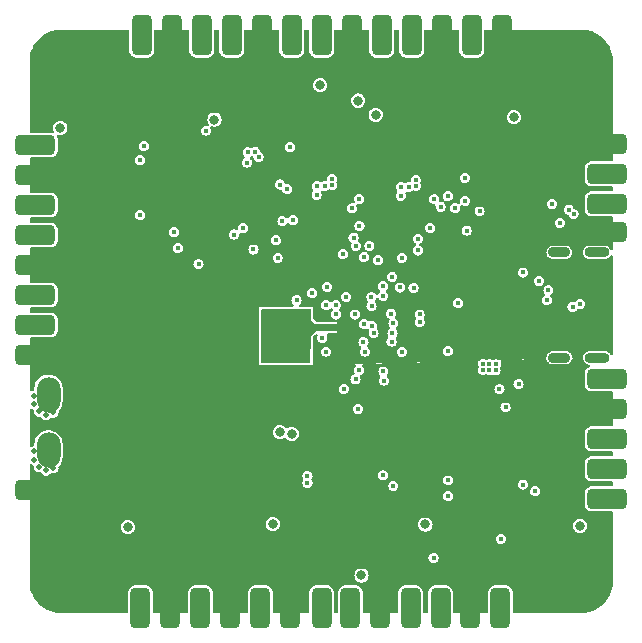
<source format=gbr>
%TF.GenerationSoftware,KiCad,Pcbnew,7.0.8*%
%TF.CreationDate,2024-02-20T09:26:03+00:00*%
%TF.ProjectId,CuttleBoard_8Layers,43757474-6c65-4426-9f61-72645f384c61,rev?*%
%TF.SameCoordinates,Original*%
%TF.FileFunction,Copper,L2,Inr*%
%TF.FilePolarity,Positive*%
%FSLAX46Y46*%
G04 Gerber Fmt 4.6, Leading zero omitted, Abs format (unit mm)*
G04 Created by KiCad (PCBNEW 7.0.8) date 2024-02-20 09:26:03*
%MOMM*%
%LPD*%
G01*
G04 APERTURE LIST*
G04 Aperture macros list*
%AMRoundRect*
0 Rectangle with rounded corners*
0 $1 Rounding radius*
0 $2 $3 $4 $5 $6 $7 $8 $9 X,Y pos of 4 corners*
0 Add a 4 corners polygon primitive as box body*
4,1,4,$2,$3,$4,$5,$6,$7,$8,$9,$2,$3,0*
0 Add four circle primitives for the rounded corners*
1,1,$1+$1,$2,$3*
1,1,$1+$1,$4,$5*
1,1,$1+$1,$6,$7*
1,1,$1+$1,$8,$9*
0 Add four rect primitives between the rounded corners*
20,1,$1+$1,$2,$3,$4,$5,0*
20,1,$1+$1,$4,$5,$6,$7,0*
20,1,$1+$1,$6,$7,$8,$9,0*
20,1,$1+$1,$8,$9,$2,$3,0*%
G04 Aperture macros list end*
%TA.AperFunction,CastellatedPad*%
%ADD10RoundRect,0.425000X-0.425000X-1.275000X0.425000X-1.275000X0.425000X1.275000X-0.425000X1.275000X0*%
%TD*%
%TA.AperFunction,CastellatedPad*%
%ADD11RoundRect,0.425000X0.425000X1.275000X-0.425000X1.275000X-0.425000X-1.275000X0.425000X-1.275000X0*%
%TD*%
%TA.AperFunction,ComponentPad*%
%ADD12C,5.600000*%
%TD*%
%TA.AperFunction,CastellatedPad*%
%ADD13RoundRect,0.425000X1.275000X-0.425000X1.275000X0.425000X-1.275000X0.425000X-1.275000X-0.425000X0*%
%TD*%
%TA.AperFunction,CastellatedPad*%
%ADD14RoundRect,0.425000X-1.275000X0.425000X-1.275000X-0.425000X1.275000X-0.425000X1.275000X0.425000X0*%
%TD*%
%TA.AperFunction,ComponentPad*%
%ADD15C,0.500000*%
%TD*%
%TA.AperFunction,ComponentPad*%
%ADD16O,2.000000X3.000000*%
%TD*%
%TA.AperFunction,ComponentPad*%
%ADD17O,2.108200X0.914400*%
%TD*%
%TA.AperFunction,ComponentPad*%
%ADD18O,1.905000X0.914400*%
%TD*%
%TA.AperFunction,ViaPad*%
%ADD19C,0.450000*%
%TD*%
%TA.AperFunction,ViaPad*%
%ADD20C,0.800000*%
%TD*%
G04 APERTURE END LIST*
D10*
%TO.N,+5V*%
%TO.C,5V*%
X135240000Y-74772600D03*
D11*
X135240000Y-74772800D03*
%TD*%
D12*
%TO.N,GND*%
%TO.C,H4*%
X142100000Y-78700000D03*
%TD*%
D10*
%TO.N,GND*%
%TO.C,GND*%
X127508000Y-123222100D03*
D11*
X127508000Y-123222300D03*
%TD*%
D13*
%TO.N,GND*%
%TO.C,TP28*%
X98289800Y-101840000D03*
D14*
X98290000Y-101840000D03*
%TD*%
D13*
%TO.N,GND*%
%TO.C,GND*%
X146699800Y-106380000D03*
D14*
X146700000Y-106380000D03*
%TD*%
D10*
%TO.N,+12V*%
%TO.C,12V*%
X107188000Y-123222100D03*
D11*
X107188000Y-123222300D03*
%TD*%
D10*
%TO.N,GND*%
%TO.C,GND*%
X109728000Y-123222100D03*
D11*
X109728000Y-123222300D03*
%TD*%
D10*
%TO.N,UART9_TX*%
%TO.C,TX*%
X124968000Y-123222100D03*
D11*
X124968000Y-123222300D03*
%TD*%
D10*
%TO.N,GND*%
%TO.C,GND*%
X114808000Y-123222100D03*
D11*
X114808000Y-123222300D03*
%TD*%
D13*
%TO.N,+5V*%
%TO.C,5V*%
X146699800Y-103840000D03*
D14*
X146700000Y-103840000D03*
%TD*%
D10*
%TO.N,+12V*%
%TO.C,12V*%
X107300000Y-74765500D03*
D11*
X107300000Y-74765700D03*
%TD*%
D10*
%TO.N,I2C1_SCL*%
%TO.C,SCL*%
X120000000Y-74778100D03*
D11*
X120000000Y-74778300D03*
%TD*%
D13*
%TO.N,SWDIO*%
%TO.C,CLK*%
X146702900Y-111460000D03*
D14*
X146703100Y-111460000D03*
%TD*%
D13*
%TO.N,GND*%
%TO.C,GND*%
X98289800Y-86600000D03*
D14*
X98290000Y-86600000D03*
%TD*%
D10*
%TO.N,GND*%
%TO.C,GND*%
X137780000Y-74782900D03*
D11*
X137780000Y-74783100D03*
%TD*%
D13*
%TO.N,SWDCLK*%
%TO.C,IO*%
X146700000Y-114000000D03*
D14*
X146700200Y-114000000D03*
%TD*%
D13*
%TO.N,I2C4_SCL*%
%TO.C,SCL*%
X98289800Y-96760000D03*
D14*
X98290000Y-96760000D03*
%TD*%
D15*
%TO.N,/Coil+*%
%TO.C,TP1*%
X99200000Y-111600000D03*
X99800000Y-111400000D03*
X98600000Y-111300000D03*
X98200000Y-110700000D03*
X98200000Y-110000000D03*
D16*
X99400000Y-109900000D03*
%TD*%
D10*
%TO.N,UART4_RX*%
%TO.C,RX*%
X127620000Y-74772600D03*
D11*
X127620000Y-74772800D03*
%TD*%
D13*
%TO.N,I2C4_SDA*%
%TO.C,SDA*%
X98289800Y-99300000D03*
D14*
X98290000Y-99300000D03*
%TD*%
D13*
%TO.N,UART7_RX*%
%TO.C,RX*%
X98289800Y-89140000D03*
D14*
X98290000Y-89140000D03*
%TD*%
D10*
%TO.N,UART3_TX*%
%TO.C,RX*%
X130050000Y-123220000D03*
D11*
X130050000Y-123220200D03*
%TD*%
D13*
%TO.N,NRST*%
%TO.C,NRST*%
X146699800Y-108920000D03*
D14*
X146700000Y-108920000D03*
%TD*%
D10*
%TO.N,GND*%
%TO.C,GND*%
X132700000Y-74772600D03*
D11*
X132700000Y-74772800D03*
%TD*%
D17*
%TO.N,N/C*%
%TO.C,J1*%
X145847200Y-93150000D03*
X145847200Y-102050000D03*
D18*
X142647199Y-93150000D03*
X142647199Y-102050000D03*
%TD*%
D13*
%TO.N,I2C3_SDA*%
%TO.C,SDA*%
X146706000Y-86495000D03*
D14*
X146706200Y-86495000D03*
%TD*%
D10*
%TO.N,+5V*%
%TO.C,5V*%
X137668000Y-123216400D03*
D11*
X137668000Y-123216600D03*
%TD*%
D12*
%TO.N,GND*%
%TO.C,H3*%
X103100000Y-78700000D03*
%TD*%
D15*
%TO.N,/BattPad-*%
%TO.C,TP2*%
X99200000Y-106900000D03*
X99800000Y-106700000D03*
X98600000Y-106600000D03*
X98200000Y-106000000D03*
X98200000Y-105300000D03*
D16*
X99400000Y-105200000D03*
%TD*%
D10*
%TO.N,GND*%
%TO.C,GND*%
X119888000Y-123222100D03*
D11*
X119888000Y-123222300D03*
%TD*%
D13*
%TO.N,GND*%
%TO.C,TP29*%
X98289800Y-94220000D03*
D14*
X98290000Y-94220000D03*
%TD*%
D10*
%TO.N,UART9_RX*%
%TO.C,RX*%
X122521800Y-123222100D03*
D11*
X122521800Y-123222300D03*
%TD*%
D13*
%TO.N,UART7_TX*%
%TO.C,TX*%
X98289800Y-91680000D03*
D14*
X98290000Y-91680000D03*
%TD*%
D10*
%TO.N,+3V3*%
%TO.C,3.3V*%
X117348000Y-123222100D03*
D11*
X117348000Y-123222300D03*
%TD*%
D10*
%TO.N,GND*%
%TO.C,GND*%
X125080000Y-74779300D03*
D11*
X125080000Y-74779500D03*
%TD*%
D12*
%TO.N,GND*%
%TO.C,H2*%
X103100000Y-119400000D03*
%TD*%
D13*
%TO.N,I2C3_SCL*%
%TO.C,SCL*%
X146706000Y-89035000D03*
D14*
X146706200Y-89035000D03*
%TD*%
%TO.N,GND*%
%TO.C,GND*%
X146710200Y-91440000D03*
D13*
X146710000Y-91440000D03*
%TD*%
D10*
%TO.N,GND*%
%TO.C,GND*%
X117460000Y-74771400D03*
D11*
X117460000Y-74771600D03*
%TD*%
D10*
%TO.N,I2C1_SDA*%
%TO.C,SDA*%
X122540000Y-74778100D03*
D11*
X122540000Y-74778300D03*
%TD*%
D10*
%TO.N,+3V3*%
%TO.C,3.3V*%
X112380000Y-74765500D03*
D11*
X112380000Y-74765700D03*
%TD*%
D10*
%TO.N,+3V3*%
%TO.C,3.3V*%
X114920000Y-74765500D03*
D11*
X114920000Y-74765700D03*
%TD*%
D13*
%TO.N,+3V3*%
%TO.C,3.3V*%
X98289800Y-84060000D03*
D14*
X98290000Y-84060000D03*
%TD*%
D10*
%TO.N,UART3_RX*%
%TO.C,TX*%
X132590000Y-123220000D03*
D11*
X132590000Y-123220200D03*
%TD*%
D13*
%TO.N,GND*%
%TO.C,GND*%
X98289800Y-113300000D03*
D14*
X98290000Y-113300000D03*
%TD*%
D13*
%TO.N,GND*%
%TO.C,GND*%
X146702900Y-83960000D03*
D14*
X146703100Y-83960000D03*
%TD*%
D10*
%TO.N,+3V3*%
%TO.C,3.3V*%
X112268000Y-123222100D03*
D11*
X112268000Y-123222300D03*
%TD*%
D10*
%TO.N,GND*%
%TO.C,GND*%
X135128000Y-123216400D03*
D11*
X135128000Y-123216600D03*
%TD*%
D12*
%TO.N,GND*%
%TO.C,H1*%
X142100000Y-119400000D03*
%TD*%
D10*
%TO.N,UART4_TX*%
%TO.C,TX*%
X130160000Y-74766700D03*
D11*
X130160000Y-74766900D03*
%TD*%
D10*
%TO.N,GND*%
%TO.C,GND*%
X109840000Y-74765500D03*
D11*
X109840000Y-74765700D03*
%TD*%
D19*
%TO.N,GND*%
X125225000Y-115100000D03*
X117000000Y-89450000D03*
X124160000Y-110150000D03*
X144300000Y-94250000D03*
X131278571Y-97424897D03*
X120500000Y-88700000D03*
X118152800Y-102300000D03*
X107105000Y-112490000D03*
X112925000Y-99925000D03*
X107105000Y-113070000D03*
X115250000Y-85675000D03*
X112925000Y-100505000D03*
X117575400Y-99840600D03*
X137300000Y-113550000D03*
X138900000Y-85600000D03*
X123830000Y-89200002D03*
X142550000Y-110450000D03*
X124550000Y-85350000D03*
X121480000Y-98590000D03*
X123000000Y-84400000D03*
X141600000Y-110400000D03*
X118732800Y-102300000D03*
X141600000Y-111025000D03*
X124475000Y-85900000D03*
X136800000Y-114450000D03*
X121052800Y-102300000D03*
X140600000Y-94800000D03*
X121900000Y-95650000D03*
X129650000Y-108250000D03*
X112300000Y-99925000D03*
X107730000Y-112490000D03*
X141500000Y-100650000D03*
X136900000Y-86400000D03*
X121000000Y-110900000D03*
X134900000Y-99100000D03*
X139700000Y-84600000D03*
X117575400Y-101000600D03*
X134900000Y-100100000D03*
X104492500Y-92350000D03*
X132750000Y-110950000D03*
X119672800Y-98120000D03*
X133475000Y-108900000D03*
X105600000Y-90450000D03*
X107730000Y-114230000D03*
X123725000Y-100800000D03*
X111500000Y-83650000D03*
X113550000Y-100505000D03*
X125100000Y-114000000D03*
X127280000Y-88760000D03*
X120100000Y-99500000D03*
X107730000Y-113070000D03*
X121075000Y-110200000D03*
X120200000Y-85600000D03*
X130350000Y-84500000D03*
X136200000Y-110970000D03*
X107625000Y-100600000D03*
X120900000Y-86150000D03*
X107625000Y-102340000D03*
X119892800Y-102300000D03*
X122100000Y-89200000D03*
X117575400Y-102160600D03*
X120250000Y-101825000D03*
X107625000Y-101760000D03*
X117930000Y-98120000D03*
X106792500Y-96025000D03*
X120200000Y-86100000D03*
X107850000Y-103225000D03*
X118000000Y-89450000D03*
X126105393Y-96808299D03*
X137500000Y-99100000D03*
X131980000Y-95650000D03*
X137450000Y-114500000D03*
X140200000Y-99150000D03*
X112300000Y-101665000D03*
X118510000Y-98120000D03*
X131475000Y-85875000D03*
X132340000Y-86190000D03*
X118380000Y-101100000D03*
X104717500Y-93550000D03*
X113550000Y-101665000D03*
X117575400Y-101580600D03*
X119312800Y-102300000D03*
X122250000Y-108249998D03*
X120252800Y-98120000D03*
X127280000Y-91460000D03*
X112150000Y-90700000D03*
X120300000Y-86800000D03*
X112300000Y-100505000D03*
X132850000Y-109950000D03*
X117800000Y-113400000D03*
X120832800Y-98120000D03*
X117575400Y-100420600D03*
X107025000Y-103225000D03*
X127175000Y-86650000D03*
X129640000Y-91450000D03*
X134540000Y-90160000D03*
X121412800Y-101330000D03*
X112925000Y-101085000D03*
X125025000Y-114525000D03*
X120472800Y-102300000D03*
X121412800Y-101910000D03*
X137700000Y-83900000D03*
X116750000Y-94350000D03*
X131550000Y-85325000D03*
X137500000Y-100100000D03*
X122820529Y-96910948D03*
X112093940Y-94859402D03*
X139850000Y-110370000D03*
X112300000Y-101085000D03*
X112925000Y-101665000D03*
X117500000Y-112900000D03*
X107730000Y-113650000D03*
X139900000Y-96100000D03*
X142550000Y-111025000D03*
X121075000Y-109150000D03*
X121340000Y-98140000D03*
X115300000Y-84624500D03*
X117840000Y-84500000D03*
X136600000Y-83900000D03*
X134719738Y-92919738D03*
X117575400Y-99260600D03*
X119090000Y-98120000D03*
X127740000Y-98400000D03*
X129725000Y-89775500D03*
X114900000Y-85100000D03*
X137100000Y-85000000D03*
X117580000Y-98680000D03*
X113550000Y-101085000D03*
X129650000Y-109400000D03*
X129570000Y-92640000D03*
X139500000Y-85600000D03*
X130750000Y-89775000D03*
X133860000Y-104230000D03*
X126900000Y-110200000D03*
X113550000Y-99925000D03*
X125400175Y-99149771D03*
X125800000Y-84799998D03*
X120100000Y-100100000D03*
X107625000Y-101180000D03*
X141800000Y-85700000D03*
%TO.N,Net-(U1-EN)*%
X133250000Y-113800000D03*
X139600000Y-112800000D03*
X133250000Y-112450000D03*
%TO.N,Net-(C11-Pad1)*%
X138100000Y-106270000D03*
X140610000Y-113375500D03*
%TO.N,Net-(U3-EN)*%
X121325000Y-112675000D03*
X121325000Y-112075000D03*
X127725000Y-112025000D03*
%TO.N,Net-(U2B-VFBSMPS)*%
X122921116Y-97616105D03*
X126806664Y-99361369D03*
X126750500Y-97709274D03*
X127745500Y-96818347D03*
%TO.N,+5V*%
X137580000Y-104730000D03*
X136730000Y-103130000D03*
X143850000Y-89900000D03*
X137250000Y-103140000D03*
X136200000Y-102600000D03*
X139200000Y-104300000D03*
X136200000Y-103100000D03*
X137290000Y-102630000D03*
X143437250Y-89524500D03*
X136710000Y-102600000D03*
%TO.N,USB_VBUS*%
X141721800Y-96342200D03*
X134080000Y-97450500D03*
%TO.N,Net-(U2B-VLXSMPS)*%
X123712659Y-97599874D03*
D20*
%TO.N,+12V*%
X118400000Y-116150000D03*
X100400000Y-82600000D03*
X106106119Y-116400000D03*
X131310979Y-116185577D03*
X118975000Y-108375000D03*
X119987500Y-108502500D03*
X127100000Y-81500000D03*
X138800000Y-81700000D03*
X144400000Y-116300000D03*
X113450000Y-81900000D03*
D19*
%TO.N,+3V3*%
X130500000Y-87500000D03*
X116260000Y-84670000D03*
X123400000Y-87425000D03*
X122579998Y-100390000D03*
X126747052Y-96908932D03*
X122875000Y-101550000D03*
D20*
X125900000Y-120500000D03*
D19*
X126122689Y-99217311D03*
X115865000Y-91100000D03*
X110350006Y-92800000D03*
X122987969Y-96065725D03*
X122125000Y-87525000D03*
X134674500Y-88790000D03*
X127800000Y-104000000D03*
X123400000Y-86950000D03*
X107163200Y-89986800D03*
X128418807Y-98324500D03*
X119850000Y-84250000D03*
X135900000Y-89675000D03*
X116900000Y-84624500D03*
X112100000Y-94150000D03*
X125425500Y-92600000D03*
X129230178Y-88344822D03*
X121724646Y-96595353D03*
X129225000Y-87600000D03*
X107475000Y-84150000D03*
X134650000Y-86825000D03*
X125336809Y-98399500D03*
X117181037Y-85054300D03*
X125400000Y-103900000D03*
X122100000Y-88275000D03*
X116200000Y-85545474D03*
X107150000Y-85350000D03*
X122800000Y-87525000D03*
X129900000Y-87600000D03*
X130500000Y-87025000D03*
X126570000Y-92590000D03*
%TO.N,/PA9_USB_VBUS_sense*%
X139600000Y-94850000D03*
X130824000Y-98393284D03*
%TO.N,I2C3_SCL*%
X142700000Y-90650000D03*
X130824000Y-99042787D03*
%TO.N,I2C3_SDA*%
X128597500Y-99140367D03*
X142030000Y-89039998D03*
D20*
%TO.N,I2C2_SCL*%
X125622300Y-80297700D03*
D19*
X137700000Y-117400000D03*
X127750000Y-103225000D03*
%TO.N,I2C2_SDA*%
X132000000Y-119000000D03*
X125700000Y-103100000D03*
D20*
X122400000Y-79000000D03*
D19*
%TO.N,/USB_D-*%
X141597878Y-97207878D03*
X143769700Y-97759537D03*
%TO.N,MOSI_GYRO*%
X119200000Y-90500000D03*
X112708833Y-82840000D03*
X125099994Y-89419994D03*
X125230000Y-91890000D03*
X132050000Y-88640000D03*
X119000000Y-87400000D03*
X130670002Y-91990000D03*
%TO.N,MISO_GYRO*%
X131721800Y-91071800D03*
X119600000Y-87800010D03*
X125709999Y-88629999D03*
X125725000Y-90900000D03*
X132600000Y-89297568D03*
X120100000Y-90400000D03*
%TO.N,I2C4_SCL*%
X115100000Y-91640000D03*
%TO.N,Net-(J1-CC2)*%
X144425908Y-97507134D03*
X140925000Y-95550000D03*
%TO.N,Net-(U2A-BOOT0)*%
X127300000Y-93800000D03*
X134800000Y-91300000D03*
%TO.N,I2C1_SCL*%
X124603751Y-96914109D03*
X124310000Y-93300000D03*
%TO.N,I2C1_SDA*%
X126100000Y-93550000D03*
%TO.N,I2C4_SDA*%
X116750000Y-92900000D03*
X123724749Y-98400239D03*
X118662500Y-92112500D03*
%TO.N,CS_FLASH*%
X118800000Y-93610000D03*
X110025000Y-91450000D03*
%TO.N,CS_IMU1*%
X133200000Y-88390000D03*
X130675490Y-92985000D03*
%TO.N,INT_IMU1*%
X129313373Y-93611612D03*
X133830000Y-89390000D03*
%TO.N,Net-(C50-Pad1)*%
X125600000Y-106400000D03*
X128600000Y-112900000D03*
%TO.N,SWDCLK*%
X129149439Y-96119439D03*
%TO.N,SWDIO*%
X130304694Y-96155313D03*
%TO.N,UART4_RX*%
X127705584Y-96018773D03*
%TO.N,UART4_TX*%
X128510000Y-95211188D03*
%TO.N,UART7_RX*%
X126068046Y-100743044D03*
%TO.N,UART7_TX*%
X126175012Y-101550000D03*
%TO.N,UART9_RX*%
X126925006Y-100000000D03*
%TO.N,UART9_TX*%
X128523080Y-99998080D03*
%TO.N,NRST*%
X133200000Y-101500000D03*
X120400000Y-97200000D03*
X124400000Y-104700500D03*
%TO.N,UART3_RX*%
X128444641Y-100695347D03*
%TO.N,UART3_TX*%
X129303041Y-101559405D03*
%TD*%
%TA.AperFunction,Conductor*%
%TO.N,GND*%
G36*
X121592741Y-97949847D02*
G01*
X121638647Y-98002520D01*
X121650000Y-98054354D01*
X121650000Y-98920000D01*
X122000000Y-99250000D01*
X124008000Y-99250000D01*
X124008000Y-99811600D01*
X123828428Y-99811451D01*
X123828429Y-99811451D01*
X123828427Y-99811450D01*
X123828428Y-99811450D01*
X123828429Y-99811450D01*
X122069999Y-99809999D01*
X122069998Y-99809999D01*
X121590000Y-100269998D01*
X121589999Y-100269999D01*
X121580547Y-102396860D01*
X121560564Y-102463811D01*
X121507558Y-102509331D01*
X121456860Y-102520309D01*
X117487455Y-102530286D01*
X117420366Y-102510770D01*
X117374478Y-102458081D01*
X117363144Y-102405746D01*
X117363183Y-102396860D01*
X117382063Y-98065305D01*
X117402040Y-97998353D01*
X117455043Y-97952829D01*
X117505706Y-97941848D01*
X121525646Y-97930355D01*
X121592741Y-97949847D01*
G37*
%TD.AperFunction*%
%TD*%
%TA.AperFunction,Conductor*%
%TO.N,GND*%
G36*
X144541718Y-74290596D02*
G01*
X144834302Y-74307027D01*
X144841191Y-74307803D01*
X145077888Y-74348020D01*
X145128356Y-74356595D01*
X145135140Y-74358143D01*
X145158077Y-74364751D01*
X145335737Y-74415934D01*
X145415031Y-74438778D01*
X145421595Y-74441075D01*
X145690705Y-74552543D01*
X145696962Y-74555558D01*
X145951888Y-74696451D01*
X145957780Y-74700153D01*
X146195334Y-74868706D01*
X146200761Y-74873034D01*
X146343756Y-75000822D01*
X146417951Y-75067128D01*
X146422871Y-75072048D01*
X146500552Y-75158972D01*
X146616964Y-75289236D01*
X146621293Y-75294665D01*
X146789846Y-75532219D01*
X146793548Y-75538111D01*
X146934441Y-75793037D01*
X146937459Y-75799302D01*
X146978252Y-75897784D01*
X147048923Y-76068401D01*
X147051221Y-76074968D01*
X147131856Y-76354859D01*
X147133404Y-76361643D01*
X147182194Y-76648793D01*
X147182973Y-76655708D01*
X147199402Y-76948264D01*
X147199500Y-76951741D01*
X147199500Y-85320500D01*
X147179815Y-85387539D01*
X147127011Y-85433294D01*
X147075500Y-85444500D01*
X145367838Y-85444501D01*
X145332372Y-85447291D01*
X145180614Y-85491380D01*
X145180609Y-85491382D01*
X145044583Y-85571827D01*
X145044574Y-85571834D01*
X144932834Y-85683574D01*
X144932827Y-85683583D01*
X144852382Y-85819609D01*
X144852380Y-85819614D01*
X144808292Y-85971366D01*
X144808290Y-85971379D01*
X144805500Y-86006835D01*
X144805501Y-86983162D01*
X144808291Y-87018627D01*
X144852380Y-87170385D01*
X144852382Y-87170390D01*
X144932827Y-87306416D01*
X144932834Y-87306425D01*
X145044574Y-87418165D01*
X145044578Y-87418168D01*
X145044580Y-87418170D01*
X145180610Y-87498618D01*
X145332373Y-87542709D01*
X145348502Y-87543978D01*
X145354838Y-87545499D01*
X145367824Y-87545499D01*
X145367837Y-87545500D01*
X145368036Y-87545499D01*
X145368037Y-87545500D01*
X147075500Y-87545499D01*
X147142539Y-87565184D01*
X147188294Y-87617988D01*
X147199500Y-87669499D01*
X147199500Y-87860500D01*
X147179815Y-87927539D01*
X147127011Y-87973294D01*
X147075500Y-87984500D01*
X145367838Y-87984501D01*
X145332372Y-87987291D01*
X145180614Y-88031380D01*
X145180609Y-88031382D01*
X145044583Y-88111827D01*
X145044574Y-88111834D01*
X144932834Y-88223574D01*
X144932827Y-88223583D01*
X144852382Y-88359609D01*
X144852380Y-88359614D01*
X144808292Y-88511366D01*
X144808290Y-88511379D01*
X144805500Y-88546835D01*
X144805501Y-89523162D01*
X144808291Y-89558627D01*
X144852380Y-89710385D01*
X144852382Y-89710390D01*
X144932827Y-89846416D01*
X144932834Y-89846425D01*
X145044574Y-89958165D01*
X145044578Y-89958168D01*
X145044580Y-89958170D01*
X145180610Y-90038618D01*
X145332373Y-90082709D01*
X145348502Y-90083978D01*
X145354838Y-90085499D01*
X145367824Y-90085499D01*
X145367837Y-90085500D01*
X145368036Y-90085499D01*
X145368037Y-90085500D01*
X147075500Y-90085499D01*
X147142539Y-90105184D01*
X147188294Y-90157988D01*
X147199500Y-90209499D01*
X147199500Y-92822413D01*
X147179815Y-92889452D01*
X147127011Y-92935207D01*
X147057853Y-92945151D01*
X146994297Y-92916126D01*
X146960940Y-92869868D01*
X146954834Y-92855127D01*
X146867802Y-92741705D01*
X146861113Y-92732987D01*
X146748765Y-92646780D01*
X146738973Y-92639266D01*
X146644176Y-92600000D01*
X146596737Y-92580350D01*
X146582447Y-92578468D01*
X146482428Y-92565300D01*
X146482421Y-92565300D01*
X145211979Y-92565300D01*
X145211971Y-92565300D01*
X145097663Y-92580350D01*
X145097662Y-92580350D01*
X144955426Y-92639266D01*
X144833288Y-92732985D01*
X144739565Y-92855128D01*
X144680650Y-92997362D01*
X144680649Y-92997364D01*
X144660555Y-93149998D01*
X144660555Y-93150001D01*
X144680649Y-93302635D01*
X144680650Y-93302637D01*
X144739566Y-93444873D01*
X144786426Y-93505942D01*
X144833287Y-93567013D01*
X144891413Y-93611614D01*
X144955426Y-93660733D01*
X144955427Y-93660733D01*
X144955428Y-93660734D01*
X145097663Y-93719650D01*
X145211979Y-93734700D01*
X145211986Y-93734700D01*
X146482414Y-93734700D01*
X146482421Y-93734700D01*
X146596737Y-93719650D01*
X146738972Y-93660734D01*
X146861113Y-93567013D01*
X146954834Y-93444873D01*
X146960939Y-93430133D01*
X147004778Y-93375731D01*
X147071072Y-93353665D01*
X147138772Y-93370943D01*
X147186383Y-93422080D01*
X147199500Y-93477586D01*
X147199500Y-101722413D01*
X147179815Y-101789452D01*
X147127011Y-101835207D01*
X147057853Y-101845151D01*
X146994297Y-101816126D01*
X146960940Y-101769868D01*
X146954834Y-101755127D01*
X146906798Y-101692526D01*
X146861113Y-101632987D01*
X146765221Y-101559407D01*
X146738973Y-101539266D01*
X146644176Y-101500000D01*
X146596737Y-101480350D01*
X146582447Y-101478468D01*
X146482428Y-101465300D01*
X146482421Y-101465300D01*
X145211979Y-101465300D01*
X145211971Y-101465300D01*
X145097663Y-101480350D01*
X145097662Y-101480350D01*
X144955426Y-101539266D01*
X144833288Y-101632985D01*
X144739565Y-101755128D01*
X144680650Y-101897362D01*
X144680650Y-101897364D01*
X144667548Y-101996878D01*
X144639281Y-102060775D01*
X144580956Y-102099245D01*
X144547741Y-102104652D01*
X143853630Y-102122189D01*
X143786115Y-102104204D01*
X143739041Y-102052573D01*
X143727559Y-102014414D01*
X143720358Y-101959719D01*
X143712149Y-101897363D01*
X143653233Y-101755128D01*
X143653232Y-101755127D01*
X143653232Y-101755126D01*
X143605197Y-101692526D01*
X143559512Y-101632987D01*
X143463620Y-101559407D01*
X143437372Y-101539266D01*
X143342575Y-101500000D01*
X143295136Y-101480350D01*
X143280846Y-101478468D01*
X143180827Y-101465300D01*
X143180820Y-101465300D01*
X142113578Y-101465300D01*
X142113570Y-101465300D01*
X141999262Y-101480350D01*
X141999261Y-101480350D01*
X141857025Y-101539266D01*
X141734887Y-101632985D01*
X141641164Y-101755128D01*
X141582249Y-101897362D01*
X141582249Y-101897363D01*
X141562154Y-102049999D01*
X141562154Y-102058127D01*
X141558880Y-102058127D01*
X141550436Y-102112083D01*
X141504027Y-102164313D01*
X141441423Y-102183132D01*
X137574917Y-102280818D01*
X137515491Y-102267343D01*
X137423123Y-102220279D01*
X137290002Y-102199196D01*
X137289998Y-102199196D01*
X137156876Y-102220279D01*
X137085517Y-102256639D01*
X137016848Y-102269535D01*
X136973405Y-102252977D01*
X136971915Y-102255903D01*
X136963221Y-102251473D01*
X136963220Y-102251472D01*
X136843126Y-102190281D01*
X136843124Y-102190280D01*
X136843121Y-102190279D01*
X136710002Y-102169196D01*
X136709998Y-102169196D01*
X136576876Y-102190279D01*
X136511294Y-102223695D01*
X136442624Y-102236591D01*
X136398706Y-102223695D01*
X136333123Y-102190279D01*
X136200002Y-102169196D01*
X136199998Y-102169196D01*
X136066878Y-102190279D01*
X135946777Y-102251473D01*
X135909496Y-102288754D01*
X135848172Y-102322238D01*
X135824949Y-102325031D01*
X121902228Y-102676784D01*
X121834713Y-102658799D01*
X121787639Y-102607168D01*
X121775096Y-102552730D01*
X121775157Y-102472481D01*
X121775854Y-101550002D01*
X122444196Y-101550002D01*
X122465279Y-101683121D01*
X122465280Y-101683124D01*
X122465281Y-101683126D01*
X122519457Y-101789452D01*
X122526473Y-101803221D01*
X122526476Y-101803225D01*
X122621774Y-101898523D01*
X122621778Y-101898526D01*
X122621780Y-101898528D01*
X122741874Y-101959719D01*
X122741876Y-101959719D01*
X122741878Y-101959720D01*
X122874998Y-101980804D01*
X122875000Y-101980804D01*
X122875002Y-101980804D01*
X123008121Y-101959720D01*
X123008121Y-101959719D01*
X123008126Y-101959719D01*
X123128220Y-101898528D01*
X123223528Y-101803220D01*
X123284719Y-101683126D01*
X123304314Y-101559407D01*
X123305804Y-101550002D01*
X123305804Y-101549997D01*
X123284720Y-101416878D01*
X123284719Y-101416876D01*
X123284719Y-101416874D01*
X123223528Y-101296780D01*
X123223524Y-101296776D01*
X123223523Y-101296774D01*
X123128225Y-101201476D01*
X123128221Y-101201473D01*
X123128220Y-101201472D01*
X123008126Y-101140281D01*
X123008124Y-101140280D01*
X123008121Y-101140279D01*
X122875002Y-101119196D01*
X122874998Y-101119196D01*
X122741878Y-101140279D01*
X122741874Y-101140280D01*
X122741874Y-101140281D01*
X122719903Y-101151476D01*
X122621778Y-101201473D01*
X122621774Y-101201476D01*
X122526476Y-101296774D01*
X122526473Y-101296778D01*
X122465279Y-101416878D01*
X122444196Y-101549997D01*
X122444196Y-101550002D01*
X121775854Y-101550002D01*
X121776760Y-100351702D01*
X121796495Y-100284682D01*
X121813556Y-100263645D01*
X121978839Y-100100165D01*
X122040343Y-100067019D01*
X122110006Y-100072386D01*
X122165709Y-100114563D01*
X122189767Y-100180161D01*
X122176523Y-100244619D01*
X122170277Y-100256876D01*
X122149194Y-100389997D01*
X122149194Y-100390002D01*
X122170277Y-100523121D01*
X122170278Y-100523124D01*
X122170279Y-100523126D01*
X122190199Y-100562221D01*
X122231471Y-100643221D01*
X122231474Y-100643225D01*
X122326772Y-100738523D01*
X122326776Y-100738526D01*
X122326778Y-100738528D01*
X122446872Y-100799719D01*
X122446874Y-100799719D01*
X122446876Y-100799720D01*
X122579996Y-100820804D01*
X122579998Y-100820804D01*
X122580000Y-100820804D01*
X122713119Y-100799720D01*
X122713119Y-100799719D01*
X122713124Y-100799719D01*
X122824351Y-100743046D01*
X125637242Y-100743046D01*
X125658325Y-100876165D01*
X125658326Y-100876168D01*
X125658327Y-100876170D01*
X125695216Y-100948568D01*
X125719519Y-100996265D01*
X125719522Y-100996269D01*
X125814820Y-101091567D01*
X125814823Y-101091569D01*
X125814826Y-101091572D01*
X125814828Y-101091573D01*
X125822718Y-101097305D01*
X125820407Y-101100485D01*
X125857257Y-101135333D01*
X125874009Y-101203165D01*
X125851428Y-101269285D01*
X125837810Y-101285453D01*
X125826486Y-101296776D01*
X125826485Y-101296778D01*
X125765291Y-101416878D01*
X125744208Y-101549997D01*
X125744208Y-101550002D01*
X125765291Y-101683121D01*
X125765292Y-101683124D01*
X125765293Y-101683126D01*
X125819469Y-101789452D01*
X125826485Y-101803221D01*
X125826488Y-101803225D01*
X125921786Y-101898523D01*
X125921790Y-101898526D01*
X125921792Y-101898528D01*
X126041886Y-101959719D01*
X126041888Y-101959719D01*
X126041890Y-101959720D01*
X126175010Y-101980804D01*
X126175012Y-101980804D01*
X126175014Y-101980804D01*
X126308133Y-101959720D01*
X126308133Y-101959719D01*
X126308138Y-101959719D01*
X126428232Y-101898528D01*
X126523540Y-101803220D01*
X126584731Y-101683126D01*
X126604326Y-101559407D01*
X128872237Y-101559407D01*
X128893320Y-101692526D01*
X128893321Y-101692529D01*
X128893322Y-101692531D01*
X128954513Y-101812625D01*
X128954514Y-101812626D01*
X128954517Y-101812630D01*
X129049815Y-101907928D01*
X129049819Y-101907931D01*
X129049821Y-101907933D01*
X129169915Y-101969124D01*
X129169917Y-101969124D01*
X129169919Y-101969125D01*
X129303039Y-101990209D01*
X129303041Y-101990209D01*
X129303043Y-101990209D01*
X129436162Y-101969125D01*
X129436162Y-101969124D01*
X129436167Y-101969124D01*
X129556261Y-101907933D01*
X129651569Y-101812625D01*
X129712760Y-101692531D01*
X129714250Y-101683126D01*
X129733845Y-101559407D01*
X129733845Y-101559402D01*
X129724437Y-101500002D01*
X132769196Y-101500002D01*
X132790279Y-101633121D01*
X132790280Y-101633124D01*
X132790281Y-101633126D01*
X132851472Y-101753220D01*
X132851473Y-101753221D01*
X132851476Y-101753225D01*
X132946774Y-101848523D01*
X132946778Y-101848526D01*
X132946780Y-101848528D01*
X133066874Y-101909719D01*
X133066876Y-101909719D01*
X133066878Y-101909720D01*
X133199998Y-101930804D01*
X133200000Y-101930804D01*
X133200002Y-101930804D01*
X133333121Y-101909720D01*
X133333121Y-101909719D01*
X133333126Y-101909719D01*
X133453220Y-101848528D01*
X133548528Y-101753220D01*
X133609719Y-101633126D01*
X133609741Y-101632987D01*
X133630804Y-101500002D01*
X133630804Y-101499997D01*
X133609720Y-101366878D01*
X133609719Y-101366876D01*
X133609719Y-101366874D01*
X133548528Y-101246780D01*
X133548526Y-101246778D01*
X133548523Y-101246774D01*
X133453225Y-101151476D01*
X133453221Y-101151473D01*
X133453220Y-101151472D01*
X133333126Y-101090281D01*
X133333124Y-101090280D01*
X133333121Y-101090279D01*
X133200002Y-101069196D01*
X133199998Y-101069196D01*
X133066878Y-101090279D01*
X132946778Y-101151473D01*
X132946774Y-101151476D01*
X132851476Y-101246774D01*
X132851473Y-101246778D01*
X132790279Y-101366878D01*
X132769196Y-101499997D01*
X132769196Y-101500002D01*
X129724437Y-101500002D01*
X129712761Y-101426283D01*
X129712760Y-101426281D01*
X129712760Y-101426279D01*
X129651569Y-101306185D01*
X129651567Y-101306183D01*
X129651564Y-101306179D01*
X129556266Y-101210881D01*
X129556262Y-101210878D01*
X129556261Y-101210877D01*
X129436167Y-101149686D01*
X129436165Y-101149685D01*
X129436162Y-101149684D01*
X129303043Y-101128601D01*
X129303039Y-101128601D01*
X129169919Y-101149684D01*
X129049819Y-101210878D01*
X129049815Y-101210881D01*
X128954517Y-101306179D01*
X128954514Y-101306183D01*
X128893320Y-101426283D01*
X128872237Y-101559402D01*
X128872237Y-101559407D01*
X126604326Y-101559407D01*
X126605816Y-101550002D01*
X126605816Y-101549997D01*
X126584732Y-101416878D01*
X126584731Y-101416876D01*
X126584731Y-101416874D01*
X126523540Y-101296780D01*
X126523536Y-101296776D01*
X126523535Y-101296774D01*
X126428237Y-101201476D01*
X126428233Y-101201473D01*
X126428232Y-101201472D01*
X126428230Y-101201471D01*
X126420340Y-101195739D01*
X126422637Y-101192576D01*
X126385716Y-101157567D01*
X126369056Y-101089713D01*
X126391724Y-101023623D01*
X126405246Y-101007591D01*
X126416574Y-100996264D01*
X126477765Y-100876170D01*
X126477766Y-100876165D01*
X126498850Y-100743046D01*
X126498850Y-100743041D01*
X126477766Y-100609922D01*
X126477765Y-100609920D01*
X126477765Y-100609918D01*
X126416574Y-100489824D01*
X126416572Y-100489822D01*
X126416569Y-100489818D01*
X126321271Y-100394520D01*
X126321267Y-100394517D01*
X126321266Y-100394516D01*
X126201172Y-100333325D01*
X126201170Y-100333324D01*
X126201167Y-100333323D01*
X126068048Y-100312240D01*
X126068044Y-100312240D01*
X125934924Y-100333323D01*
X125934920Y-100333324D01*
X125934920Y-100333325D01*
X125901214Y-100350499D01*
X125814824Y-100394517D01*
X125814820Y-100394520D01*
X125719522Y-100489818D01*
X125719519Y-100489822D01*
X125658325Y-100609922D01*
X125637242Y-100743041D01*
X125637242Y-100743046D01*
X122824351Y-100743046D01*
X122833218Y-100738528D01*
X122928526Y-100643220D01*
X122989717Y-100523126D01*
X122989718Y-100523121D01*
X123010802Y-100390002D01*
X123010802Y-100389997D01*
X122989718Y-100256878D01*
X122989717Y-100256876D01*
X122989717Y-100256874D01*
X122956253Y-100191198D01*
X122943358Y-100122532D01*
X122969634Y-100057791D01*
X123026741Y-100017534D01*
X123066844Y-100010907D01*
X123827449Y-100011599D01*
X123827999Y-100011600D01*
X123827999Y-100011599D01*
X123828000Y-100011600D01*
X123828429Y-99811451D01*
X124008000Y-99811600D01*
X124008000Y-99250000D01*
X123829635Y-99250000D01*
X123829705Y-99217313D01*
X125691885Y-99217313D01*
X125712968Y-99350432D01*
X125712969Y-99350435D01*
X125712970Y-99350437D01*
X125774161Y-99470531D01*
X125774162Y-99470532D01*
X125774165Y-99470536D01*
X125869463Y-99565834D01*
X125869467Y-99565837D01*
X125869469Y-99565839D01*
X125989563Y-99627030D01*
X125989565Y-99627030D01*
X125989567Y-99627031D01*
X126122687Y-99648115D01*
X126122689Y-99648115D01*
X126122691Y-99648115D01*
X126255811Y-99627031D01*
X126255812Y-99627030D01*
X126255815Y-99627030D01*
X126317814Y-99595439D01*
X126386482Y-99582543D01*
X126451222Y-99608819D01*
X126461789Y-99618243D01*
X126517448Y-99673902D01*
X126550933Y-99735225D01*
X126545949Y-99804917D01*
X126540252Y-99817877D01*
X126515285Y-99866876D01*
X126494202Y-99999997D01*
X126494202Y-100000002D01*
X126515285Y-100133121D01*
X126515286Y-100133124D01*
X126515287Y-100133126D01*
X126561167Y-100223170D01*
X126576479Y-100253221D01*
X126576482Y-100253225D01*
X126671780Y-100348523D01*
X126671784Y-100348526D01*
X126671786Y-100348528D01*
X126791880Y-100409719D01*
X126791882Y-100409719D01*
X126791884Y-100409720D01*
X126925004Y-100430804D01*
X126925006Y-100430804D01*
X126925008Y-100430804D01*
X127058127Y-100409720D01*
X127058127Y-100409719D01*
X127058132Y-100409719D01*
X127178226Y-100348528D01*
X127273534Y-100253220D01*
X127334725Y-100133126D01*
X127338164Y-100111416D01*
X127355810Y-100000002D01*
X127355810Y-99999997D01*
X127334726Y-99866878D01*
X127334725Y-99866876D01*
X127334725Y-99866874D01*
X127273534Y-99746780D01*
X127273532Y-99746778D01*
X127273529Y-99746774D01*
X127214221Y-99687466D01*
X127180736Y-99626143D01*
X127185720Y-99556451D01*
X127191409Y-99543507D01*
X127216383Y-99494495D01*
X127220179Y-99470532D01*
X127237468Y-99361371D01*
X127237468Y-99361366D01*
X127216384Y-99228247D01*
X127216383Y-99228245D01*
X127216383Y-99228243D01*
X127155192Y-99108149D01*
X127155190Y-99108147D01*
X127155187Y-99108143D01*
X127059889Y-99012845D01*
X127059885Y-99012842D01*
X127059884Y-99012841D01*
X126939790Y-98951650D01*
X126939788Y-98951649D01*
X126939785Y-98951648D01*
X126806666Y-98930565D01*
X126806662Y-98930565D01*
X126673540Y-98951648D01*
X126611538Y-98983240D01*
X126542868Y-98996136D01*
X126478128Y-98969859D01*
X126467563Y-98960436D01*
X126375914Y-98868787D01*
X126375910Y-98868784D01*
X126375909Y-98868783D01*
X126255815Y-98807592D01*
X126255813Y-98807591D01*
X126255810Y-98807590D01*
X126122691Y-98786507D01*
X126122687Y-98786507D01*
X125989567Y-98807590D01*
X125989563Y-98807591D01*
X125989563Y-98807592D01*
X125984918Y-98809959D01*
X125869467Y-98868784D01*
X125869463Y-98868787D01*
X125774165Y-98964085D01*
X125774162Y-98964089D01*
X125774161Y-98964091D01*
X125729952Y-99050857D01*
X125712968Y-99084189D01*
X125691885Y-99217308D01*
X125691885Y-99217313D01*
X123829705Y-99217313D01*
X123830000Y-99080000D01*
X122206459Y-99070278D01*
X122139539Y-99050192D01*
X122125161Y-99039260D01*
X122088877Y-99007245D01*
X121978287Y-98909665D01*
X121861959Y-98807022D01*
X121824714Y-98747907D01*
X121820000Y-98714042D01*
X121820000Y-97750000D01*
X120751111Y-97750000D01*
X120684072Y-97730315D01*
X120638317Y-97677511D01*
X120629488Y-97616107D01*
X122490312Y-97616107D01*
X122511395Y-97749226D01*
X122511396Y-97749229D01*
X122511397Y-97749231D01*
X122572588Y-97869325D01*
X122572589Y-97869326D01*
X122572592Y-97869330D01*
X122667890Y-97964628D01*
X122667894Y-97964631D01*
X122667896Y-97964633D01*
X122787990Y-98025824D01*
X122787992Y-98025824D01*
X122787994Y-98025825D01*
X122921114Y-98046909D01*
X122921116Y-98046909D01*
X122921118Y-98046909D01*
X123054237Y-98025825D01*
X123054237Y-98025824D01*
X123054242Y-98025824D01*
X123174336Y-97964633D01*
X123237322Y-97901646D01*
X123298642Y-97868162D01*
X123368334Y-97873146D01*
X123412683Y-97901647D01*
X123429456Y-97918420D01*
X123462941Y-97979743D01*
X123457957Y-98049435D01*
X123429457Y-98093782D01*
X123376222Y-98147016D01*
X123376222Y-98147017D01*
X123315028Y-98267117D01*
X123293945Y-98400236D01*
X123293945Y-98400241D01*
X123315028Y-98533360D01*
X123315029Y-98533363D01*
X123315030Y-98533365D01*
X123375845Y-98652721D01*
X123376222Y-98653460D01*
X123376225Y-98653464D01*
X123471523Y-98748762D01*
X123471527Y-98748765D01*
X123471529Y-98748767D01*
X123591623Y-98809958D01*
X123591625Y-98809958D01*
X123591627Y-98809959D01*
X123724747Y-98831043D01*
X123724749Y-98831043D01*
X123724751Y-98831043D01*
X123857870Y-98809959D01*
X123857870Y-98809958D01*
X123857875Y-98809958D01*
X123977969Y-98748767D01*
X124073277Y-98653459D01*
X124134468Y-98533365D01*
X124135570Y-98526410D01*
X124155553Y-98400241D01*
X124155553Y-98400236D01*
X124155437Y-98399502D01*
X124906005Y-98399502D01*
X124927088Y-98532621D01*
X124927089Y-98532624D01*
X124927090Y-98532626D01*
X124988281Y-98652720D01*
X124988282Y-98652721D01*
X124988285Y-98652725D01*
X125083583Y-98748023D01*
X125083587Y-98748026D01*
X125083589Y-98748028D01*
X125203683Y-98809219D01*
X125203685Y-98809219D01*
X125203687Y-98809220D01*
X125336807Y-98830304D01*
X125336809Y-98830304D01*
X125336811Y-98830304D01*
X125469930Y-98809220D01*
X125469930Y-98809219D01*
X125469935Y-98809219D01*
X125590029Y-98748028D01*
X125685337Y-98652720D01*
X125746528Y-98532626D01*
X125747513Y-98526410D01*
X125767613Y-98399502D01*
X125767613Y-98399497D01*
X125755735Y-98324502D01*
X127988003Y-98324502D01*
X128009086Y-98457621D01*
X128009087Y-98457624D01*
X128009088Y-98457626D01*
X128047679Y-98533365D01*
X128070280Y-98577721D01*
X128070283Y-98577725D01*
X128165581Y-98673023D01*
X128165583Y-98673024D01*
X128165587Y-98673028D01*
X128210619Y-98695972D01*
X128261414Y-98743947D01*
X128278209Y-98811768D01*
X128255671Y-98877903D01*
X128254646Y-98879335D01*
X128248976Y-98887139D01*
X128187779Y-99007245D01*
X128166696Y-99140364D01*
X128166696Y-99140369D01*
X128187779Y-99273488D01*
X128187780Y-99273491D01*
X128187781Y-99273493D01*
X128248972Y-99393587D01*
X128248973Y-99393588D01*
X128248976Y-99393592D01*
X128304905Y-99449521D01*
X128338390Y-99510844D01*
X128333406Y-99580536D01*
X128291534Y-99636469D01*
X128273528Y-99647682D01*
X128269865Y-99649548D01*
X128269854Y-99649556D01*
X128174556Y-99744854D01*
X128174553Y-99744858D01*
X128113359Y-99864958D01*
X128092276Y-99998077D01*
X128092276Y-99998082D01*
X128113359Y-100131201D01*
X128113360Y-100131204D01*
X128113361Y-100131206D01*
X128171587Y-100245481D01*
X128184483Y-100314148D01*
X128158207Y-100378889D01*
X128148784Y-100389455D01*
X128096114Y-100442124D01*
X128096114Y-100442125D01*
X128034920Y-100562225D01*
X128013837Y-100695344D01*
X128013837Y-100695349D01*
X128034920Y-100828468D01*
X128034921Y-100828471D01*
X128034922Y-100828473D01*
X128059225Y-100876170D01*
X128096114Y-100948568D01*
X128096117Y-100948572D01*
X128191415Y-101043870D01*
X128191419Y-101043873D01*
X128191421Y-101043875D01*
X128311515Y-101105066D01*
X128311517Y-101105066D01*
X128311519Y-101105067D01*
X128444639Y-101126151D01*
X128444641Y-101126151D01*
X128444643Y-101126151D01*
X128577762Y-101105067D01*
X128577762Y-101105066D01*
X128577767Y-101105066D01*
X128697861Y-101043875D01*
X128793169Y-100948567D01*
X128854360Y-100828473D01*
X128858914Y-100799719D01*
X128875445Y-100695349D01*
X128875445Y-100695344D01*
X128854361Y-100562225D01*
X128854360Y-100562223D01*
X128854360Y-100562221D01*
X128796132Y-100447943D01*
X128783237Y-100379277D01*
X128809513Y-100314536D01*
X128818921Y-100303986D01*
X128871608Y-100251300D01*
X128932799Y-100131206D01*
X128935933Y-100111420D01*
X128953884Y-99998082D01*
X128953884Y-99998077D01*
X128932800Y-99864958D01*
X128932799Y-99864956D01*
X128932799Y-99864954D01*
X128871608Y-99744860D01*
X128871606Y-99744858D01*
X128871603Y-99744854D01*
X128815674Y-99688925D01*
X128782189Y-99627602D01*
X128787173Y-99557910D01*
X128829045Y-99501977D01*
X128847062Y-99490759D01*
X128847535Y-99490517D01*
X128850720Y-99488895D01*
X128946028Y-99393587D01*
X129007219Y-99273493D01*
X129016117Y-99217313D01*
X129028304Y-99140369D01*
X129028304Y-99140364D01*
X129012850Y-99042789D01*
X130393196Y-99042789D01*
X130414279Y-99175908D01*
X130414280Y-99175911D01*
X130414281Y-99175913D01*
X130440947Y-99228247D01*
X130475473Y-99296008D01*
X130475476Y-99296012D01*
X130570774Y-99391310D01*
X130570778Y-99391313D01*
X130570780Y-99391315D01*
X130690874Y-99452506D01*
X130690876Y-99452506D01*
X130690878Y-99452507D01*
X130823998Y-99473591D01*
X130824000Y-99473591D01*
X130824002Y-99473591D01*
X130957121Y-99452507D01*
X130957121Y-99452506D01*
X130957126Y-99452506D01*
X131077220Y-99391315D01*
X131172528Y-99296007D01*
X131233719Y-99175913D01*
X131239349Y-99140367D01*
X131254804Y-99042789D01*
X131254804Y-99042784D01*
X131233720Y-98909665D01*
X131233719Y-98909663D01*
X131233719Y-98909661D01*
X131172528Y-98789567D01*
X131172526Y-98789565D01*
X131168097Y-98780872D01*
X131169644Y-98780083D01*
X131150031Y-98725114D01*
X131165857Y-98657060D01*
X131172091Y-98647359D01*
X131172525Y-98646506D01*
X131172528Y-98646504D01*
X131233719Y-98526410D01*
X131239712Y-98488574D01*
X131254804Y-98393286D01*
X131254804Y-98393281D01*
X131233720Y-98260162D01*
X131233719Y-98260160D01*
X131233719Y-98260158D01*
X131172528Y-98140064D01*
X131172526Y-98140062D01*
X131172523Y-98140058D01*
X131077225Y-98044760D01*
X131077221Y-98044757D01*
X131077220Y-98044756D01*
X130957126Y-97983565D01*
X130957124Y-97983564D01*
X130957121Y-97983563D01*
X130824002Y-97962480D01*
X130823998Y-97962480D01*
X130690878Y-97983563D01*
X130690874Y-97983564D01*
X130690874Y-97983565D01*
X130652464Y-98003136D01*
X130570778Y-98044757D01*
X130570774Y-98044760D01*
X130475476Y-98140058D01*
X130475473Y-98140062D01*
X130414279Y-98260162D01*
X130393196Y-98393281D01*
X130393196Y-98393286D01*
X130414279Y-98526405D01*
X130414280Y-98526408D01*
X130414281Y-98526410D01*
X130475472Y-98646504D01*
X130475473Y-98646505D01*
X130479903Y-98655199D01*
X130478355Y-98655987D01*
X130497968Y-98710960D01*
X130482141Y-98779013D01*
X130475907Y-98788712D01*
X130414279Y-98909665D01*
X130393196Y-99042784D01*
X130393196Y-99042789D01*
X129012850Y-99042789D01*
X129007220Y-99007245D01*
X129007219Y-99007243D01*
X129007219Y-99007241D01*
X128946028Y-98887147D01*
X128946026Y-98887145D01*
X128946023Y-98887141D01*
X128850725Y-98791843D01*
X128850721Y-98791840D01*
X128850720Y-98791839D01*
X128844583Y-98788712D01*
X128805687Y-98768893D01*
X128754892Y-98720918D01*
X128738097Y-98653097D01*
X128760635Y-98586962D01*
X128761665Y-98585524D01*
X128767329Y-98577725D01*
X128767335Y-98577720D01*
X128828526Y-98457626D01*
X128837733Y-98399497D01*
X128849611Y-98324502D01*
X128849611Y-98324497D01*
X128828527Y-98191378D01*
X128828526Y-98191376D01*
X128828526Y-98191374D01*
X128767335Y-98071280D01*
X128767333Y-98071278D01*
X128767330Y-98071274D01*
X128672032Y-97975976D01*
X128672028Y-97975973D01*
X128672027Y-97975972D01*
X128551933Y-97914781D01*
X128551931Y-97914780D01*
X128551928Y-97914779D01*
X128418809Y-97893696D01*
X128418805Y-97893696D01*
X128285685Y-97914779D01*
X128285681Y-97914780D01*
X128285681Y-97914781D01*
X128281613Y-97916854D01*
X128165585Y-97975973D01*
X128165581Y-97975976D01*
X128070283Y-98071274D01*
X128070280Y-98071278D01*
X128009086Y-98191378D01*
X127988003Y-98324497D01*
X127988003Y-98324502D01*
X125755735Y-98324502D01*
X125746529Y-98266378D01*
X125746528Y-98266376D01*
X125746528Y-98266374D01*
X125685337Y-98146280D01*
X125685335Y-98146278D01*
X125685332Y-98146274D01*
X125590034Y-98050976D01*
X125590030Y-98050973D01*
X125590029Y-98050972D01*
X125469935Y-97989781D01*
X125469933Y-97989780D01*
X125469930Y-97989779D01*
X125336811Y-97968696D01*
X125336807Y-97968696D01*
X125203687Y-97989779D01*
X125083587Y-98050973D01*
X125083583Y-98050976D01*
X124988285Y-98146274D01*
X124988282Y-98146278D01*
X124927088Y-98266378D01*
X124906005Y-98399497D01*
X124906005Y-98399502D01*
X124155437Y-98399502D01*
X124134469Y-98267117D01*
X124134468Y-98267115D01*
X124134468Y-98267113D01*
X124073277Y-98147019D01*
X124073274Y-98147016D01*
X124073272Y-98147013D01*
X124007951Y-98081692D01*
X123974466Y-98020369D01*
X123979450Y-97950677D01*
X124007949Y-97906331D01*
X124061187Y-97853094D01*
X124122378Y-97733000D01*
X124123603Y-97725267D01*
X124143463Y-97599876D01*
X124143463Y-97599871D01*
X124122379Y-97466752D01*
X124122378Y-97466750D01*
X124122378Y-97466748D01*
X124061187Y-97346654D01*
X124061185Y-97346652D01*
X124061182Y-97346648D01*
X123965884Y-97251350D01*
X123965880Y-97251347D01*
X123965879Y-97251346D01*
X123845785Y-97190155D01*
X123845783Y-97190154D01*
X123845780Y-97190153D01*
X123712661Y-97169070D01*
X123712657Y-97169070D01*
X123579537Y-97190153D01*
X123459437Y-97251347D01*
X123459436Y-97251347D01*
X123396452Y-97314332D01*
X123335128Y-97347816D01*
X123265437Y-97342831D01*
X123221089Y-97314330D01*
X123174340Y-97267580D01*
X123174337Y-97267578D01*
X123174336Y-97267577D01*
X123054242Y-97206386D01*
X123054240Y-97206385D01*
X123054237Y-97206384D01*
X122921118Y-97185301D01*
X122921114Y-97185301D01*
X122787994Y-97206384D01*
X122667894Y-97267578D01*
X122667890Y-97267581D01*
X122572592Y-97362879D01*
X122572589Y-97362883D01*
X122511395Y-97482983D01*
X122490312Y-97616102D01*
X122490312Y-97616107D01*
X120629488Y-97616107D01*
X120628373Y-97608353D01*
X120657398Y-97544797D01*
X120663430Y-97538319D01*
X120748523Y-97453225D01*
X120748528Y-97453220D01*
X120809719Y-97333126D01*
X120810415Y-97328733D01*
X120830804Y-97200002D01*
X120830804Y-97199997D01*
X120809720Y-97066878D01*
X120809719Y-97066876D01*
X120809719Y-97066874D01*
X120748528Y-96946780D01*
X120748526Y-96946778D01*
X120748523Y-96946774D01*
X120653225Y-96851476D01*
X120653221Y-96851473D01*
X120653220Y-96851472D01*
X120533126Y-96790281D01*
X120533124Y-96790280D01*
X120533121Y-96790279D01*
X120400002Y-96769196D01*
X120399998Y-96769196D01*
X120266878Y-96790279D01*
X120266874Y-96790280D01*
X120266874Y-96790281D01*
X120195064Y-96826870D01*
X120146778Y-96851473D01*
X120146774Y-96851476D01*
X120051476Y-96946774D01*
X120051473Y-96946778D01*
X119990279Y-97066878D01*
X119969196Y-97199997D01*
X119969196Y-97200002D01*
X119990279Y-97333121D01*
X119990280Y-97333124D01*
X119990281Y-97333126D01*
X120051472Y-97453220D01*
X120051473Y-97453221D01*
X120051476Y-97453225D01*
X120136570Y-97538319D01*
X120170055Y-97599642D01*
X120165071Y-97669334D01*
X120123199Y-97725267D01*
X120057735Y-97749684D01*
X120048889Y-97750000D01*
X117190000Y-97750000D01*
X117190000Y-102675000D01*
X121775000Y-102679998D01*
X121775000Y-102679997D01*
X121775103Y-102679997D01*
X121775074Y-102679998D01*
X121776800Y-102680000D01*
X121776850Y-102679998D01*
X121814052Y-102680040D01*
X121824402Y-102678797D01*
X125304941Y-102590856D01*
X125372455Y-102608841D01*
X125419529Y-102660472D01*
X125431216Y-102729357D01*
X125403806Y-102793626D01*
X125395754Y-102802496D01*
X125351476Y-102846774D01*
X125351473Y-102846778D01*
X125290279Y-102966878D01*
X125269196Y-103099997D01*
X125269196Y-103100002D01*
X125290279Y-103233121D01*
X125290280Y-103233124D01*
X125290281Y-103233126D01*
X125333460Y-103317870D01*
X125346356Y-103386537D01*
X125320080Y-103451278D01*
X125274371Y-103483499D01*
X125275570Y-103485851D01*
X125266876Y-103490280D01*
X125266874Y-103490281D01*
X125161121Y-103544165D01*
X125146778Y-103551473D01*
X125146774Y-103551476D01*
X125051476Y-103646774D01*
X125051473Y-103646778D01*
X124990279Y-103766878D01*
X124969196Y-103899997D01*
X124969196Y-103900002D01*
X124990279Y-104033121D01*
X124990280Y-104033124D01*
X124990281Y-104033126D01*
X125041234Y-104133126D01*
X125051473Y-104153221D01*
X125051476Y-104153225D01*
X125146774Y-104248523D01*
X125146778Y-104248526D01*
X125146780Y-104248528D01*
X125266874Y-104309719D01*
X125266876Y-104309719D01*
X125266878Y-104309720D01*
X125399998Y-104330804D01*
X125400000Y-104330804D01*
X125400002Y-104330804D01*
X125533121Y-104309720D01*
X125533121Y-104309719D01*
X125533126Y-104309719D01*
X125653220Y-104248528D01*
X125748528Y-104153220D01*
X125809719Y-104033126D01*
X125809720Y-104033121D01*
X125830804Y-103900002D01*
X125830804Y-103899997D01*
X125809720Y-103766878D01*
X125809719Y-103766876D01*
X125809719Y-103766874D01*
X125766538Y-103682127D01*
X125753643Y-103613462D01*
X125779919Y-103548722D01*
X125825627Y-103516498D01*
X125824430Y-103514149D01*
X125833123Y-103509719D01*
X125833126Y-103509719D01*
X125953220Y-103448528D01*
X126048528Y-103353220D01*
X126109719Y-103233126D01*
X126111006Y-103225002D01*
X127319196Y-103225002D01*
X127340279Y-103358121D01*
X127340280Y-103358124D01*
X127340281Y-103358126D01*
X127400722Y-103476748D01*
X127401473Y-103478221D01*
X127401476Y-103478225D01*
X127473070Y-103549819D01*
X127506555Y-103611142D01*
X127501571Y-103680834D01*
X127473070Y-103725181D01*
X127451476Y-103746774D01*
X127451473Y-103746778D01*
X127390279Y-103866878D01*
X127369196Y-103999997D01*
X127369196Y-104000002D01*
X127390279Y-104133121D01*
X127390280Y-104133124D01*
X127390281Y-104133126D01*
X127451472Y-104253220D01*
X127451473Y-104253221D01*
X127451476Y-104253225D01*
X127546774Y-104348523D01*
X127546778Y-104348526D01*
X127546780Y-104348528D01*
X127666874Y-104409719D01*
X127666876Y-104409719D01*
X127666878Y-104409720D01*
X127799998Y-104430804D01*
X127800000Y-104430804D01*
X127800002Y-104430804D01*
X127933121Y-104409720D01*
X127933121Y-104409719D01*
X127933126Y-104409719D01*
X128053220Y-104348528D01*
X128148528Y-104253220D01*
X128209719Y-104133126D01*
X128220460Y-104065311D01*
X128230804Y-104000002D01*
X128230804Y-103999997D01*
X128209720Y-103866878D01*
X128209719Y-103866876D01*
X128209719Y-103866874D01*
X128148528Y-103746780D01*
X128148526Y-103746778D01*
X128148523Y-103746774D01*
X128076929Y-103675180D01*
X128043444Y-103613857D01*
X128048428Y-103544165D01*
X128076930Y-103499817D01*
X128098528Y-103478220D01*
X128159719Y-103358126D01*
X128160715Y-103351837D01*
X128180804Y-103225002D01*
X128180804Y-103224997D01*
X128159720Y-103091878D01*
X128159719Y-103091876D01*
X128159719Y-103091874D01*
X128098528Y-102971780D01*
X128098526Y-102971778D01*
X128098523Y-102971774D01*
X128003225Y-102876476D01*
X128003221Y-102876473D01*
X128003220Y-102876472D01*
X127883126Y-102815281D01*
X127883124Y-102815280D01*
X127883121Y-102815279D01*
X127750002Y-102794196D01*
X127749998Y-102794196D01*
X127616878Y-102815279D01*
X127496778Y-102876473D01*
X127496774Y-102876476D01*
X127401476Y-102971774D01*
X127401473Y-102971778D01*
X127340279Y-103091878D01*
X127319196Y-103224997D01*
X127319196Y-103225002D01*
X126111006Y-103225002D01*
X126120571Y-103164609D01*
X126130804Y-103100002D01*
X126130804Y-103099997D01*
X126109720Y-102966878D01*
X126109719Y-102966876D01*
X126109719Y-102966874D01*
X126048528Y-102846780D01*
X126048526Y-102846778D01*
X126048523Y-102846774D01*
X125984929Y-102783180D01*
X125951444Y-102721857D01*
X125956428Y-102652165D01*
X125998300Y-102596232D01*
X126063764Y-102571815D01*
X126069459Y-102571539D01*
X135663792Y-102329125D01*
X135731302Y-102347109D01*
X135778376Y-102398740D01*
X135790063Y-102467625D01*
X135789392Y-102472481D01*
X135769196Y-102599996D01*
X135769196Y-102600002D01*
X135790279Y-102733122D01*
X135821148Y-102793707D01*
X135834043Y-102862376D01*
X135821148Y-102906293D01*
X135790279Y-102966877D01*
X135769196Y-103099997D01*
X135769196Y-103100002D01*
X135790279Y-103233121D01*
X135790280Y-103233124D01*
X135790281Y-103233126D01*
X135850768Y-103351838D01*
X135851473Y-103353221D01*
X135851476Y-103353225D01*
X135946774Y-103448523D01*
X135946778Y-103448526D01*
X135946780Y-103448528D01*
X136066874Y-103509719D01*
X136066876Y-103509719D01*
X136066878Y-103509720D01*
X136199998Y-103530804D01*
X136200000Y-103530804D01*
X136200002Y-103530804D01*
X136333123Y-103509720D01*
X136333123Y-103509719D01*
X136333126Y-103509719D01*
X136379265Y-103486209D01*
X136447931Y-103473312D01*
X136491849Y-103486206D01*
X136596874Y-103539719D01*
X136596876Y-103539719D01*
X136596878Y-103539720D01*
X136729998Y-103560804D01*
X136730000Y-103560804D01*
X136730002Y-103560804D01*
X136863122Y-103539720D01*
X136863123Y-103539719D01*
X136863126Y-103539719D01*
X136923893Y-103508756D01*
X136992559Y-103495860D01*
X137036477Y-103508755D01*
X137116874Y-103549719D01*
X137116876Y-103549719D01*
X137116878Y-103549720D01*
X137249998Y-103570804D01*
X137250000Y-103570804D01*
X137250002Y-103570804D01*
X137383121Y-103549720D01*
X137383121Y-103549719D01*
X137383126Y-103549719D01*
X137503220Y-103488528D01*
X137598528Y-103393220D01*
X137659719Y-103273126D01*
X137659720Y-103273121D01*
X137680804Y-103140002D01*
X137680804Y-103139997D01*
X137659720Y-103006876D01*
X137659719Y-103006874D01*
X137646305Y-102980548D01*
X137633408Y-102911879D01*
X137646302Y-102867961D01*
X137699719Y-102763126D01*
X137704471Y-102733122D01*
X137720804Y-102630002D01*
X137720804Y-102629997D01*
X137699720Y-102496878D01*
X137699719Y-102496876D01*
X137699719Y-102496874D01*
X137678766Y-102455752D01*
X137665871Y-102387086D01*
X137692147Y-102322345D01*
X137749254Y-102282088D01*
X137786107Y-102275502D01*
X141487693Y-102181976D01*
X141555203Y-102199960D01*
X141602277Y-102251591D01*
X141605381Y-102258482D01*
X141641165Y-102344873D01*
X141682499Y-102398740D01*
X141734886Y-102467013D01*
X141814474Y-102528082D01*
X141857025Y-102560733D01*
X141857026Y-102560733D01*
X141857027Y-102560734D01*
X141999262Y-102619650D01*
X142113578Y-102634700D01*
X142113585Y-102634700D01*
X143180813Y-102634700D01*
X143180820Y-102634700D01*
X143295136Y-102619650D01*
X143437371Y-102560734D01*
X143559512Y-102467013D01*
X143653233Y-102344873D01*
X143712149Y-102202637D01*
X143712149Y-102202635D01*
X143713477Y-102199430D01*
X143757318Y-102145026D01*
X143823612Y-102122961D01*
X143824609Y-102122930D01*
X144556052Y-102104449D01*
X144623564Y-102122434D01*
X144670638Y-102174065D01*
X144678954Y-102196311D01*
X144680647Y-102202630D01*
X144739566Y-102344873D01*
X144780900Y-102398740D01*
X144833287Y-102467013D01*
X144912875Y-102528082D01*
X144955426Y-102560733D01*
X144955427Y-102560733D01*
X144955428Y-102560734D01*
X145097663Y-102619650D01*
X145104151Y-102620504D01*
X145168048Y-102648770D01*
X145206519Y-102707095D01*
X145207350Y-102776959D01*
X145170278Y-102836183D01*
X145151087Y-102850175D01*
X145038383Y-102916827D01*
X145038374Y-102916834D01*
X144926634Y-103028574D01*
X144926627Y-103028583D01*
X144846182Y-103164609D01*
X144846180Y-103164614D01*
X144802092Y-103316366D01*
X144802090Y-103316379D01*
X144799300Y-103351835D01*
X144799301Y-104328162D01*
X144802091Y-104363627D01*
X144846180Y-104515385D01*
X144846182Y-104515390D01*
X144926627Y-104651416D01*
X144926634Y-104651425D01*
X145038374Y-104763165D01*
X145038378Y-104763168D01*
X145038380Y-104763170D01*
X145174410Y-104843618D01*
X145326173Y-104887709D01*
X145342302Y-104888978D01*
X145348638Y-104890499D01*
X145361624Y-104890499D01*
X145361637Y-104890500D01*
X145361836Y-104890499D01*
X145361837Y-104890500D01*
X147075500Y-104890499D01*
X147142539Y-104910184D01*
X147188294Y-104962988D01*
X147199500Y-105014499D01*
X147199500Y-107745500D01*
X147179815Y-107812539D01*
X147127011Y-107858294D01*
X147075500Y-107869500D01*
X145361638Y-107869501D01*
X145326172Y-107872291D01*
X145174414Y-107916380D01*
X145174409Y-107916382D01*
X145038383Y-107996827D01*
X145038374Y-107996834D01*
X144926634Y-108108574D01*
X144926627Y-108108583D01*
X144846182Y-108244609D01*
X144846180Y-108244614D01*
X144802092Y-108396366D01*
X144802090Y-108396379D01*
X144799300Y-108431835D01*
X144799301Y-109408162D01*
X144802091Y-109443627D01*
X144846180Y-109595385D01*
X144846182Y-109595390D01*
X144926627Y-109731416D01*
X144926634Y-109731425D01*
X145038374Y-109843165D01*
X145038378Y-109843168D01*
X145038380Y-109843170D01*
X145174410Y-109923618D01*
X145326173Y-109967709D01*
X145342302Y-109968978D01*
X145348638Y-109970499D01*
X145361624Y-109970499D01*
X145361637Y-109970500D01*
X145361836Y-109970499D01*
X145361837Y-109970500D01*
X147075500Y-109970499D01*
X147142539Y-109990184D01*
X147188294Y-110042988D01*
X147199500Y-110094499D01*
X147199500Y-110285500D01*
X147179815Y-110352539D01*
X147127011Y-110398294D01*
X147075500Y-110409500D01*
X145364738Y-110409501D01*
X145329272Y-110412291D01*
X145177514Y-110456380D01*
X145177509Y-110456382D01*
X145041483Y-110536827D01*
X145041474Y-110536834D01*
X144929734Y-110648574D01*
X144929727Y-110648583D01*
X144849282Y-110784609D01*
X144849280Y-110784614D01*
X144805192Y-110936366D01*
X144805190Y-110936379D01*
X144802400Y-110971835D01*
X144802401Y-111948162D01*
X144805191Y-111983627D01*
X144849280Y-112135385D01*
X144849282Y-112135390D01*
X144929727Y-112271416D01*
X144929734Y-112271425D01*
X145041474Y-112383165D01*
X145041483Y-112383172D01*
X145053504Y-112390281D01*
X145177510Y-112463618D01*
X145329273Y-112507709D01*
X145345402Y-112508978D01*
X145351738Y-112510499D01*
X145364724Y-112510499D01*
X145364737Y-112510500D01*
X145364936Y-112510499D01*
X145364937Y-112510500D01*
X147075500Y-112510499D01*
X147142539Y-112530184D01*
X147188294Y-112582988D01*
X147199500Y-112634499D01*
X147199500Y-112825500D01*
X147179815Y-112892539D01*
X147127011Y-112938294D01*
X147075500Y-112949500D01*
X145361838Y-112949501D01*
X145326372Y-112952291D01*
X145174614Y-112996380D01*
X145174609Y-112996382D01*
X145038583Y-113076827D01*
X145038574Y-113076834D01*
X144926834Y-113188574D01*
X144926827Y-113188583D01*
X144846382Y-113324609D01*
X144846380Y-113324614D01*
X144802292Y-113476366D01*
X144802290Y-113476379D01*
X144799500Y-113511835D01*
X144799501Y-114488162D01*
X144802291Y-114523627D01*
X144846380Y-114675385D01*
X144846382Y-114675390D01*
X144926827Y-114811416D01*
X144926834Y-114811425D01*
X145038574Y-114923165D01*
X145038578Y-114923168D01*
X145038580Y-114923170D01*
X145174610Y-115003618D01*
X145326373Y-115047709D01*
X145342502Y-115048978D01*
X145348838Y-115050499D01*
X145361824Y-115050499D01*
X145361837Y-115050500D01*
X145362036Y-115050499D01*
X145362037Y-115050500D01*
X147075500Y-115050499D01*
X147142539Y-115070184D01*
X147188294Y-115122988D01*
X147199500Y-115174499D01*
X147199500Y-120950434D01*
X147197975Y-120969824D01*
X147196463Y-120979374D01*
X147196463Y-121025230D01*
X147196365Y-121028706D01*
X147179940Y-121321259D01*
X147179161Y-121328174D01*
X147130374Y-121615327D01*
X147128826Y-121622110D01*
X147048193Y-121902003D01*
X147045895Y-121908571D01*
X146934435Y-122177662D01*
X146931416Y-122183931D01*
X146790522Y-122438862D01*
X146786820Y-122444753D01*
X146618273Y-122682302D01*
X146613934Y-122687743D01*
X146419846Y-122904926D01*
X146414926Y-122909846D01*
X146197743Y-123103934D01*
X146192302Y-123108273D01*
X145954753Y-123276820D01*
X145948862Y-123280522D01*
X145693931Y-123421416D01*
X145687662Y-123424435D01*
X145418571Y-123535895D01*
X145412003Y-123538193D01*
X145132110Y-123618826D01*
X145125327Y-123620374D01*
X144838174Y-123669161D01*
X144831259Y-123669940D01*
X144538706Y-123686365D01*
X144535230Y-123686463D01*
X144479385Y-123686463D01*
X144479373Y-123686464D01*
X138842500Y-123686464D01*
X138775461Y-123666779D01*
X138729706Y-123613975D01*
X138718500Y-123562464D01*
X138718499Y-121878438D01*
X138718499Y-121878238D01*
X138718008Y-121872003D01*
X138715709Y-121842773D01*
X138671618Y-121691010D01*
X138594541Y-121560680D01*
X138591172Y-121554983D01*
X138591165Y-121554974D01*
X138479425Y-121443234D01*
X138479416Y-121443227D01*
X138343390Y-121362782D01*
X138343385Y-121362780D01*
X138191633Y-121318692D01*
X138191620Y-121318690D01*
X138156165Y-121315900D01*
X138156163Y-121315900D01*
X137179838Y-121315901D01*
X137144372Y-121318691D01*
X136992614Y-121362780D01*
X136992609Y-121362782D01*
X136856583Y-121443227D01*
X136856574Y-121443234D01*
X136744834Y-121554974D01*
X136744827Y-121554983D01*
X136664382Y-121691009D01*
X136664380Y-121691014D01*
X136620292Y-121842766D01*
X136620290Y-121842779D01*
X136617500Y-121878235D01*
X136617500Y-121878437D01*
X136617501Y-123562464D01*
X136597816Y-123629503D01*
X136545013Y-123675258D01*
X136493501Y-123686464D01*
X133764500Y-123686464D01*
X133697461Y-123666779D01*
X133651706Y-123613975D01*
X133640500Y-123562464D01*
X133640499Y-121882038D01*
X133640499Y-121881838D01*
X133640499Y-121881835D01*
X133637709Y-121846373D01*
X133593618Y-121694610D01*
X133514412Y-121560680D01*
X133513172Y-121558583D01*
X133513165Y-121558574D01*
X133401425Y-121446834D01*
X133401416Y-121446827D01*
X133265390Y-121366382D01*
X133265385Y-121366380D01*
X133113633Y-121322292D01*
X133113620Y-121322290D01*
X133078165Y-121319500D01*
X133078163Y-121319500D01*
X132101838Y-121319501D01*
X132066372Y-121322291D01*
X131914614Y-121366380D01*
X131914609Y-121366382D01*
X131778583Y-121446827D01*
X131778574Y-121446834D01*
X131666834Y-121558574D01*
X131666827Y-121558583D01*
X131586382Y-121694609D01*
X131586380Y-121694614D01*
X131542292Y-121846366D01*
X131542290Y-121846379D01*
X131539500Y-121881835D01*
X131539500Y-121882037D01*
X131539501Y-123562464D01*
X131519816Y-123629503D01*
X131467013Y-123675258D01*
X131415501Y-123686464D01*
X131224500Y-123686464D01*
X131157461Y-123666779D01*
X131111706Y-123613975D01*
X131100500Y-123562464D01*
X131100499Y-121882038D01*
X131100499Y-121881838D01*
X131100499Y-121881835D01*
X131097709Y-121846373D01*
X131053618Y-121694610D01*
X130974412Y-121560680D01*
X130973172Y-121558583D01*
X130973165Y-121558574D01*
X130861425Y-121446834D01*
X130861416Y-121446827D01*
X130725390Y-121366382D01*
X130725385Y-121366380D01*
X130573633Y-121322292D01*
X130573620Y-121322290D01*
X130538165Y-121319500D01*
X130538163Y-121319500D01*
X129561838Y-121319501D01*
X129526372Y-121322291D01*
X129374614Y-121366380D01*
X129374609Y-121366382D01*
X129238583Y-121446827D01*
X129238574Y-121446834D01*
X129126834Y-121558574D01*
X129126827Y-121558583D01*
X129046382Y-121694609D01*
X129046380Y-121694614D01*
X129002292Y-121846366D01*
X129002290Y-121846379D01*
X128999500Y-121881835D01*
X128999500Y-121882037D01*
X128999501Y-123562464D01*
X128979816Y-123629503D01*
X128927013Y-123675258D01*
X128875501Y-123686464D01*
X126142500Y-123686464D01*
X126075461Y-123666779D01*
X126029706Y-123613975D01*
X126018500Y-123562464D01*
X126018499Y-121884138D01*
X126018499Y-121883938D01*
X126018499Y-121883935D01*
X126015709Y-121848473D01*
X125971618Y-121696710D01*
X125891170Y-121560680D01*
X125891168Y-121560678D01*
X125891165Y-121560674D01*
X125779425Y-121448934D01*
X125779416Y-121448927D01*
X125643390Y-121368482D01*
X125643385Y-121368480D01*
X125491633Y-121324392D01*
X125491620Y-121324390D01*
X125456165Y-121321600D01*
X125456163Y-121321600D01*
X124479838Y-121321601D01*
X124444372Y-121324391D01*
X124292614Y-121368480D01*
X124292609Y-121368482D01*
X124156583Y-121448927D01*
X124156574Y-121448934D01*
X124044834Y-121560674D01*
X124044827Y-121560683D01*
X123964382Y-121696709D01*
X123964380Y-121696714D01*
X123920292Y-121848466D01*
X123920290Y-121848479D01*
X123917500Y-121883935D01*
X123917500Y-121884137D01*
X123917501Y-123562464D01*
X123897816Y-123629503D01*
X123845013Y-123675258D01*
X123793501Y-123686464D01*
X123696300Y-123686464D01*
X123629261Y-123666779D01*
X123583506Y-123613975D01*
X123572300Y-123562464D01*
X123572299Y-121884138D01*
X123572299Y-121883938D01*
X123572299Y-121883935D01*
X123569509Y-121848473D01*
X123525418Y-121696710D01*
X123444970Y-121560680D01*
X123444968Y-121560678D01*
X123444965Y-121560674D01*
X123333225Y-121448934D01*
X123333216Y-121448927D01*
X123197190Y-121368482D01*
X123197185Y-121368480D01*
X123045433Y-121324392D01*
X123045420Y-121324390D01*
X123009965Y-121321600D01*
X123009963Y-121321600D01*
X122033638Y-121321601D01*
X121998172Y-121324391D01*
X121846414Y-121368480D01*
X121846409Y-121368482D01*
X121710383Y-121448927D01*
X121710374Y-121448934D01*
X121598634Y-121560674D01*
X121598627Y-121560683D01*
X121518182Y-121696709D01*
X121518180Y-121696714D01*
X121474092Y-121848466D01*
X121474090Y-121848479D01*
X121471300Y-121883935D01*
X121471300Y-121884137D01*
X121471301Y-123562464D01*
X121451616Y-123629503D01*
X121398813Y-123675258D01*
X121347301Y-123686464D01*
X118522500Y-123686464D01*
X118455461Y-123666779D01*
X118409706Y-123613975D01*
X118398500Y-123562464D01*
X118398499Y-121884138D01*
X118398499Y-121883938D01*
X118398499Y-121883935D01*
X118395709Y-121848473D01*
X118351618Y-121696710D01*
X118271170Y-121560680D01*
X118271168Y-121560678D01*
X118271165Y-121560674D01*
X118159425Y-121448934D01*
X118159416Y-121448927D01*
X118023390Y-121368482D01*
X118023385Y-121368480D01*
X117871633Y-121324392D01*
X117871620Y-121324390D01*
X117836165Y-121321600D01*
X117836163Y-121321600D01*
X116859838Y-121321601D01*
X116824372Y-121324391D01*
X116672614Y-121368480D01*
X116672609Y-121368482D01*
X116536583Y-121448927D01*
X116536574Y-121448934D01*
X116424834Y-121560674D01*
X116424827Y-121560683D01*
X116344382Y-121696709D01*
X116344380Y-121696714D01*
X116300292Y-121848466D01*
X116300290Y-121848479D01*
X116297500Y-121883935D01*
X116297500Y-121884137D01*
X116297501Y-123562464D01*
X116277816Y-123629503D01*
X116225013Y-123675258D01*
X116173501Y-123686464D01*
X113442500Y-123686464D01*
X113375461Y-123666779D01*
X113329706Y-123613975D01*
X113318500Y-123562464D01*
X113318499Y-121884138D01*
X113318499Y-121883938D01*
X113318499Y-121883935D01*
X113315709Y-121848473D01*
X113271618Y-121696710D01*
X113191170Y-121560680D01*
X113191168Y-121560678D01*
X113191165Y-121560674D01*
X113079425Y-121448934D01*
X113079416Y-121448927D01*
X112943390Y-121368482D01*
X112943385Y-121368480D01*
X112791633Y-121324392D01*
X112791620Y-121324390D01*
X112756165Y-121321600D01*
X112756163Y-121321600D01*
X111779838Y-121321601D01*
X111744372Y-121324391D01*
X111592614Y-121368480D01*
X111592609Y-121368482D01*
X111456583Y-121448927D01*
X111456574Y-121448934D01*
X111344834Y-121560674D01*
X111344827Y-121560683D01*
X111264382Y-121696709D01*
X111264380Y-121696714D01*
X111220292Y-121848466D01*
X111220290Y-121848479D01*
X111217500Y-121883935D01*
X111217500Y-121884137D01*
X111217501Y-123562464D01*
X111197816Y-123629503D01*
X111145013Y-123675258D01*
X111093501Y-123686464D01*
X108362500Y-123686464D01*
X108295461Y-123666779D01*
X108249706Y-123613975D01*
X108238500Y-123562464D01*
X108238499Y-121884138D01*
X108238499Y-121883938D01*
X108238499Y-121883935D01*
X108235709Y-121848473D01*
X108191618Y-121696710D01*
X108111170Y-121560680D01*
X108111168Y-121560678D01*
X108111165Y-121560674D01*
X107999425Y-121448934D01*
X107999416Y-121448927D01*
X107863390Y-121368482D01*
X107863385Y-121368480D01*
X107711633Y-121324392D01*
X107711620Y-121324390D01*
X107676165Y-121321600D01*
X107676163Y-121321600D01*
X106699838Y-121321601D01*
X106664372Y-121324391D01*
X106512614Y-121368480D01*
X106512609Y-121368482D01*
X106376583Y-121448927D01*
X106376574Y-121448934D01*
X106264834Y-121560674D01*
X106264827Y-121560683D01*
X106184382Y-121696709D01*
X106184380Y-121696714D01*
X106140292Y-121848466D01*
X106140290Y-121848479D01*
X106137500Y-121883935D01*
X106137500Y-121884137D01*
X106137501Y-123562464D01*
X106117816Y-123629503D01*
X106065013Y-123675258D01*
X106013501Y-123686464D01*
X100520627Y-123686464D01*
X100520615Y-123686463D01*
X100464769Y-123686463D01*
X100461293Y-123686365D01*
X100168740Y-123669940D01*
X100161825Y-123669161D01*
X99874672Y-123620374D01*
X99867889Y-123618826D01*
X99587996Y-123538193D01*
X99581434Y-123535897D01*
X99312336Y-123424434D01*
X99306068Y-123421416D01*
X99051137Y-123280522D01*
X99045246Y-123276820D01*
X98926471Y-123192546D01*
X98807691Y-123108268D01*
X98802262Y-123103939D01*
X98702379Y-123014678D01*
X98585073Y-122909846D01*
X98580153Y-122904926D01*
X98490897Y-122805049D01*
X98386059Y-122687735D01*
X98381733Y-122682311D01*
X98213179Y-122444753D01*
X98209477Y-122438862D01*
X98068583Y-122183931D01*
X98065568Y-122177670D01*
X97954098Y-121908555D01*
X97951806Y-121902003D01*
X97946659Y-121884138D01*
X97871173Y-121622110D01*
X97869625Y-121615327D01*
X97841355Y-121448934D01*
X97820836Y-121328160D01*
X97820060Y-121321270D01*
X97803632Y-121028686D01*
X97803536Y-121025228D01*
X97803536Y-121024536D01*
X97803537Y-120979373D01*
X97803535Y-120979366D01*
X97802025Y-120969824D01*
X97800500Y-120950434D01*
X97800500Y-120500001D01*
X125294318Y-120500001D01*
X125314955Y-120656760D01*
X125314956Y-120656762D01*
X125375464Y-120802841D01*
X125471718Y-120928282D01*
X125597159Y-121024536D01*
X125743238Y-121085044D01*
X125788266Y-121090972D01*
X125899999Y-121105682D01*
X125900000Y-121105682D01*
X125900001Y-121105682D01*
X125952254Y-121098802D01*
X126056762Y-121085044D01*
X126202841Y-121024536D01*
X126328282Y-120928282D01*
X126424536Y-120802841D01*
X126485044Y-120656762D01*
X126505682Y-120500000D01*
X126485044Y-120343238D01*
X126424536Y-120197159D01*
X126328282Y-120071718D01*
X126202841Y-119975464D01*
X126056762Y-119914956D01*
X126056760Y-119914955D01*
X125900001Y-119894318D01*
X125899999Y-119894318D01*
X125743239Y-119914955D01*
X125743237Y-119914956D01*
X125597160Y-119975463D01*
X125471718Y-120071718D01*
X125375463Y-120197160D01*
X125314956Y-120343237D01*
X125314955Y-120343239D01*
X125294318Y-120499998D01*
X125294318Y-120500001D01*
X97800500Y-120500001D01*
X97800500Y-119000002D01*
X131569196Y-119000002D01*
X131590279Y-119133121D01*
X131590280Y-119133124D01*
X131590281Y-119133126D01*
X131651472Y-119253220D01*
X131651473Y-119253221D01*
X131651476Y-119253225D01*
X131746774Y-119348523D01*
X131746778Y-119348526D01*
X131746780Y-119348528D01*
X131866874Y-119409719D01*
X131866876Y-119409719D01*
X131866878Y-119409720D01*
X131999998Y-119430804D01*
X132000000Y-119430804D01*
X132000002Y-119430804D01*
X132133121Y-119409720D01*
X132133121Y-119409719D01*
X132133126Y-119409719D01*
X132253220Y-119348528D01*
X132348528Y-119253220D01*
X132409719Y-119133126D01*
X132430804Y-119000000D01*
X132409719Y-118866874D01*
X132348528Y-118746780D01*
X132348526Y-118746778D01*
X132348523Y-118746774D01*
X132253225Y-118651476D01*
X132253221Y-118651473D01*
X132253220Y-118651472D01*
X132133126Y-118590281D01*
X132133124Y-118590280D01*
X132133121Y-118590279D01*
X132000002Y-118569196D01*
X131999998Y-118569196D01*
X131866878Y-118590279D01*
X131746778Y-118651473D01*
X131746774Y-118651476D01*
X131651476Y-118746774D01*
X131651473Y-118746778D01*
X131590279Y-118866878D01*
X131569196Y-118999997D01*
X131569196Y-119000002D01*
X97800500Y-119000002D01*
X97800500Y-117400002D01*
X137269196Y-117400002D01*
X137290279Y-117533121D01*
X137290280Y-117533124D01*
X137290281Y-117533126D01*
X137351472Y-117653220D01*
X137351473Y-117653221D01*
X137351476Y-117653225D01*
X137446774Y-117748523D01*
X137446778Y-117748526D01*
X137446780Y-117748528D01*
X137566874Y-117809719D01*
X137566876Y-117809719D01*
X137566878Y-117809720D01*
X137699998Y-117830804D01*
X137700000Y-117830804D01*
X137700002Y-117830804D01*
X137833121Y-117809720D01*
X137833121Y-117809719D01*
X137833126Y-117809719D01*
X137953220Y-117748528D01*
X138048528Y-117653220D01*
X138109719Y-117533126D01*
X138130804Y-117400000D01*
X138109719Y-117266874D01*
X138048528Y-117146780D01*
X138048526Y-117146778D01*
X138048523Y-117146774D01*
X137953225Y-117051476D01*
X137953221Y-117051473D01*
X137953220Y-117051472D01*
X137833126Y-116990281D01*
X137833124Y-116990280D01*
X137833121Y-116990279D01*
X137700002Y-116969196D01*
X137699998Y-116969196D01*
X137566878Y-116990279D01*
X137446778Y-117051473D01*
X137446774Y-117051476D01*
X137351476Y-117146774D01*
X137351473Y-117146778D01*
X137290279Y-117266878D01*
X137269196Y-117399997D01*
X137269196Y-117400002D01*
X97800500Y-117400002D01*
X97800500Y-116400001D01*
X105500437Y-116400001D01*
X105521074Y-116556760D01*
X105521075Y-116556762D01*
X105581583Y-116702841D01*
X105677837Y-116828282D01*
X105803278Y-116924536D01*
X105949357Y-116985044D01*
X106027738Y-116995363D01*
X106106118Y-117005682D01*
X106106119Y-117005682D01*
X106106120Y-117005682D01*
X106158373Y-116998802D01*
X106262881Y-116985044D01*
X106408960Y-116924536D01*
X106534401Y-116828282D01*
X106630655Y-116702841D01*
X106691163Y-116556762D01*
X106711801Y-116400000D01*
X106691163Y-116243238D01*
X106652543Y-116150001D01*
X117794318Y-116150001D01*
X117814955Y-116306760D01*
X117814956Y-116306762D01*
X117853576Y-116400000D01*
X117875464Y-116452841D01*
X117971718Y-116578282D01*
X118097159Y-116674536D01*
X118243238Y-116735044D01*
X118321619Y-116745363D01*
X118399999Y-116755682D01*
X118400000Y-116755682D01*
X118400001Y-116755682D01*
X118452254Y-116748802D01*
X118556762Y-116735044D01*
X118702841Y-116674536D01*
X118828282Y-116578282D01*
X118924536Y-116452841D01*
X118985044Y-116306762D01*
X119000998Y-116185578D01*
X130705297Y-116185578D01*
X130725934Y-116342337D01*
X130725935Y-116342339D01*
X130771706Y-116452841D01*
X130786443Y-116488418D01*
X130882697Y-116613859D01*
X131008138Y-116710113D01*
X131154217Y-116770621D01*
X131232598Y-116780940D01*
X131310978Y-116791259D01*
X131310979Y-116791259D01*
X131310980Y-116791259D01*
X131363233Y-116784379D01*
X131467741Y-116770621D01*
X131613820Y-116710113D01*
X131739261Y-116613859D01*
X131835515Y-116488418D01*
X131896023Y-116342339D01*
X131901597Y-116300001D01*
X143794318Y-116300001D01*
X143814955Y-116456760D01*
X143814956Y-116456762D01*
X143856376Y-116556760D01*
X143875464Y-116602841D01*
X143971718Y-116728282D01*
X144097159Y-116824536D01*
X144243238Y-116885044D01*
X144321619Y-116895363D01*
X144399999Y-116905682D01*
X144400000Y-116905682D01*
X144400001Y-116905682D01*
X144452254Y-116898802D01*
X144556762Y-116885044D01*
X144702841Y-116824536D01*
X144828282Y-116728282D01*
X144924536Y-116602841D01*
X144985044Y-116456762D01*
X145005682Y-116300000D01*
X144985044Y-116143238D01*
X144924536Y-115997159D01*
X144828282Y-115871718D01*
X144702841Y-115775464D01*
X144658977Y-115757295D01*
X144556762Y-115714956D01*
X144556760Y-115714955D01*
X144400001Y-115694318D01*
X144399999Y-115694318D01*
X144243239Y-115714955D01*
X144243237Y-115714956D01*
X144097160Y-115775463D01*
X143971718Y-115871718D01*
X143875463Y-115997160D01*
X143814956Y-116143237D01*
X143814955Y-116143239D01*
X143794318Y-116299998D01*
X143794318Y-116300001D01*
X131901597Y-116300001D01*
X131916661Y-116185577D01*
X131911977Y-116150001D01*
X131896023Y-116028816D01*
X131896023Y-116028815D01*
X131835515Y-115882736D01*
X131739261Y-115757295D01*
X131613820Y-115661041D01*
X131467741Y-115600533D01*
X131467739Y-115600532D01*
X131310980Y-115579895D01*
X131310978Y-115579895D01*
X131154218Y-115600532D01*
X131154216Y-115600533D01*
X131008139Y-115661040D01*
X130882697Y-115757295D01*
X130786442Y-115882737D01*
X130725935Y-116028814D01*
X130725934Y-116028816D01*
X130705297Y-116185575D01*
X130705297Y-116185578D01*
X119000998Y-116185578D01*
X119000998Y-116185577D01*
X119005682Y-116150001D01*
X119005682Y-116149998D01*
X118985044Y-115993239D01*
X118985044Y-115993238D01*
X118924536Y-115847159D01*
X118828282Y-115721718D01*
X118702841Y-115625464D01*
X118642652Y-115600533D01*
X118556762Y-115564956D01*
X118556760Y-115564955D01*
X118400001Y-115544318D01*
X118399999Y-115544318D01*
X118243239Y-115564955D01*
X118243237Y-115564956D01*
X118097160Y-115625463D01*
X117971718Y-115721718D01*
X117875463Y-115847160D01*
X117814956Y-115993237D01*
X117814955Y-115993239D01*
X117794318Y-116149998D01*
X117794318Y-116150001D01*
X106652543Y-116150001D01*
X106630655Y-116097159D01*
X106534401Y-115971718D01*
X106408960Y-115875464D01*
X106399916Y-115871718D01*
X106262881Y-115814956D01*
X106262879Y-115814955D01*
X106106120Y-115794318D01*
X106106118Y-115794318D01*
X105949358Y-115814955D01*
X105949356Y-115814956D01*
X105803279Y-115875463D01*
X105677837Y-115971718D01*
X105581582Y-116097160D01*
X105521075Y-116243237D01*
X105521074Y-116243239D01*
X105500437Y-116399998D01*
X105500437Y-116400001D01*
X97800500Y-116400001D01*
X97800500Y-113800002D01*
X132819196Y-113800002D01*
X132840279Y-113933121D01*
X132840280Y-113933124D01*
X132840281Y-113933126D01*
X132901472Y-114053220D01*
X132901473Y-114053221D01*
X132901476Y-114053225D01*
X132996774Y-114148523D01*
X132996778Y-114148526D01*
X132996780Y-114148528D01*
X133116874Y-114209719D01*
X133116876Y-114209719D01*
X133116878Y-114209720D01*
X133249998Y-114230804D01*
X133250000Y-114230804D01*
X133250002Y-114230804D01*
X133383121Y-114209720D01*
X133383121Y-114209719D01*
X133383126Y-114209719D01*
X133503220Y-114148528D01*
X133598528Y-114053220D01*
X133659719Y-113933126D01*
X133680804Y-113800000D01*
X133678463Y-113785220D01*
X133659720Y-113666878D01*
X133659719Y-113666876D01*
X133659719Y-113666874D01*
X133598528Y-113546780D01*
X133598526Y-113546778D01*
X133598523Y-113546774D01*
X133503225Y-113451476D01*
X133503221Y-113451473D01*
X133503220Y-113451472D01*
X133383126Y-113390281D01*
X133383124Y-113390280D01*
X133383121Y-113390279D01*
X133289818Y-113375502D01*
X140179196Y-113375502D01*
X140200279Y-113508621D01*
X140200280Y-113508624D01*
X140200281Y-113508626D01*
X140261472Y-113628720D01*
X140261473Y-113628721D01*
X140261476Y-113628725D01*
X140356774Y-113724023D01*
X140356778Y-113724026D01*
X140356780Y-113724028D01*
X140476874Y-113785219D01*
X140476876Y-113785219D01*
X140476878Y-113785220D01*
X140609998Y-113806304D01*
X140610000Y-113806304D01*
X140610002Y-113806304D01*
X140743121Y-113785220D01*
X140743121Y-113785219D01*
X140743126Y-113785219D01*
X140863220Y-113724028D01*
X140958528Y-113628720D01*
X141019719Y-113508626D01*
X141019720Y-113508621D01*
X141040804Y-113375502D01*
X141040804Y-113375497D01*
X141019720Y-113242378D01*
X141019719Y-113242376D01*
X141019719Y-113242374D01*
X140958528Y-113122280D01*
X140958526Y-113122278D01*
X140958523Y-113122274D01*
X140863225Y-113026976D01*
X140863221Y-113026973D01*
X140863220Y-113026972D01*
X140743126Y-112965781D01*
X140743124Y-112965780D01*
X140743121Y-112965779D01*
X140610002Y-112944696D01*
X140609998Y-112944696D01*
X140476878Y-112965779D01*
X140356778Y-113026973D01*
X140356774Y-113026976D01*
X140261476Y-113122274D01*
X140261473Y-113122278D01*
X140261472Y-113122280D01*
X140227694Y-113188574D01*
X140200279Y-113242378D01*
X140179196Y-113375497D01*
X140179196Y-113375502D01*
X133289818Y-113375502D01*
X133250002Y-113369196D01*
X133249998Y-113369196D01*
X133116878Y-113390279D01*
X132996778Y-113451473D01*
X132996774Y-113451476D01*
X132901476Y-113546774D01*
X132901473Y-113546778D01*
X132840279Y-113666878D01*
X132819196Y-113799997D01*
X132819196Y-113800002D01*
X97800500Y-113800002D01*
X97800500Y-112675002D01*
X120894196Y-112675002D01*
X120915279Y-112808121D01*
X120915280Y-112808124D01*
X120915281Y-112808126D01*
X120976472Y-112928220D01*
X120976473Y-112928221D01*
X120976476Y-112928225D01*
X121071774Y-113023523D01*
X121071778Y-113023526D01*
X121071780Y-113023528D01*
X121191874Y-113084719D01*
X121191876Y-113084719D01*
X121191878Y-113084720D01*
X121324998Y-113105804D01*
X121325000Y-113105804D01*
X121325002Y-113105804D01*
X121458121Y-113084720D01*
X121458121Y-113084719D01*
X121458126Y-113084719D01*
X121578220Y-113023528D01*
X121673528Y-112928220D01*
X121687906Y-112900002D01*
X128169196Y-112900002D01*
X128190279Y-113033121D01*
X128190280Y-113033124D01*
X128190281Y-113033126D01*
X128251472Y-113153220D01*
X128251473Y-113153221D01*
X128251476Y-113153225D01*
X128346774Y-113248523D01*
X128346778Y-113248526D01*
X128346780Y-113248528D01*
X128466874Y-113309719D01*
X128466876Y-113309719D01*
X128466878Y-113309720D01*
X128599998Y-113330804D01*
X128600000Y-113330804D01*
X128600002Y-113330804D01*
X128733121Y-113309720D01*
X128733121Y-113309719D01*
X128733126Y-113309719D01*
X128853220Y-113248528D01*
X128948528Y-113153220D01*
X129009719Y-113033126D01*
X129011239Y-113023528D01*
X129030804Y-112900002D01*
X129030804Y-112899997D01*
X129009720Y-112766878D01*
X129009719Y-112766876D01*
X129009719Y-112766874D01*
X128948528Y-112646780D01*
X128948526Y-112646778D01*
X128948523Y-112646774D01*
X128853225Y-112551476D01*
X128853221Y-112551473D01*
X128853220Y-112551472D01*
X128733126Y-112490281D01*
X128733124Y-112490280D01*
X128733121Y-112490279D01*
X128600002Y-112469196D01*
X128599998Y-112469196D01*
X128466878Y-112490279D01*
X128346778Y-112551473D01*
X128346774Y-112551476D01*
X128251476Y-112646774D01*
X128251473Y-112646778D01*
X128190279Y-112766878D01*
X128169196Y-112899997D01*
X128169196Y-112900002D01*
X121687906Y-112900002D01*
X121734719Y-112808126D01*
X121736239Y-112798528D01*
X121755804Y-112675002D01*
X121755804Y-112674997D01*
X121734720Y-112541878D01*
X121734719Y-112541876D01*
X121734719Y-112541874D01*
X121678374Y-112431291D01*
X121665479Y-112362626D01*
X121678373Y-112318710D01*
X121734719Y-112208126D01*
X121736516Y-112196780D01*
X121755804Y-112075002D01*
X121755804Y-112074997D01*
X121747886Y-112025002D01*
X127294196Y-112025002D01*
X127315279Y-112158121D01*
X127315280Y-112158124D01*
X127315281Y-112158126D01*
X127373010Y-112271425D01*
X127376473Y-112278221D01*
X127376476Y-112278225D01*
X127471774Y-112373523D01*
X127471778Y-112373526D01*
X127471780Y-112373528D01*
X127591874Y-112434719D01*
X127591876Y-112434719D01*
X127591878Y-112434720D01*
X127724998Y-112455804D01*
X127725000Y-112455804D01*
X127725002Y-112455804D01*
X127761634Y-112450002D01*
X132819196Y-112450002D01*
X132840279Y-112583121D01*
X132840280Y-112583124D01*
X132840281Y-112583126D01*
X132901472Y-112703220D01*
X132901473Y-112703221D01*
X132901476Y-112703225D01*
X132996774Y-112798523D01*
X132996778Y-112798526D01*
X132996780Y-112798528D01*
X133116874Y-112859719D01*
X133116876Y-112859719D01*
X133116878Y-112859720D01*
X133249998Y-112880804D01*
X133250000Y-112880804D01*
X133250002Y-112880804D01*
X133383121Y-112859720D01*
X133383121Y-112859719D01*
X133383126Y-112859719D01*
X133500327Y-112800002D01*
X139169196Y-112800002D01*
X139190279Y-112933121D01*
X139190280Y-112933124D01*
X139190281Y-112933126D01*
X139241234Y-113033126D01*
X139251473Y-113053221D01*
X139251476Y-113053225D01*
X139346774Y-113148523D01*
X139346778Y-113148526D01*
X139346780Y-113148528D01*
X139466874Y-113209719D01*
X139466876Y-113209719D01*
X139466878Y-113209720D01*
X139599998Y-113230804D01*
X139600000Y-113230804D01*
X139600002Y-113230804D01*
X139733121Y-113209720D01*
X139733121Y-113209719D01*
X139733126Y-113209719D01*
X139853220Y-113148528D01*
X139948528Y-113053220D01*
X140009719Y-112933126D01*
X140010496Y-112928220D01*
X140030804Y-112800002D01*
X140030804Y-112799997D01*
X140009720Y-112666878D01*
X140009719Y-112666876D01*
X140009719Y-112666874D01*
X139948528Y-112546780D01*
X139948526Y-112546778D01*
X139948523Y-112546774D01*
X139853225Y-112451476D01*
X139853221Y-112451473D01*
X139853220Y-112451472D01*
X139733126Y-112390281D01*
X139733124Y-112390280D01*
X139733121Y-112390279D01*
X139600002Y-112369196D01*
X139599998Y-112369196D01*
X139466878Y-112390279D01*
X139346778Y-112451473D01*
X139346774Y-112451476D01*
X139251476Y-112546774D01*
X139251473Y-112546778D01*
X139190279Y-112666878D01*
X139169196Y-112799997D01*
X139169196Y-112800002D01*
X133500327Y-112800002D01*
X133503220Y-112798528D01*
X133598528Y-112703220D01*
X133659719Y-112583126D01*
X133664732Y-112551476D01*
X133680804Y-112450002D01*
X133680804Y-112449997D01*
X133659720Y-112316878D01*
X133659719Y-112316876D01*
X133659719Y-112316874D01*
X133598528Y-112196780D01*
X133598526Y-112196778D01*
X133598523Y-112196774D01*
X133503225Y-112101476D01*
X133503221Y-112101473D01*
X133503220Y-112101472D01*
X133383126Y-112040281D01*
X133383124Y-112040280D01*
X133383121Y-112040279D01*
X133250002Y-112019196D01*
X133249998Y-112019196D01*
X133116878Y-112040279D01*
X132996778Y-112101473D01*
X132996774Y-112101476D01*
X132901476Y-112196774D01*
X132901473Y-112196778D01*
X132840279Y-112316878D01*
X132819196Y-112449997D01*
X132819196Y-112450002D01*
X127761634Y-112450002D01*
X127858121Y-112434720D01*
X127858121Y-112434719D01*
X127858126Y-112434719D01*
X127978220Y-112373528D01*
X128073528Y-112278220D01*
X128134719Y-112158126D01*
X128138321Y-112135385D01*
X128155804Y-112025002D01*
X128155804Y-112024997D01*
X128134720Y-111891878D01*
X128134719Y-111891876D01*
X128134719Y-111891874D01*
X128073528Y-111771780D01*
X128073526Y-111771778D01*
X128073523Y-111771774D01*
X127978225Y-111676476D01*
X127978221Y-111676473D01*
X127978220Y-111676472D01*
X127858126Y-111615281D01*
X127858124Y-111615280D01*
X127858121Y-111615279D01*
X127725002Y-111594196D01*
X127724998Y-111594196D01*
X127591878Y-111615279D01*
X127471778Y-111676473D01*
X127471774Y-111676476D01*
X127376476Y-111771774D01*
X127376473Y-111771778D01*
X127315279Y-111891878D01*
X127294196Y-112024997D01*
X127294196Y-112025002D01*
X121747886Y-112025002D01*
X121734720Y-111941878D01*
X121734719Y-111941876D01*
X121734719Y-111941874D01*
X121673528Y-111821780D01*
X121673526Y-111821778D01*
X121673523Y-111821774D01*
X121578225Y-111726476D01*
X121578221Y-111726473D01*
X121578220Y-111726472D01*
X121458126Y-111665281D01*
X121458124Y-111665280D01*
X121458121Y-111665279D01*
X121325002Y-111644196D01*
X121324998Y-111644196D01*
X121191878Y-111665279D01*
X121191874Y-111665280D01*
X121191874Y-111665281D01*
X121169903Y-111676476D01*
X121071778Y-111726473D01*
X121071774Y-111726476D01*
X120976476Y-111821774D01*
X120976473Y-111821778D01*
X120915279Y-111941878D01*
X120894196Y-112074997D01*
X120894196Y-112075002D01*
X120915279Y-112208123D01*
X120971624Y-112318706D01*
X120984520Y-112387375D01*
X120971624Y-112431294D01*
X120915279Y-112541876D01*
X120894196Y-112674997D01*
X120894196Y-112675002D01*
X97800500Y-112675002D01*
X97800500Y-111205856D01*
X97820185Y-111138817D01*
X97872989Y-111093062D01*
X97942147Y-111083118D01*
X97991537Y-111101540D01*
X98010931Y-111114004D01*
X98010934Y-111114005D01*
X98010933Y-111114005D01*
X98062005Y-111129001D01*
X98120783Y-111166775D01*
X98149809Y-111230330D01*
X98149809Y-111265624D01*
X98144867Y-111299998D01*
X98144867Y-111299999D01*
X98163302Y-111428225D01*
X98208972Y-111528226D01*
X98217118Y-111546063D01*
X98301951Y-111643967D01*
X98410931Y-111714004D01*
X98530930Y-111749238D01*
X98535225Y-111750499D01*
X98535227Y-111750500D01*
X98535228Y-111750500D01*
X98664773Y-111750500D01*
X98673551Y-111749238D01*
X98674038Y-111752630D01*
X98727375Y-111752620D01*
X98786160Y-111790383D01*
X98805257Y-111820092D01*
X98817118Y-111846063D01*
X98901951Y-111943967D01*
X99010931Y-112014004D01*
X99135225Y-112050499D01*
X99135227Y-112050500D01*
X99135228Y-112050500D01*
X99264773Y-112050500D01*
X99264773Y-112050499D01*
X99389069Y-112014004D01*
X99498049Y-111943967D01*
X99558529Y-111874167D01*
X99617306Y-111836392D01*
X99687176Y-111836391D01*
X99687177Y-111836392D01*
X99735225Y-111850499D01*
X99735227Y-111850500D01*
X99735228Y-111850500D01*
X99864773Y-111850500D01*
X99864773Y-111850499D01*
X99989069Y-111814004D01*
X100098049Y-111743967D01*
X100182882Y-111646063D01*
X100236697Y-111528226D01*
X100255133Y-111400000D01*
X100244768Y-111327910D01*
X100254711Y-111258754D01*
X100283968Y-111218629D01*
X100290981Y-111212236D01*
X100425058Y-111034689D01*
X100524229Y-110835528D01*
X100585115Y-110621536D01*
X100600500Y-110455503D01*
X100600500Y-109344497D01*
X100585115Y-109178464D01*
X100524229Y-108964472D01*
X100524224Y-108964461D01*
X100425061Y-108765316D01*
X100425056Y-108765308D01*
X100290979Y-108587761D01*
X100126562Y-108437876D01*
X100126560Y-108437874D01*
X100025016Y-108375001D01*
X118369318Y-108375001D01*
X118389955Y-108531760D01*
X118389956Y-108531762D01*
X118450464Y-108677841D01*
X118546718Y-108803282D01*
X118672159Y-108899536D01*
X118818238Y-108960044D01*
X118851903Y-108964476D01*
X118974999Y-108980682D01*
X118975000Y-108980682D01*
X118975001Y-108980682D01*
X119027254Y-108973802D01*
X119131762Y-108960044D01*
X119277841Y-108899536D01*
X119341477Y-108850705D01*
X119406644Y-108825513D01*
X119475089Y-108839551D01*
X119515337Y-108873596D01*
X119535242Y-108899536D01*
X119559218Y-108930782D01*
X119684659Y-109027036D01*
X119830738Y-109087544D01*
X119909119Y-109097863D01*
X119987499Y-109108182D01*
X119987500Y-109108182D01*
X119987501Y-109108182D01*
X120039754Y-109101302D01*
X120144262Y-109087544D01*
X120290341Y-109027036D01*
X120415782Y-108930782D01*
X120512036Y-108805341D01*
X120572544Y-108659262D01*
X120593182Y-108502500D01*
X120572544Y-108345738D01*
X120512036Y-108199659D01*
X120415782Y-108074218D01*
X120290341Y-107977964D01*
X120144262Y-107917456D01*
X120144260Y-107917455D01*
X119987501Y-107896818D01*
X119987499Y-107896818D01*
X119830739Y-107917455D01*
X119830737Y-107917456D01*
X119684657Y-107977964D01*
X119621023Y-108026793D01*
X119555854Y-108051987D01*
X119487409Y-108037948D01*
X119447161Y-108003903D01*
X119441731Y-107996827D01*
X119403282Y-107946718D01*
X119277841Y-107850464D01*
X119131762Y-107789956D01*
X119131760Y-107789955D01*
X118975001Y-107769318D01*
X118974999Y-107769318D01*
X118818239Y-107789955D01*
X118818237Y-107789956D01*
X118672160Y-107850463D01*
X118546718Y-107946718D01*
X118450463Y-108072160D01*
X118389956Y-108218237D01*
X118389955Y-108218239D01*
X118369318Y-108374998D01*
X118369318Y-108375001D01*
X100025016Y-108375001D01*
X99937404Y-108320754D01*
X99937398Y-108320752D01*
X99729940Y-108240382D01*
X99511243Y-108199500D01*
X99288757Y-108199500D01*
X99070060Y-108240382D01*
X98938864Y-108291207D01*
X98862601Y-108320752D01*
X98862595Y-108320754D01*
X98673439Y-108437874D01*
X98673437Y-108437876D01*
X98509020Y-108587761D01*
X98374943Y-108765308D01*
X98374938Y-108765316D01*
X98275775Y-108964461D01*
X98275769Y-108964476D01*
X98214885Y-109178462D01*
X98214884Y-109178464D01*
X98199500Y-109344500D01*
X98199500Y-109437802D01*
X98179815Y-109504841D01*
X98127011Y-109550596D01*
X98110434Y-109556779D01*
X98010934Y-109585994D01*
X98010932Y-109585994D01*
X97991538Y-109598459D01*
X97924499Y-109618143D01*
X97857460Y-109598458D01*
X97811705Y-109545653D01*
X97800500Y-109494143D01*
X97800500Y-106505856D01*
X97820185Y-106438817D01*
X97872989Y-106393062D01*
X97942147Y-106383118D01*
X97991537Y-106401540D01*
X98010931Y-106414004D01*
X98010934Y-106414005D01*
X98010933Y-106414005D01*
X98062005Y-106429001D01*
X98120783Y-106466775D01*
X98149809Y-106530330D01*
X98149809Y-106565624D01*
X98144867Y-106599998D01*
X98144867Y-106599999D01*
X98163302Y-106728225D01*
X98208972Y-106828226D01*
X98217118Y-106846063D01*
X98301951Y-106943967D01*
X98410931Y-107014004D01*
X98530930Y-107049238D01*
X98535225Y-107050499D01*
X98535227Y-107050500D01*
X98535228Y-107050500D01*
X98664773Y-107050500D01*
X98673551Y-107049238D01*
X98674038Y-107052630D01*
X98727375Y-107052620D01*
X98786160Y-107090383D01*
X98805257Y-107120092D01*
X98817118Y-107146063D01*
X98901951Y-107243967D01*
X99010931Y-107314004D01*
X99135225Y-107350499D01*
X99135227Y-107350500D01*
X99135228Y-107350500D01*
X99264773Y-107350500D01*
X99264773Y-107350499D01*
X99389069Y-107314004D01*
X99498049Y-107243967D01*
X99558529Y-107174167D01*
X99617306Y-107136392D01*
X99687176Y-107136391D01*
X99687177Y-107136392D01*
X99735225Y-107150499D01*
X99735227Y-107150500D01*
X99735228Y-107150500D01*
X99864773Y-107150500D01*
X99864773Y-107150499D01*
X99989069Y-107114004D01*
X100098049Y-107043967D01*
X100182882Y-106946063D01*
X100236697Y-106828226D01*
X100255133Y-106700000D01*
X100244768Y-106627910D01*
X100254711Y-106558754D01*
X100283968Y-106518629D01*
X100290981Y-106512236D01*
X100375736Y-106400002D01*
X125169196Y-106400002D01*
X125190279Y-106533121D01*
X125190280Y-106533124D01*
X125190281Y-106533126D01*
X125233793Y-106618523D01*
X125251473Y-106653221D01*
X125251476Y-106653225D01*
X125346774Y-106748523D01*
X125346778Y-106748526D01*
X125346780Y-106748528D01*
X125466874Y-106809719D01*
X125466876Y-106809719D01*
X125466878Y-106809720D01*
X125599998Y-106830804D01*
X125600000Y-106830804D01*
X125600002Y-106830804D01*
X125733121Y-106809720D01*
X125733121Y-106809719D01*
X125733126Y-106809719D01*
X125853220Y-106748528D01*
X125948528Y-106653220D01*
X126009719Y-106533126D01*
X126030804Y-106400000D01*
X126029705Y-106393062D01*
X126010215Y-106270002D01*
X137669196Y-106270002D01*
X137690279Y-106403121D01*
X137690280Y-106403124D01*
X137690281Y-106403126D01*
X137749131Y-106518625D01*
X137751473Y-106523221D01*
X137751476Y-106523225D01*
X137846774Y-106618523D01*
X137846778Y-106618526D01*
X137846780Y-106618528D01*
X137966874Y-106679719D01*
X137966876Y-106679719D01*
X137966878Y-106679720D01*
X138099998Y-106700804D01*
X138100000Y-106700804D01*
X138100002Y-106700804D01*
X138233121Y-106679720D01*
X138233121Y-106679719D01*
X138233126Y-106679719D01*
X138353220Y-106618528D01*
X138448528Y-106523220D01*
X138509719Y-106403126D01*
X138520558Y-106334691D01*
X138530804Y-106270002D01*
X138530804Y-106269997D01*
X138509720Y-106136878D01*
X138509719Y-106136876D01*
X138509719Y-106136874D01*
X138448528Y-106016780D01*
X138448526Y-106016778D01*
X138448523Y-106016774D01*
X138353225Y-105921476D01*
X138353221Y-105921473D01*
X138353220Y-105921472D01*
X138233126Y-105860281D01*
X138233124Y-105860280D01*
X138233121Y-105860279D01*
X138100002Y-105839196D01*
X138099998Y-105839196D01*
X137966878Y-105860279D01*
X137846778Y-105921473D01*
X137846774Y-105921476D01*
X137751476Y-106016774D01*
X137751473Y-106016778D01*
X137690279Y-106136878D01*
X137669196Y-106269997D01*
X137669196Y-106270002D01*
X126010215Y-106270002D01*
X126009720Y-106266878D01*
X126009719Y-106266876D01*
X126009719Y-106266874D01*
X125948528Y-106146780D01*
X125948526Y-106146778D01*
X125948523Y-106146774D01*
X125853225Y-106051476D01*
X125853221Y-106051473D01*
X125853220Y-106051472D01*
X125733126Y-105990281D01*
X125733124Y-105990280D01*
X125733121Y-105990279D01*
X125600002Y-105969196D01*
X125599998Y-105969196D01*
X125466878Y-105990279D01*
X125346778Y-106051473D01*
X125346774Y-106051476D01*
X125251476Y-106146774D01*
X125251473Y-106146778D01*
X125190279Y-106266878D01*
X125169196Y-106399997D01*
X125169196Y-106400002D01*
X100375736Y-106400002D01*
X100425058Y-106334689D01*
X100524229Y-106135528D01*
X100585115Y-105921536D01*
X100600500Y-105755503D01*
X100600500Y-104700502D01*
X123969196Y-104700502D01*
X123990279Y-104833621D01*
X123990280Y-104833624D01*
X123990281Y-104833626D01*
X124033345Y-104918143D01*
X124051473Y-104953721D01*
X124051476Y-104953725D01*
X124146774Y-105049023D01*
X124146778Y-105049026D01*
X124146780Y-105049028D01*
X124266874Y-105110219D01*
X124266876Y-105110219D01*
X124266878Y-105110220D01*
X124399998Y-105131304D01*
X124400000Y-105131304D01*
X124400002Y-105131304D01*
X124533121Y-105110220D01*
X124533121Y-105110219D01*
X124533126Y-105110219D01*
X124653220Y-105049028D01*
X124748528Y-104953720D01*
X124809719Y-104833626D01*
X124814278Y-104804841D01*
X124826132Y-104730002D01*
X137149196Y-104730002D01*
X137170279Y-104863121D01*
X137170280Y-104863124D01*
X137170281Y-104863126D01*
X137231472Y-104983220D01*
X137231473Y-104983221D01*
X137231476Y-104983225D01*
X137326774Y-105078523D01*
X137326778Y-105078526D01*
X137326780Y-105078528D01*
X137446874Y-105139719D01*
X137446876Y-105139719D01*
X137446878Y-105139720D01*
X137579998Y-105160804D01*
X137580000Y-105160804D01*
X137580002Y-105160804D01*
X137713121Y-105139720D01*
X137713121Y-105139719D01*
X137713126Y-105139719D01*
X137833220Y-105078528D01*
X137928528Y-104983220D01*
X137989719Y-104863126D01*
X137991877Y-104849500D01*
X138010804Y-104730002D01*
X138010804Y-104729997D01*
X137989720Y-104596878D01*
X137989719Y-104596876D01*
X137989719Y-104596874D01*
X137928528Y-104476780D01*
X137928526Y-104476778D01*
X137928523Y-104476774D01*
X137833225Y-104381476D01*
X137833221Y-104381473D01*
X137833220Y-104381472D01*
X137713126Y-104320281D01*
X137713124Y-104320280D01*
X137713121Y-104320279D01*
X137585091Y-104300002D01*
X138769196Y-104300002D01*
X138790279Y-104433121D01*
X138790280Y-104433124D01*
X138790281Y-104433126D01*
X138832197Y-104515390D01*
X138851473Y-104553221D01*
X138851476Y-104553225D01*
X138946774Y-104648523D01*
X138946778Y-104648526D01*
X138946780Y-104648528D01*
X139066874Y-104709719D01*
X139066876Y-104709719D01*
X139066878Y-104709720D01*
X139199998Y-104730804D01*
X139200000Y-104730804D01*
X139200002Y-104730804D01*
X139333121Y-104709720D01*
X139333121Y-104709719D01*
X139333126Y-104709719D01*
X139453220Y-104648528D01*
X139548528Y-104553220D01*
X139609719Y-104433126D01*
X139613426Y-104409720D01*
X139630804Y-104300002D01*
X139630804Y-104299997D01*
X139609720Y-104166878D01*
X139609719Y-104166876D01*
X139609719Y-104166874D01*
X139548528Y-104046780D01*
X139548526Y-104046778D01*
X139548523Y-104046774D01*
X139453225Y-103951476D01*
X139453221Y-103951473D01*
X139453220Y-103951472D01*
X139333126Y-103890281D01*
X139333124Y-103890280D01*
X139333121Y-103890279D01*
X139200002Y-103869196D01*
X139199998Y-103869196D01*
X139066878Y-103890279D01*
X139066874Y-103890280D01*
X139066874Y-103890281D01*
X138986811Y-103931075D01*
X138946778Y-103951473D01*
X138946774Y-103951476D01*
X138851476Y-104046774D01*
X138851473Y-104046778D01*
X138842030Y-104065311D01*
X138807477Y-104133126D01*
X138790279Y-104166878D01*
X138769196Y-104299997D01*
X138769196Y-104300002D01*
X137585091Y-104300002D01*
X137580002Y-104299196D01*
X137579998Y-104299196D01*
X137446878Y-104320279D01*
X137446874Y-104320280D01*
X137446874Y-104320281D01*
X137391446Y-104348523D01*
X137326778Y-104381473D01*
X137326774Y-104381476D01*
X137231476Y-104476774D01*
X137231473Y-104476778D01*
X137170279Y-104596878D01*
X137149196Y-104729997D01*
X137149196Y-104730002D01*
X124826132Y-104730002D01*
X124830804Y-104700502D01*
X124830804Y-104700497D01*
X124809720Y-104567378D01*
X124809719Y-104567376D01*
X124809719Y-104567374D01*
X124748528Y-104447280D01*
X124748526Y-104447278D01*
X124748523Y-104447274D01*
X124653225Y-104351976D01*
X124653221Y-104351973D01*
X124653220Y-104351972D01*
X124533126Y-104290781D01*
X124533124Y-104290780D01*
X124533121Y-104290779D01*
X124400002Y-104269696D01*
X124399998Y-104269696D01*
X124266878Y-104290779D01*
X124146778Y-104351973D01*
X124146774Y-104351976D01*
X124051476Y-104447274D01*
X124051473Y-104447278D01*
X123990279Y-104567378D01*
X123969196Y-104700497D01*
X123969196Y-104700502D01*
X100600500Y-104700502D01*
X100600500Y-104644497D01*
X100585115Y-104478464D01*
X100524229Y-104264472D01*
X100518627Y-104253221D01*
X100425061Y-104065316D01*
X100425056Y-104065308D01*
X100290979Y-103887761D01*
X100126562Y-103737876D01*
X100126560Y-103737874D01*
X99937404Y-103620754D01*
X99937398Y-103620752D01*
X99919600Y-103613857D01*
X99729940Y-103540382D01*
X99511243Y-103499500D01*
X99288757Y-103499500D01*
X99070060Y-103540382D01*
X99017345Y-103560804D01*
X98862601Y-103620752D01*
X98862595Y-103620754D01*
X98673439Y-103737874D01*
X98673437Y-103737876D01*
X98509020Y-103887761D01*
X98374943Y-104065308D01*
X98374938Y-104065316D01*
X98275775Y-104264461D01*
X98275769Y-104264476D01*
X98214885Y-104478462D01*
X98214884Y-104478464D01*
X98199500Y-104644500D01*
X98199500Y-104737802D01*
X98179815Y-104804841D01*
X98127011Y-104850596D01*
X98110434Y-104856779D01*
X98010934Y-104885994D01*
X98010932Y-104885994D01*
X97991538Y-104898459D01*
X97924499Y-104918143D01*
X97857460Y-104898458D01*
X97811705Y-104845653D01*
X97800500Y-104794143D01*
X97800500Y-100474499D01*
X97820185Y-100407460D01*
X97872989Y-100361705D01*
X97924500Y-100350499D01*
X99628162Y-100350499D01*
X99663627Y-100347709D01*
X99815390Y-100303618D01*
X99951420Y-100223170D01*
X100063170Y-100111420D01*
X100143618Y-99975390D01*
X100187709Y-99823627D01*
X100190500Y-99788163D01*
X100190499Y-98811838D01*
X100187709Y-98776373D01*
X100143618Y-98624610D01*
X100063170Y-98488580D01*
X100063168Y-98488578D01*
X100063165Y-98488574D01*
X99951425Y-98376834D01*
X99951416Y-98376827D01*
X99815390Y-98296382D01*
X99815385Y-98296380D01*
X99663633Y-98252292D01*
X99663620Y-98252290D01*
X99628165Y-98249500D01*
X99628163Y-98249500D01*
X99627963Y-98249500D01*
X97924500Y-98249500D01*
X97857461Y-98229815D01*
X97811706Y-98177011D01*
X97800500Y-98125500D01*
X97800500Y-97934499D01*
X97820185Y-97867460D01*
X97872989Y-97821705D01*
X97924500Y-97810499D01*
X99628162Y-97810499D01*
X99663627Y-97807709D01*
X99815390Y-97763618D01*
X99951420Y-97683170D01*
X100063170Y-97571420D01*
X100143618Y-97435390D01*
X100187709Y-97283627D01*
X100190249Y-97251350D01*
X100190500Y-97248165D01*
X100190499Y-96595355D01*
X121293842Y-96595355D01*
X121314925Y-96728474D01*
X121314926Y-96728477D01*
X121314927Y-96728479D01*
X121376118Y-96848573D01*
X121376119Y-96848574D01*
X121376122Y-96848578D01*
X121471420Y-96943876D01*
X121471424Y-96943879D01*
X121471426Y-96943881D01*
X121591520Y-97005072D01*
X121591522Y-97005072D01*
X121591524Y-97005073D01*
X121724644Y-97026157D01*
X121724646Y-97026157D01*
X121724648Y-97026157D01*
X121857767Y-97005073D01*
X121857767Y-97005072D01*
X121857772Y-97005072D01*
X121977866Y-96943881D01*
X122007636Y-96914111D01*
X124172947Y-96914111D01*
X124194030Y-97047230D01*
X124194031Y-97047233D01*
X124194032Y-97047235D01*
X124254991Y-97166873D01*
X124255224Y-97167330D01*
X124255227Y-97167334D01*
X124350525Y-97262632D01*
X124350529Y-97262635D01*
X124350531Y-97262637D01*
X124470625Y-97323828D01*
X124470627Y-97323828D01*
X124470629Y-97323829D01*
X124603749Y-97344913D01*
X124603751Y-97344913D01*
X124603753Y-97344913D01*
X124736872Y-97323829D01*
X124736872Y-97323828D01*
X124736877Y-97323828D01*
X124856971Y-97262637D01*
X124952279Y-97167329D01*
X125013470Y-97047235D01*
X125014942Y-97037940D01*
X125034555Y-96914111D01*
X125034555Y-96914106D01*
X125033736Y-96908934D01*
X126316248Y-96908934D01*
X126337331Y-97042053D01*
X126337332Y-97042056D01*
X126337333Y-97042058D01*
X126398523Y-97162150D01*
X126398525Y-97162153D01*
X126398528Y-97162157D01*
X126459517Y-97223146D01*
X126493002Y-97284469D01*
X126488018Y-97354161D01*
X126459517Y-97398508D01*
X126401976Y-97456048D01*
X126401973Y-97456052D01*
X126401972Y-97456054D01*
X126343188Y-97571425D01*
X126340779Y-97576152D01*
X126319696Y-97709271D01*
X126319696Y-97709276D01*
X126340779Y-97842395D01*
X126340780Y-97842398D01*
X126340781Y-97842400D01*
X126394792Y-97948402D01*
X126401973Y-97962495D01*
X126401976Y-97962499D01*
X126497274Y-98057797D01*
X126497278Y-98057800D01*
X126497280Y-98057802D01*
X126617374Y-98118993D01*
X126617376Y-98118993D01*
X126617378Y-98118994D01*
X126750498Y-98140078D01*
X126750500Y-98140078D01*
X126750502Y-98140078D01*
X126883621Y-98118994D01*
X126883621Y-98118993D01*
X126883626Y-98118993D01*
X127003720Y-98057802D01*
X127099028Y-97962494D01*
X127160219Y-97842400D01*
X127163497Y-97821705D01*
X127181304Y-97709276D01*
X127181304Y-97709271D01*
X127160220Y-97576152D01*
X127160219Y-97576150D01*
X127160219Y-97576148D01*
X127099028Y-97456054D01*
X127099026Y-97456052D01*
X127099023Y-97456048D01*
X127093477Y-97450502D01*
X133649196Y-97450502D01*
X133670279Y-97583621D01*
X133670280Y-97583624D01*
X133670281Y-97583626D01*
X133731472Y-97703720D01*
X133731473Y-97703721D01*
X133731476Y-97703725D01*
X133826774Y-97799023D01*
X133826778Y-97799026D01*
X133826780Y-97799028D01*
X133946874Y-97860219D01*
X133946876Y-97860219D01*
X133946878Y-97860220D01*
X134079998Y-97881304D01*
X134080000Y-97881304D01*
X134080002Y-97881304D01*
X134213121Y-97860220D01*
X134213121Y-97860219D01*
X134213126Y-97860219D01*
X134333220Y-97799028D01*
X134372709Y-97759539D01*
X143338896Y-97759539D01*
X143359979Y-97892658D01*
X143359980Y-97892661D01*
X143359981Y-97892663D01*
X143416270Y-98003136D01*
X143421173Y-98012758D01*
X143421176Y-98012762D01*
X143516474Y-98108060D01*
X143516478Y-98108063D01*
X143516480Y-98108065D01*
X143636574Y-98169256D01*
X143636576Y-98169256D01*
X143636578Y-98169257D01*
X143769698Y-98190341D01*
X143769700Y-98190341D01*
X143769702Y-98190341D01*
X143902821Y-98169257D01*
X143902821Y-98169256D01*
X143902826Y-98169256D01*
X144022920Y-98108065D01*
X144118228Y-98012757D01*
X144136867Y-97976175D01*
X144184838Y-97925382D01*
X144252659Y-97908586D01*
X144285674Y-97914543D01*
X144292780Y-97916852D01*
X144292782Y-97916853D01*
X144292783Y-97916853D01*
X144292786Y-97916854D01*
X144425906Y-97937938D01*
X144425908Y-97937938D01*
X144425910Y-97937938D01*
X144559029Y-97916854D01*
X144559029Y-97916853D01*
X144559034Y-97916853D01*
X144679128Y-97855662D01*
X144774436Y-97760354D01*
X144835627Y-97640260D01*
X144837820Y-97626415D01*
X144856712Y-97507136D01*
X144856712Y-97507131D01*
X144835628Y-97374012D01*
X144835627Y-97374010D01*
X144835627Y-97374008D01*
X144774436Y-97253914D01*
X144774434Y-97253912D01*
X144774431Y-97253908D01*
X144679133Y-97158610D01*
X144679129Y-97158607D01*
X144679128Y-97158606D01*
X144559034Y-97097415D01*
X144559032Y-97097414D01*
X144559029Y-97097413D01*
X144425910Y-97076330D01*
X144425906Y-97076330D01*
X144292786Y-97097413D01*
X144172686Y-97158607D01*
X144172682Y-97158610D01*
X144077384Y-97253908D01*
X144077379Y-97253915D01*
X144058741Y-97290494D01*
X144010766Y-97341290D01*
X143942945Y-97358084D01*
X143909937Y-97352128D01*
X143902825Y-97349817D01*
X143769702Y-97328733D01*
X143769698Y-97328733D01*
X143636578Y-97349816D01*
X143636574Y-97349817D01*
X143636574Y-97349818D01*
X143589091Y-97374012D01*
X143516478Y-97411010D01*
X143516474Y-97411013D01*
X143421176Y-97506311D01*
X143421173Y-97506315D01*
X143421172Y-97506317D01*
X143373621Y-97599642D01*
X143359979Y-97626415D01*
X143338896Y-97759534D01*
X143338896Y-97759539D01*
X134372709Y-97759539D01*
X134428528Y-97703720D01*
X134489719Y-97583626D01*
X134490903Y-97576152D01*
X134510804Y-97450502D01*
X134510804Y-97450497D01*
X134489720Y-97317378D01*
X134489719Y-97317376D01*
X134489719Y-97317374D01*
X134433929Y-97207880D01*
X141167074Y-97207880D01*
X141188157Y-97340999D01*
X141188158Y-97341002D01*
X141188159Y-97341004D01*
X141245339Y-97453225D01*
X141249351Y-97461099D01*
X141249354Y-97461103D01*
X141344652Y-97556401D01*
X141344656Y-97556404D01*
X141344658Y-97556406D01*
X141464752Y-97617597D01*
X141464754Y-97617597D01*
X141464756Y-97617598D01*
X141597876Y-97638682D01*
X141597878Y-97638682D01*
X141597880Y-97638682D01*
X141730999Y-97617598D01*
X141730999Y-97617597D01*
X141731004Y-97617597D01*
X141851098Y-97556406D01*
X141946406Y-97461098D01*
X142007597Y-97341004D01*
X142010317Y-97323829D01*
X142028682Y-97207880D01*
X142028682Y-97207875D01*
X142007598Y-97074756D01*
X142007597Y-97074754D01*
X142007597Y-97074752D01*
X141946406Y-96954658D01*
X141946404Y-96954656D01*
X141946401Y-96954652D01*
X141901904Y-96910155D01*
X141868419Y-96848832D01*
X141873403Y-96779140D01*
X141915275Y-96723207D01*
X141933278Y-96711996D01*
X141975020Y-96690728D01*
X142070328Y-96595420D01*
X142131519Y-96475326D01*
X142132685Y-96467965D01*
X142152604Y-96342202D01*
X142152604Y-96342197D01*
X142131520Y-96209078D01*
X142131519Y-96209076D01*
X142131519Y-96209074D01*
X142070328Y-96088980D01*
X142070326Y-96088978D01*
X142070323Y-96088974D01*
X141975025Y-95993676D01*
X141975021Y-95993673D01*
X141975020Y-95993672D01*
X141854926Y-95932481D01*
X141854924Y-95932480D01*
X141854921Y-95932479D01*
X141721802Y-95911396D01*
X141721798Y-95911396D01*
X141588678Y-95932479D01*
X141588674Y-95932480D01*
X141588674Y-95932481D01*
X141508611Y-95973275D01*
X141468578Y-95993673D01*
X141468574Y-95993676D01*
X141373276Y-96088974D01*
X141373273Y-96088978D01*
X141312079Y-96209078D01*
X141290996Y-96342197D01*
X141290996Y-96342202D01*
X141312079Y-96475321D01*
X141312080Y-96475324D01*
X141312081Y-96475326D01*
X141373238Y-96595353D01*
X141373273Y-96595421D01*
X141373276Y-96595425D01*
X141417773Y-96639922D01*
X141451258Y-96701245D01*
X141446274Y-96770937D01*
X141404402Y-96826870D01*
X141386388Y-96838087D01*
X141344659Y-96859349D01*
X141344652Y-96859354D01*
X141249354Y-96954652D01*
X141249351Y-96954656D01*
X141188157Y-97074756D01*
X141167074Y-97207875D01*
X141167074Y-97207880D01*
X134433929Y-97207880D01*
X134428528Y-97197280D01*
X134428526Y-97197278D01*
X134428523Y-97197274D01*
X134333225Y-97101976D01*
X134333221Y-97101973D01*
X134333220Y-97101972D01*
X134213126Y-97040781D01*
X134213124Y-97040780D01*
X134213121Y-97040779D01*
X134080002Y-97019696D01*
X134079998Y-97019696D01*
X133946878Y-97040779D01*
X133826778Y-97101973D01*
X133826774Y-97101976D01*
X133731476Y-97197274D01*
X133731473Y-97197278D01*
X133670279Y-97317378D01*
X133649196Y-97450497D01*
X133649196Y-97450502D01*
X127093477Y-97450502D01*
X127038034Y-97395059D01*
X127004549Y-97333736D01*
X127009533Y-97264044D01*
X127038031Y-97219700D01*
X127095580Y-97162152D01*
X127156771Y-97042058D01*
X127156772Y-97042053D01*
X127158868Y-97037940D01*
X127206842Y-96987144D01*
X127274663Y-96970348D01*
X127340798Y-96992885D01*
X127379837Y-97037938D01*
X127396971Y-97071565D01*
X127396976Y-97071572D01*
X127492274Y-97166870D01*
X127492278Y-97166873D01*
X127492280Y-97166875D01*
X127612374Y-97228066D01*
X127612376Y-97228066D01*
X127612378Y-97228067D01*
X127745498Y-97249151D01*
X127745500Y-97249151D01*
X127745502Y-97249151D01*
X127878621Y-97228067D01*
X127878621Y-97228066D01*
X127878626Y-97228066D01*
X127998720Y-97166875D01*
X128094028Y-97071567D01*
X128155219Y-96951473D01*
X128155220Y-96951468D01*
X128176304Y-96818349D01*
X128176304Y-96818344D01*
X128155220Y-96685225D01*
X128155219Y-96685223D01*
X128155219Y-96685221D01*
X128094028Y-96565127D01*
X128094026Y-96565125D01*
X128094023Y-96565121D01*
X128015184Y-96486282D01*
X127981699Y-96424959D01*
X127986683Y-96355267D01*
X128015184Y-96310920D01*
X128054112Y-96271993D01*
X128115303Y-96151899D01*
X128120444Y-96119441D01*
X128718635Y-96119441D01*
X128739718Y-96252560D01*
X128739719Y-96252563D01*
X128739720Y-96252565D01*
X128798181Y-96367301D01*
X128800912Y-96372660D01*
X128800915Y-96372664D01*
X128896213Y-96467962D01*
X128896217Y-96467965D01*
X128896219Y-96467967D01*
X129016313Y-96529158D01*
X129016315Y-96529158D01*
X129016317Y-96529159D01*
X129149437Y-96550243D01*
X129149439Y-96550243D01*
X129149441Y-96550243D01*
X129282560Y-96529159D01*
X129282560Y-96529158D01*
X129282565Y-96529158D01*
X129402659Y-96467967D01*
X129497967Y-96372659D01*
X129559158Y-96252565D01*
X129559159Y-96252560D01*
X129574561Y-96155315D01*
X129873890Y-96155315D01*
X129894973Y-96288434D01*
X129894974Y-96288437D01*
X129894975Y-96288439D01*
X129937888Y-96372660D01*
X129956167Y-96408534D01*
X129956170Y-96408538D01*
X130051468Y-96503836D01*
X130051472Y-96503839D01*
X130051474Y-96503841D01*
X130171568Y-96565032D01*
X130171570Y-96565032D01*
X130171572Y-96565033D01*
X130304692Y-96586117D01*
X130304694Y-96586117D01*
X130304696Y-96586117D01*
X130437815Y-96565033D01*
X130437815Y-96565032D01*
X130437820Y-96565032D01*
X130557914Y-96503841D01*
X130653222Y-96408533D01*
X130714413Y-96288439D01*
X130717018Y-96271993D01*
X130735498Y-96155315D01*
X130735498Y-96155310D01*
X130714414Y-96022191D01*
X130714413Y-96022189D01*
X130714413Y-96022187D01*
X130653222Y-95902093D01*
X130653220Y-95902091D01*
X130653217Y-95902087D01*
X130557919Y-95806789D01*
X130557915Y-95806786D01*
X130557914Y-95806785D01*
X130437820Y-95745594D01*
X130437818Y-95745593D01*
X130437815Y-95745592D01*
X130304696Y-95724509D01*
X130304692Y-95724509D01*
X130171572Y-95745592D01*
X130051472Y-95806786D01*
X130051468Y-95806789D01*
X129956170Y-95902087D01*
X129956167Y-95902091D01*
X129894973Y-96022191D01*
X129873890Y-96155310D01*
X129873890Y-96155315D01*
X129574561Y-96155315D01*
X129580243Y-96119441D01*
X129580243Y-96119436D01*
X129559159Y-95986317D01*
X129559158Y-95986315D01*
X129559158Y-95986313D01*
X129497967Y-95866219D01*
X129497965Y-95866217D01*
X129497962Y-95866213D01*
X129402664Y-95770915D01*
X129402660Y-95770912D01*
X129402659Y-95770911D01*
X129282565Y-95709720D01*
X129282563Y-95709719D01*
X129282560Y-95709718D01*
X129149441Y-95688635D01*
X129149437Y-95688635D01*
X129016317Y-95709718D01*
X128896217Y-95770912D01*
X128896213Y-95770915D01*
X128800915Y-95866213D01*
X128800912Y-95866217D01*
X128739718Y-95986317D01*
X128718635Y-96119436D01*
X128718635Y-96119441D01*
X128120444Y-96119441D01*
X128120445Y-96119436D01*
X128136388Y-96018775D01*
X128136388Y-96018770D01*
X128115304Y-95885651D01*
X128115303Y-95885649D01*
X128115303Y-95885647D01*
X128054112Y-95765553D01*
X128054110Y-95765551D01*
X128054107Y-95765547D01*
X127958809Y-95670249D01*
X127958805Y-95670246D01*
X127958804Y-95670245D01*
X127838710Y-95609054D01*
X127838708Y-95609053D01*
X127838705Y-95609052D01*
X127705586Y-95587969D01*
X127705582Y-95587969D01*
X127572462Y-95609052D01*
X127452362Y-95670246D01*
X127452358Y-95670249D01*
X127357060Y-95765547D01*
X127357057Y-95765551D01*
X127357056Y-95765553D01*
X127320737Y-95836834D01*
X127295863Y-95885651D01*
X127274780Y-96018770D01*
X127274780Y-96018775D01*
X127295863Y-96151894D01*
X127295864Y-96151897D01*
X127295865Y-96151899D01*
X127357056Y-96271993D01*
X127357057Y-96271994D01*
X127357060Y-96271998D01*
X127435899Y-96350837D01*
X127469384Y-96412160D01*
X127464400Y-96481852D01*
X127435899Y-96526199D01*
X127396976Y-96565121D01*
X127396974Y-96565125D01*
X127396972Y-96565127D01*
X127358862Y-96639922D01*
X127333683Y-96689339D01*
X127285708Y-96740135D01*
X127217887Y-96756930D01*
X127151752Y-96734392D01*
X127112715Y-96689341D01*
X127095580Y-96655712D01*
X127095578Y-96655710D01*
X127095575Y-96655706D01*
X127000277Y-96560408D01*
X127000273Y-96560405D01*
X127000272Y-96560404D01*
X126880178Y-96499213D01*
X126880176Y-96499212D01*
X126880173Y-96499211D01*
X126747054Y-96478128D01*
X126747050Y-96478128D01*
X126613930Y-96499211D01*
X126613926Y-96499212D01*
X126613926Y-96499213D01*
X126603766Y-96504390D01*
X126493830Y-96560405D01*
X126493826Y-96560408D01*
X126398528Y-96655706D01*
X126398525Y-96655710D01*
X126337331Y-96775810D01*
X126316248Y-96908929D01*
X126316248Y-96908934D01*
X125033736Y-96908934D01*
X125013471Y-96780987D01*
X125013470Y-96780985D01*
X125013470Y-96780983D01*
X124952279Y-96660889D01*
X124952277Y-96660887D01*
X124952274Y-96660883D01*
X124856976Y-96565585D01*
X124856972Y-96565582D01*
X124856971Y-96565581D01*
X124736877Y-96504390D01*
X124736875Y-96504389D01*
X124736872Y-96504388D01*
X124603753Y-96483305D01*
X124603749Y-96483305D01*
X124470629Y-96504388D01*
X124350529Y-96565582D01*
X124350525Y-96565585D01*
X124255227Y-96660883D01*
X124255224Y-96660887D01*
X124194030Y-96780987D01*
X124172947Y-96914106D01*
X124172947Y-96914111D01*
X122007636Y-96914111D01*
X122073174Y-96848573D01*
X122134365Y-96728479D01*
X122136977Y-96711988D01*
X122155450Y-96595355D01*
X122155450Y-96595350D01*
X122134366Y-96462231D01*
X122134365Y-96462229D01*
X122134365Y-96462227D01*
X122073174Y-96342133D01*
X122073172Y-96342131D01*
X122073169Y-96342127D01*
X121977871Y-96246829D01*
X121977867Y-96246826D01*
X121977866Y-96246825D01*
X121857772Y-96185634D01*
X121857770Y-96185633D01*
X121857767Y-96185632D01*
X121724648Y-96164549D01*
X121724644Y-96164549D01*
X121591524Y-96185632D01*
X121471424Y-96246826D01*
X121471420Y-96246829D01*
X121376122Y-96342127D01*
X121376119Y-96342131D01*
X121314925Y-96462231D01*
X121293842Y-96595350D01*
X121293842Y-96595355D01*
X100190499Y-96595355D01*
X100190499Y-96271838D01*
X100190499Y-96271837D01*
X100187709Y-96236373D01*
X100143618Y-96084610D01*
X100132451Y-96065727D01*
X122557165Y-96065727D01*
X122578248Y-96198846D01*
X122578249Y-96198849D01*
X122578250Y-96198851D01*
X122639441Y-96318945D01*
X122639442Y-96318946D01*
X122639445Y-96318950D01*
X122734743Y-96414248D01*
X122734747Y-96414251D01*
X122734749Y-96414253D01*
X122854843Y-96475444D01*
X122854845Y-96475444D01*
X122854847Y-96475445D01*
X122987967Y-96496529D01*
X122987969Y-96496529D01*
X122987971Y-96496529D01*
X123121090Y-96475445D01*
X123121090Y-96475444D01*
X123121095Y-96475444D01*
X123241189Y-96414253D01*
X123336497Y-96318945D01*
X123397688Y-96198851D01*
X123397689Y-96198846D01*
X123418773Y-96065727D01*
X123418773Y-96065722D01*
X123397689Y-95932603D01*
X123397688Y-95932601D01*
X123397688Y-95932599D01*
X123336497Y-95812505D01*
X123336495Y-95812503D01*
X123336492Y-95812499D01*
X123241194Y-95717201D01*
X123241190Y-95717198D01*
X123241189Y-95717197D01*
X123121095Y-95656006D01*
X123121093Y-95656005D01*
X123121090Y-95656004D01*
X122987971Y-95634921D01*
X122987967Y-95634921D01*
X122854847Y-95656004D01*
X122734747Y-95717198D01*
X122734743Y-95717201D01*
X122639445Y-95812499D01*
X122639442Y-95812503D01*
X122639441Y-95812505D01*
X122589054Y-95911396D01*
X122578248Y-95932603D01*
X122557165Y-96065722D01*
X122557165Y-96065727D01*
X100132451Y-96065727D01*
X100063170Y-95948580D01*
X100063168Y-95948578D01*
X100063165Y-95948574D01*
X99951425Y-95836834D01*
X99951416Y-95836827D01*
X99815390Y-95756382D01*
X99815385Y-95756380D01*
X99663633Y-95712292D01*
X99663620Y-95712290D01*
X99628165Y-95709500D01*
X99628163Y-95709500D01*
X99627963Y-95709500D01*
X97924500Y-95709500D01*
X97857461Y-95689815D01*
X97811706Y-95637011D01*
X97800500Y-95585500D01*
X97800500Y-95211190D01*
X128079196Y-95211190D01*
X128100279Y-95344309D01*
X128100280Y-95344312D01*
X128100281Y-95344314D01*
X128161472Y-95464408D01*
X128161473Y-95464409D01*
X128161476Y-95464413D01*
X128256774Y-95559711D01*
X128256778Y-95559714D01*
X128256780Y-95559716D01*
X128376874Y-95620907D01*
X128376876Y-95620907D01*
X128376878Y-95620908D01*
X128509998Y-95641992D01*
X128510000Y-95641992D01*
X128510002Y-95641992D01*
X128643121Y-95620908D01*
X128643121Y-95620907D01*
X128643126Y-95620907D01*
X128763220Y-95559716D01*
X128772934Y-95550002D01*
X140494196Y-95550002D01*
X140515279Y-95683121D01*
X140515280Y-95683124D01*
X140515281Y-95683126D01*
X140560012Y-95770915D01*
X140576473Y-95803221D01*
X140576476Y-95803225D01*
X140671774Y-95898523D01*
X140671778Y-95898526D01*
X140671780Y-95898528D01*
X140791874Y-95959719D01*
X140791876Y-95959719D01*
X140791878Y-95959720D01*
X140924998Y-95980804D01*
X140925000Y-95980804D01*
X140925002Y-95980804D01*
X141058121Y-95959720D01*
X141058121Y-95959719D01*
X141058126Y-95959719D01*
X141178220Y-95898528D01*
X141273528Y-95803220D01*
X141334719Y-95683126D01*
X141336759Y-95670245D01*
X141355804Y-95550002D01*
X141355804Y-95549997D01*
X141334720Y-95416878D01*
X141334719Y-95416876D01*
X141334719Y-95416874D01*
X141273528Y-95296780D01*
X141273526Y-95296778D01*
X141273523Y-95296774D01*
X141178225Y-95201476D01*
X141178221Y-95201473D01*
X141178220Y-95201472D01*
X141058126Y-95140281D01*
X141058124Y-95140280D01*
X141058121Y-95140279D01*
X140925002Y-95119196D01*
X140924998Y-95119196D01*
X140791878Y-95140279D01*
X140671778Y-95201473D01*
X140671774Y-95201476D01*
X140576476Y-95296774D01*
X140576473Y-95296778D01*
X140515279Y-95416878D01*
X140494196Y-95549997D01*
X140494196Y-95550002D01*
X128772934Y-95550002D01*
X128858528Y-95464408D01*
X128919719Y-95344314D01*
X128929778Y-95280804D01*
X128940804Y-95211190D01*
X128940804Y-95211185D01*
X128919720Y-95078066D01*
X128919719Y-95078064D01*
X128919719Y-95078062D01*
X128858528Y-94957968D01*
X128858526Y-94957966D01*
X128858523Y-94957962D01*
X128763225Y-94862664D01*
X128763221Y-94862661D01*
X128763220Y-94862660D01*
X128738377Y-94850002D01*
X139169196Y-94850002D01*
X139190279Y-94983121D01*
X139190280Y-94983124D01*
X139190281Y-94983126D01*
X139251472Y-95103220D01*
X139251473Y-95103221D01*
X139251476Y-95103225D01*
X139346774Y-95198523D01*
X139346778Y-95198526D01*
X139346780Y-95198528D01*
X139466874Y-95259719D01*
X139466876Y-95259719D01*
X139466878Y-95259720D01*
X139599998Y-95280804D01*
X139600000Y-95280804D01*
X139600002Y-95280804D01*
X139733121Y-95259720D01*
X139733121Y-95259719D01*
X139733126Y-95259719D01*
X139853220Y-95198528D01*
X139948528Y-95103220D01*
X140009719Y-94983126D01*
X140013705Y-94957962D01*
X140030804Y-94850002D01*
X140030804Y-94849997D01*
X140009720Y-94716878D01*
X140009719Y-94716876D01*
X140009719Y-94716874D01*
X139948528Y-94596780D01*
X139948526Y-94596778D01*
X139948523Y-94596774D01*
X139853225Y-94501476D01*
X139853221Y-94501473D01*
X139853220Y-94501472D01*
X139733126Y-94440281D01*
X139733124Y-94440280D01*
X139733121Y-94440279D01*
X139600002Y-94419196D01*
X139599998Y-94419196D01*
X139466878Y-94440279D01*
X139346778Y-94501473D01*
X139346774Y-94501476D01*
X139251476Y-94596774D01*
X139251473Y-94596778D01*
X139190279Y-94716878D01*
X139169196Y-94849997D01*
X139169196Y-94850002D01*
X128738377Y-94850002D01*
X128643126Y-94801469D01*
X128643124Y-94801468D01*
X128643121Y-94801467D01*
X128510002Y-94780384D01*
X128509998Y-94780384D01*
X128376878Y-94801467D01*
X128256778Y-94862661D01*
X128256774Y-94862664D01*
X128161476Y-94957962D01*
X128161473Y-94957966D01*
X128100279Y-95078066D01*
X128079196Y-95211185D01*
X128079196Y-95211190D01*
X97800500Y-95211190D01*
X97800500Y-94150002D01*
X111669196Y-94150002D01*
X111690279Y-94283121D01*
X111690280Y-94283124D01*
X111690281Y-94283126D01*
X111751472Y-94403220D01*
X111751473Y-94403221D01*
X111751476Y-94403225D01*
X111846774Y-94498523D01*
X111846778Y-94498526D01*
X111846780Y-94498528D01*
X111966874Y-94559719D01*
X111966876Y-94559719D01*
X111966878Y-94559720D01*
X112099998Y-94580804D01*
X112100000Y-94580804D01*
X112100002Y-94580804D01*
X112233121Y-94559720D01*
X112233121Y-94559719D01*
X112233126Y-94559719D01*
X112353220Y-94498528D01*
X112448528Y-94403220D01*
X112509719Y-94283126D01*
X112518006Y-94230804D01*
X112530804Y-94150002D01*
X112530804Y-94149997D01*
X112509720Y-94016878D01*
X112509719Y-94016876D01*
X112509719Y-94016874D01*
X112448528Y-93896780D01*
X112448526Y-93896778D01*
X112448523Y-93896774D01*
X112353225Y-93801476D01*
X112353221Y-93801473D01*
X112353220Y-93801472D01*
X112233126Y-93740281D01*
X112233124Y-93740280D01*
X112233121Y-93740279D01*
X112100002Y-93719196D01*
X112099998Y-93719196D01*
X111966878Y-93740279D01*
X111966874Y-93740280D01*
X111966874Y-93740281D01*
X111958127Y-93744738D01*
X111846778Y-93801473D01*
X111846774Y-93801476D01*
X111751476Y-93896774D01*
X111751473Y-93896778D01*
X111690279Y-94016878D01*
X111669196Y-94149997D01*
X111669196Y-94150002D01*
X97800500Y-94150002D01*
X97800500Y-93610002D01*
X118369196Y-93610002D01*
X118390279Y-93743121D01*
X118390280Y-93743124D01*
X118390281Y-93743126D01*
X118451472Y-93863220D01*
X118451473Y-93863221D01*
X118451476Y-93863225D01*
X118546774Y-93958523D01*
X118546778Y-93958526D01*
X118546780Y-93958528D01*
X118666874Y-94019719D01*
X118666876Y-94019719D01*
X118666878Y-94019720D01*
X118799998Y-94040804D01*
X118800000Y-94040804D01*
X118800002Y-94040804D01*
X118933121Y-94019720D01*
X118933121Y-94019719D01*
X118933126Y-94019719D01*
X119053220Y-93958528D01*
X119148528Y-93863220D01*
X119209719Y-93743126D01*
X119213437Y-93719650D01*
X119230804Y-93610002D01*
X119230804Y-93609997D01*
X119209720Y-93476878D01*
X119209719Y-93476876D01*
X119209719Y-93476874D01*
X119148528Y-93356780D01*
X119148526Y-93356778D01*
X119148523Y-93356774D01*
X119091751Y-93300002D01*
X123879196Y-93300002D01*
X123900279Y-93433121D01*
X123900280Y-93433124D01*
X123900281Y-93433126D01*
X123961472Y-93553220D01*
X123961473Y-93553221D01*
X123961476Y-93553225D01*
X124056774Y-93648523D01*
X124056778Y-93648526D01*
X124056780Y-93648528D01*
X124176874Y-93709719D01*
X124176876Y-93709719D01*
X124176878Y-93709720D01*
X124309998Y-93730804D01*
X124310000Y-93730804D01*
X124310002Y-93730804D01*
X124443121Y-93709720D01*
X124443121Y-93709719D01*
X124443126Y-93709719D01*
X124563220Y-93648528D01*
X124658528Y-93553220D01*
X124660168Y-93550002D01*
X125669196Y-93550002D01*
X125690279Y-93683121D01*
X125690280Y-93683124D01*
X125690281Y-93683126D01*
X125751472Y-93803220D01*
X125751473Y-93803221D01*
X125751476Y-93803225D01*
X125846774Y-93898523D01*
X125846778Y-93898526D01*
X125846780Y-93898528D01*
X125966874Y-93959719D01*
X125966876Y-93959719D01*
X125966878Y-93959720D01*
X126099998Y-93980804D01*
X126100000Y-93980804D01*
X126100002Y-93980804D01*
X126233121Y-93959720D01*
X126233121Y-93959719D01*
X126233126Y-93959719D01*
X126353220Y-93898528D01*
X126448528Y-93803220D01*
X126450168Y-93800002D01*
X126869196Y-93800002D01*
X126890279Y-93933121D01*
X126890280Y-93933124D01*
X126890281Y-93933126D01*
X126951472Y-94053220D01*
X126951473Y-94053221D01*
X126951476Y-94053225D01*
X127046774Y-94148523D01*
X127046778Y-94148526D01*
X127046780Y-94148528D01*
X127166874Y-94209719D01*
X127166876Y-94209719D01*
X127166878Y-94209720D01*
X127299998Y-94230804D01*
X127300000Y-94230804D01*
X127300002Y-94230804D01*
X127433121Y-94209720D01*
X127433121Y-94209719D01*
X127433126Y-94209719D01*
X127553220Y-94148528D01*
X127648528Y-94053220D01*
X127709719Y-93933126D01*
X127720791Y-93863220D01*
X127730804Y-93800002D01*
X127730804Y-93799997D01*
X127709720Y-93666878D01*
X127709719Y-93666876D01*
X127709719Y-93666874D01*
X127681563Y-93611614D01*
X128882569Y-93611614D01*
X128903652Y-93744733D01*
X128903653Y-93744736D01*
X128903654Y-93744738D01*
X128964845Y-93864832D01*
X128964846Y-93864833D01*
X128964849Y-93864837D01*
X129060147Y-93960135D01*
X129060151Y-93960138D01*
X129060153Y-93960140D01*
X129180247Y-94021331D01*
X129180249Y-94021331D01*
X129180251Y-94021332D01*
X129313371Y-94042416D01*
X129313373Y-94042416D01*
X129313375Y-94042416D01*
X129446494Y-94021332D01*
X129446494Y-94021331D01*
X129446499Y-94021331D01*
X129566593Y-93960140D01*
X129661901Y-93864832D01*
X129723092Y-93744738D01*
X129723093Y-93744733D01*
X129744177Y-93611614D01*
X129744177Y-93611609D01*
X129723093Y-93478490D01*
X129723092Y-93478488D01*
X129723092Y-93478486D01*
X129661901Y-93358392D01*
X129661899Y-93358390D01*
X129661896Y-93358386D01*
X129566598Y-93263088D01*
X129566594Y-93263085D01*
X129566593Y-93263084D01*
X129446499Y-93201893D01*
X129446497Y-93201892D01*
X129446494Y-93201891D01*
X129313375Y-93180808D01*
X129313371Y-93180808D01*
X129180251Y-93201891D01*
X129180247Y-93201892D01*
X129180247Y-93201893D01*
X129100184Y-93242687D01*
X129060151Y-93263085D01*
X129060147Y-93263088D01*
X128964849Y-93358386D01*
X128964846Y-93358390D01*
X128903652Y-93478490D01*
X128882569Y-93611609D01*
X128882569Y-93611614D01*
X127681563Y-93611614D01*
X127648528Y-93546780D01*
X127648526Y-93546778D01*
X127648523Y-93546774D01*
X127553225Y-93451476D01*
X127553221Y-93451473D01*
X127553220Y-93451472D01*
X127433126Y-93390281D01*
X127433124Y-93390280D01*
X127433121Y-93390279D01*
X127300002Y-93369196D01*
X127299998Y-93369196D01*
X127166878Y-93390279D01*
X127166874Y-93390280D01*
X127166874Y-93390281D01*
X127104465Y-93422080D01*
X127046778Y-93451473D01*
X127046774Y-93451476D01*
X126951476Y-93546774D01*
X126951473Y-93546778D01*
X126951472Y-93546780D01*
X126893410Y-93660734D01*
X126890279Y-93666878D01*
X126869196Y-93799997D01*
X126869196Y-93800002D01*
X126450168Y-93800002D01*
X126509719Y-93683126D01*
X126509720Y-93683121D01*
X126530804Y-93550002D01*
X126530804Y-93549997D01*
X126509720Y-93416878D01*
X126509719Y-93416876D01*
X126509719Y-93416874D01*
X126448528Y-93296780D01*
X126448526Y-93296778D01*
X126448523Y-93296774D01*
X126367612Y-93215863D01*
X126334127Y-93154540D01*
X126339111Y-93084848D01*
X126380983Y-93028915D01*
X126446447Y-93004498D01*
X126474691Y-93005709D01*
X126569998Y-93020804D01*
X126570000Y-93020804D01*
X126570002Y-93020804D01*
X126703121Y-92999720D01*
X126703121Y-92999719D01*
X126703126Y-92999719D01*
X126823220Y-92938528D01*
X126918528Y-92843220D01*
X126979719Y-92723126D01*
X126979720Y-92723121D01*
X127000804Y-92590002D01*
X127000804Y-92589997D01*
X126979720Y-92456878D01*
X126979719Y-92456876D01*
X126979719Y-92456874D01*
X126918528Y-92336780D01*
X126918526Y-92336778D01*
X126918523Y-92336774D01*
X126823225Y-92241476D01*
X126823221Y-92241473D01*
X126823220Y-92241472D01*
X126703126Y-92180281D01*
X126703124Y-92180280D01*
X126703121Y-92180279D01*
X126570002Y-92159196D01*
X126569998Y-92159196D01*
X126436878Y-92180279D01*
X126316778Y-92241473D01*
X126316774Y-92241476D01*
X126221476Y-92336774D01*
X126221473Y-92336778D01*
X126160279Y-92456878D01*
X126139196Y-92589997D01*
X126139196Y-92590002D01*
X126160279Y-92723121D01*
X126160280Y-92723124D01*
X126160281Y-92723126D01*
X126221472Y-92843220D01*
X126221473Y-92843221D01*
X126221476Y-92843225D01*
X126302387Y-92924136D01*
X126335872Y-92985459D01*
X126330888Y-93055151D01*
X126289016Y-93111084D01*
X126223552Y-93135501D01*
X126195309Y-93134291D01*
X126151725Y-93127388D01*
X126100000Y-93119196D01*
X126099998Y-93119196D01*
X126099997Y-93119196D01*
X125966878Y-93140279D01*
X125966874Y-93140280D01*
X125966874Y-93140281D01*
X125890499Y-93179196D01*
X125846778Y-93201473D01*
X125846774Y-93201476D01*
X125751476Y-93296774D01*
X125751473Y-93296778D01*
X125690279Y-93416878D01*
X125669196Y-93549997D01*
X125669196Y-93550002D01*
X124660168Y-93550002D01*
X124719719Y-93433126D01*
X124721469Y-93422080D01*
X124740804Y-93300002D01*
X124740804Y-93299997D01*
X124719720Y-93166878D01*
X124719719Y-93166876D01*
X124719719Y-93166874D01*
X124658528Y-93046780D01*
X124658526Y-93046778D01*
X124658523Y-93046774D01*
X124563225Y-92951476D01*
X124563221Y-92951473D01*
X124563220Y-92951472D01*
X124443126Y-92890281D01*
X124443124Y-92890280D01*
X124443121Y-92890279D01*
X124310002Y-92869196D01*
X124309998Y-92869196D01*
X124176878Y-92890279D01*
X124176874Y-92890280D01*
X124176874Y-92890281D01*
X124126150Y-92916126D01*
X124056778Y-92951473D01*
X124056774Y-92951476D01*
X123961476Y-93046774D01*
X123961473Y-93046778D01*
X123961472Y-93046780D01*
X123906566Y-93154540D01*
X123900279Y-93166878D01*
X123879196Y-93299997D01*
X123879196Y-93300002D01*
X119091751Y-93300002D01*
X119053225Y-93261476D01*
X119053221Y-93261473D01*
X119053220Y-93261472D01*
X118933126Y-93200281D01*
X118933124Y-93200280D01*
X118933121Y-93200279D01*
X118800002Y-93179196D01*
X118799998Y-93179196D01*
X118666878Y-93200279D01*
X118546778Y-93261473D01*
X118546774Y-93261476D01*
X118451476Y-93356774D01*
X118451473Y-93356778D01*
X118390279Y-93476878D01*
X118369196Y-93609997D01*
X118369196Y-93610002D01*
X97800500Y-93610002D01*
X97800500Y-92854499D01*
X97816502Y-92800002D01*
X109919202Y-92800002D01*
X109940285Y-92933121D01*
X109940286Y-92933124D01*
X109940287Y-92933126D01*
X109991240Y-93033126D01*
X110001479Y-93053221D01*
X110001482Y-93053225D01*
X110096780Y-93148523D01*
X110096784Y-93148526D01*
X110096786Y-93148528D01*
X110216880Y-93209719D01*
X110216882Y-93209719D01*
X110216884Y-93209720D01*
X110350004Y-93230804D01*
X110350006Y-93230804D01*
X110350008Y-93230804D01*
X110483127Y-93209720D01*
X110483127Y-93209719D01*
X110483132Y-93209719D01*
X110603226Y-93148528D01*
X110698534Y-93053220D01*
X110759725Y-92933126D01*
X110762418Y-92916126D01*
X110764972Y-92900002D01*
X116319196Y-92900002D01*
X116340279Y-93033121D01*
X116340280Y-93033124D01*
X116340281Y-93033126D01*
X116399832Y-93150001D01*
X116401473Y-93153221D01*
X116401476Y-93153225D01*
X116496774Y-93248523D01*
X116496778Y-93248526D01*
X116496780Y-93248528D01*
X116616874Y-93309719D01*
X116616876Y-93309719D01*
X116616878Y-93309720D01*
X116749998Y-93330804D01*
X116750000Y-93330804D01*
X116750002Y-93330804D01*
X116883121Y-93309720D01*
X116883121Y-93309719D01*
X116883126Y-93309719D01*
X117003220Y-93248528D01*
X117098528Y-93153220D01*
X117159719Y-93033126D01*
X117163426Y-93009720D01*
X117180804Y-92900002D01*
X117180804Y-92899997D01*
X117159720Y-92766878D01*
X117159719Y-92766876D01*
X117159719Y-92766874D01*
X117098528Y-92646780D01*
X117098526Y-92646778D01*
X117098523Y-92646774D01*
X117003225Y-92551476D01*
X117003221Y-92551473D01*
X117003220Y-92551472D01*
X116883126Y-92490281D01*
X116883124Y-92490280D01*
X116883121Y-92490279D01*
X116750002Y-92469196D01*
X116749998Y-92469196D01*
X116616878Y-92490279D01*
X116616874Y-92490280D01*
X116616874Y-92490281D01*
X116614639Y-92491420D01*
X116496778Y-92551473D01*
X116496774Y-92551476D01*
X116401476Y-92646774D01*
X116401473Y-92646778D01*
X116401472Y-92646780D01*
X116357477Y-92733126D01*
X116340279Y-92766878D01*
X116319196Y-92899997D01*
X116319196Y-92900002D01*
X110764972Y-92900002D01*
X110780810Y-92800002D01*
X110780810Y-92799997D01*
X110759726Y-92666878D01*
X110759725Y-92666876D01*
X110759725Y-92666874D01*
X110698534Y-92546780D01*
X110698532Y-92546778D01*
X110698529Y-92546774D01*
X110603231Y-92451476D01*
X110603227Y-92451473D01*
X110603226Y-92451472D01*
X110483132Y-92390281D01*
X110483130Y-92390280D01*
X110483127Y-92390279D01*
X110350008Y-92369196D01*
X110350004Y-92369196D01*
X110216884Y-92390279D01*
X110096784Y-92451473D01*
X110096780Y-92451476D01*
X110001482Y-92546774D01*
X110001479Y-92546778D01*
X109940285Y-92666878D01*
X109919202Y-92799997D01*
X109919202Y-92800002D01*
X97816502Y-92800002D01*
X97820185Y-92787460D01*
X97872989Y-92741705D01*
X97924500Y-92730499D01*
X99628162Y-92730499D01*
X99663627Y-92727709D01*
X99815390Y-92683618D01*
X99951420Y-92603170D01*
X100063170Y-92491420D01*
X100143618Y-92355390D01*
X100187709Y-92203627D01*
X100190500Y-92168163D01*
X100190500Y-92112502D01*
X118231696Y-92112502D01*
X118252779Y-92245621D01*
X118252780Y-92245624D01*
X118252781Y-92245626D01*
X118308709Y-92355390D01*
X118313973Y-92365721D01*
X118313976Y-92365725D01*
X118409274Y-92461023D01*
X118409278Y-92461026D01*
X118409280Y-92461028D01*
X118529374Y-92522219D01*
X118529376Y-92522219D01*
X118529378Y-92522220D01*
X118662498Y-92543304D01*
X118662500Y-92543304D01*
X118662502Y-92543304D01*
X118795621Y-92522220D01*
X118795621Y-92522219D01*
X118795626Y-92522219D01*
X118915720Y-92461028D01*
X119011028Y-92365720D01*
X119072219Y-92245626D01*
X119072600Y-92243220D01*
X119093304Y-92112502D01*
X119093304Y-92112497D01*
X119072220Y-91979378D01*
X119072219Y-91979376D01*
X119072219Y-91979374D01*
X119026682Y-91890002D01*
X124799196Y-91890002D01*
X124820279Y-92023121D01*
X124820280Y-92023122D01*
X124820281Y-92023126D01*
X124871234Y-92123126D01*
X124881473Y-92143221D01*
X124881476Y-92143225D01*
X124976774Y-92238523D01*
X124976777Y-92238525D01*
X124976780Y-92238528D01*
X124989624Y-92245072D01*
X125040420Y-92293044D01*
X125057217Y-92360864D01*
X125043816Y-92411851D01*
X125015779Y-92466876D01*
X124994696Y-92599997D01*
X124994696Y-92600002D01*
X125015779Y-92733121D01*
X125015780Y-92733124D01*
X125015781Y-92733126D01*
X125076972Y-92853220D01*
X125076973Y-92853221D01*
X125076976Y-92853225D01*
X125172274Y-92948523D01*
X125172278Y-92948526D01*
X125172280Y-92948528D01*
X125292374Y-93009719D01*
X125292376Y-93009719D01*
X125292378Y-93009720D01*
X125425498Y-93030804D01*
X125425500Y-93030804D01*
X125425502Y-93030804D01*
X125558621Y-93009720D01*
X125558621Y-93009719D01*
X125558626Y-93009719D01*
X125678720Y-92948528D01*
X125774028Y-92853220D01*
X125835219Y-92733126D01*
X125835241Y-92732987D01*
X125856304Y-92600002D01*
X125856304Y-92599997D01*
X125835220Y-92466878D01*
X125835219Y-92466876D01*
X125835219Y-92466874D01*
X125774028Y-92346780D01*
X125774026Y-92346778D01*
X125774023Y-92346774D01*
X125678725Y-92251476D01*
X125678719Y-92251471D01*
X125671391Y-92247738D01*
X125665873Y-92244926D01*
X125615078Y-92196953D01*
X125598282Y-92129132D01*
X125611683Y-92078149D01*
X125639719Y-92023126D01*
X125644966Y-91990002D01*
X130239198Y-91990002D01*
X130260281Y-92123121D01*
X130260282Y-92123124D01*
X130260283Y-92123126D01*
X130321474Y-92243220D01*
X130321475Y-92243221D01*
X130321478Y-92243225D01*
X130416776Y-92338523D01*
X130416778Y-92338524D01*
X130416782Y-92338528D01*
X130495063Y-92378414D01*
X130545858Y-92426388D01*
X130562653Y-92494209D01*
X130540116Y-92560343D01*
X130495063Y-92599382D01*
X130422270Y-92636472D01*
X130422269Y-92636473D01*
X130422264Y-92636476D01*
X130326966Y-92731774D01*
X130326963Y-92731778D01*
X130265769Y-92851878D01*
X130244686Y-92984997D01*
X130244686Y-92985002D01*
X130265769Y-93118121D01*
X130265770Y-93118124D01*
X130265771Y-93118126D01*
X130326962Y-93238220D01*
X130326963Y-93238221D01*
X130326966Y-93238225D01*
X130422264Y-93333523D01*
X130422268Y-93333526D01*
X130422270Y-93333528D01*
X130542364Y-93394719D01*
X130542366Y-93394719D01*
X130542368Y-93394720D01*
X130675488Y-93415804D01*
X130675490Y-93415804D01*
X130675492Y-93415804D01*
X130808611Y-93394720D01*
X130808611Y-93394719D01*
X130808616Y-93394719D01*
X130928710Y-93333528D01*
X131024018Y-93238220D01*
X131068968Y-93150001D01*
X141562154Y-93150001D01*
X141582248Y-93302635D01*
X141582249Y-93302637D01*
X141641165Y-93444873D01*
X141688025Y-93505942D01*
X141734886Y-93567013D01*
X141793012Y-93611614D01*
X141857025Y-93660733D01*
X141857026Y-93660733D01*
X141857027Y-93660734D01*
X141999262Y-93719650D01*
X142113578Y-93734700D01*
X142113585Y-93734700D01*
X143180813Y-93734700D01*
X143180820Y-93734700D01*
X143295136Y-93719650D01*
X143437371Y-93660734D01*
X143559512Y-93567013D01*
X143653233Y-93444873D01*
X143712149Y-93302637D01*
X143731646Y-93154540D01*
X143732244Y-93150001D01*
X143732244Y-93149998D01*
X143712149Y-92997364D01*
X143712149Y-92997363D01*
X143653233Y-92855128D01*
X143653232Y-92855127D01*
X143653232Y-92855126D01*
X143566201Y-92741705D01*
X143559512Y-92732987D01*
X143447164Y-92646780D01*
X143437372Y-92639266D01*
X143342575Y-92600000D01*
X143295136Y-92580350D01*
X143280846Y-92578468D01*
X143180827Y-92565300D01*
X143180820Y-92565300D01*
X142113578Y-92565300D01*
X142113570Y-92565300D01*
X141999262Y-92580350D01*
X141999261Y-92580350D01*
X141857025Y-92639266D01*
X141734887Y-92732985D01*
X141641164Y-92855128D01*
X141582249Y-92997362D01*
X141582248Y-92997364D01*
X141562154Y-93149998D01*
X141562154Y-93150001D01*
X131068968Y-93150001D01*
X131085209Y-93118126D01*
X131085210Y-93118121D01*
X131106294Y-92985002D01*
X131106294Y-92984997D01*
X131085210Y-92851878D01*
X131085209Y-92851876D01*
X131085209Y-92851874D01*
X131024018Y-92731780D01*
X131024016Y-92731778D01*
X131024013Y-92731774D01*
X130928715Y-92636476D01*
X130928712Y-92636474D01*
X130928710Y-92636472D01*
X130850428Y-92596585D01*
X130799633Y-92548611D01*
X130782838Y-92480790D01*
X130805376Y-92414655D01*
X130850426Y-92375619D01*
X130923222Y-92338528D01*
X131018530Y-92243220D01*
X131079721Y-92123126D01*
X131081404Y-92112500D01*
X131100806Y-91990002D01*
X131100806Y-91989997D01*
X131079722Y-91856878D01*
X131079721Y-91856876D01*
X131079721Y-91856874D01*
X131018530Y-91736780D01*
X131018528Y-91736778D01*
X131018525Y-91736774D01*
X130923227Y-91641476D01*
X130923223Y-91641473D01*
X130923222Y-91641472D01*
X130803128Y-91580281D01*
X130803126Y-91580280D01*
X130803123Y-91580279D01*
X130670004Y-91559196D01*
X130670000Y-91559196D01*
X130536880Y-91580279D01*
X130416780Y-91641473D01*
X130416776Y-91641476D01*
X130321478Y-91736774D01*
X130321475Y-91736778D01*
X130260281Y-91856878D01*
X130239198Y-91989997D01*
X130239198Y-91990002D01*
X125644966Y-91990002D01*
X125660804Y-91890002D01*
X125660804Y-91889997D01*
X125639720Y-91756878D01*
X125639719Y-91756876D01*
X125639719Y-91756874D01*
X125578528Y-91636780D01*
X125578526Y-91636778D01*
X125578523Y-91636774D01*
X125483225Y-91541476D01*
X125483221Y-91541473D01*
X125483220Y-91541472D01*
X125363126Y-91480281D01*
X125363124Y-91480280D01*
X125363121Y-91480279D01*
X125230002Y-91459196D01*
X125229998Y-91459196D01*
X125096878Y-91480279D01*
X125096874Y-91480280D01*
X125096874Y-91480281D01*
X125039099Y-91509719D01*
X124976778Y-91541473D01*
X124976774Y-91541476D01*
X124881476Y-91636774D01*
X124881473Y-91636778D01*
X124820279Y-91756878D01*
X124799196Y-91889997D01*
X124799196Y-91890002D01*
X119026682Y-91890002D01*
X119011028Y-91859280D01*
X119011026Y-91859278D01*
X119011023Y-91859274D01*
X118915725Y-91763976D01*
X118915721Y-91763973D01*
X118915720Y-91763972D01*
X118795626Y-91702781D01*
X118795624Y-91702780D01*
X118795621Y-91702779D01*
X118662502Y-91681696D01*
X118662498Y-91681696D01*
X118529378Y-91702779D01*
X118529374Y-91702780D01*
X118529374Y-91702781D01*
X118474376Y-91730804D01*
X118409278Y-91763973D01*
X118409274Y-91763976D01*
X118313976Y-91859274D01*
X118313973Y-91859278D01*
X118252779Y-91979378D01*
X118231696Y-92112497D01*
X118231696Y-92112502D01*
X100190500Y-92112502D01*
X100190499Y-91450002D01*
X109594196Y-91450002D01*
X109615279Y-91583121D01*
X109615280Y-91583124D01*
X109615281Y-91583126D01*
X109676472Y-91703220D01*
X109676473Y-91703221D01*
X109676476Y-91703225D01*
X109771774Y-91798523D01*
X109771778Y-91798526D01*
X109771780Y-91798528D01*
X109891874Y-91859719D01*
X109891876Y-91859719D01*
X109891878Y-91859720D01*
X110024998Y-91880804D01*
X110025000Y-91880804D01*
X110025002Y-91880804D01*
X110158121Y-91859720D01*
X110158121Y-91859719D01*
X110158126Y-91859719D01*
X110278220Y-91798528D01*
X110373528Y-91703220D01*
X110405739Y-91640002D01*
X114669196Y-91640002D01*
X114690279Y-91773121D01*
X114690280Y-91773124D01*
X114690281Y-91773126D01*
X114751472Y-91893220D01*
X114751473Y-91893221D01*
X114751476Y-91893225D01*
X114846774Y-91988523D01*
X114846778Y-91988526D01*
X114846780Y-91988528D01*
X114966874Y-92049719D01*
X114966876Y-92049719D01*
X114966878Y-92049720D01*
X115099998Y-92070804D01*
X115100000Y-92070804D01*
X115100002Y-92070804D01*
X115233121Y-92049720D01*
X115233121Y-92049719D01*
X115233126Y-92049719D01*
X115353220Y-91988528D01*
X115448528Y-91893220D01*
X115509719Y-91773126D01*
X115512293Y-91756878D01*
X115519761Y-91709720D01*
X115530804Y-91640000D01*
X115528777Y-91627205D01*
X115537730Y-91557915D01*
X115582724Y-91504462D01*
X115649475Y-91483820D01*
X115707542Y-91497321D01*
X115731874Y-91509719D01*
X115731876Y-91509719D01*
X115731878Y-91509720D01*
X115864998Y-91530804D01*
X115865000Y-91530804D01*
X115865002Y-91530804D01*
X115998121Y-91509720D01*
X115998121Y-91509719D01*
X115998126Y-91509719D01*
X116118220Y-91448528D01*
X116213528Y-91353220D01*
X116274719Y-91233126D01*
X116278509Y-91209196D01*
X116295804Y-91100002D01*
X116295804Y-91099997D01*
X116274720Y-90966878D01*
X116274719Y-90966876D01*
X116274719Y-90966874D01*
X116213528Y-90846780D01*
X116213526Y-90846778D01*
X116213523Y-90846774D01*
X116118225Y-90751476D01*
X116118221Y-90751473D01*
X116118220Y-90751472D01*
X115998126Y-90690281D01*
X115998124Y-90690280D01*
X115998121Y-90690279D01*
X115865002Y-90669196D01*
X115864998Y-90669196D01*
X115731878Y-90690279D01*
X115731874Y-90690280D01*
X115731874Y-90690281D01*
X115667126Y-90723272D01*
X115611778Y-90751473D01*
X115611774Y-90751476D01*
X115516476Y-90846774D01*
X115516473Y-90846778D01*
X115455279Y-90966878D01*
X115434196Y-91099997D01*
X115434196Y-91100002D01*
X115436222Y-91112794D01*
X115427267Y-91182088D01*
X115382271Y-91235540D01*
X115315519Y-91256179D01*
X115257456Y-91242678D01*
X115238709Y-91233126D01*
X115233126Y-91230281D01*
X115233125Y-91230280D01*
X115233122Y-91230279D01*
X115100002Y-91209196D01*
X115099998Y-91209196D01*
X114966878Y-91230279D01*
X114846778Y-91291473D01*
X114846774Y-91291476D01*
X114751476Y-91386774D01*
X114751473Y-91386778D01*
X114690279Y-91506878D01*
X114669196Y-91639997D01*
X114669196Y-91640002D01*
X110405739Y-91640002D01*
X110434719Y-91583126D01*
X110439455Y-91553225D01*
X110455804Y-91450002D01*
X110455804Y-91449997D01*
X110434720Y-91316878D01*
X110434719Y-91316876D01*
X110434719Y-91316874D01*
X110373528Y-91196780D01*
X110373526Y-91196778D01*
X110373523Y-91196774D01*
X110278225Y-91101476D01*
X110278221Y-91101473D01*
X110278220Y-91101472D01*
X110158126Y-91040281D01*
X110158124Y-91040280D01*
X110158121Y-91040279D01*
X110025002Y-91019196D01*
X110024998Y-91019196D01*
X109891878Y-91040279D01*
X109771778Y-91101473D01*
X109771774Y-91101476D01*
X109676476Y-91196774D01*
X109676473Y-91196778D01*
X109615279Y-91316878D01*
X109594196Y-91449997D01*
X109594196Y-91450002D01*
X100190499Y-91450002D01*
X100190499Y-91191838D01*
X100187709Y-91156373D01*
X100143618Y-91004610D01*
X100076003Y-90890279D01*
X100063172Y-90868583D01*
X100063165Y-90868574D01*
X99951425Y-90756834D01*
X99951416Y-90756827D01*
X99815390Y-90676382D01*
X99815385Y-90676380D01*
X99663633Y-90632292D01*
X99663620Y-90632290D01*
X99628165Y-90629500D01*
X99628163Y-90629500D01*
X99627963Y-90629500D01*
X97924500Y-90629500D01*
X97857461Y-90609815D01*
X97811706Y-90557011D01*
X97800500Y-90505500D01*
X97800500Y-90500002D01*
X118769196Y-90500002D01*
X118790279Y-90633121D01*
X118790280Y-90633124D01*
X118790281Y-90633126D01*
X118851472Y-90753220D01*
X118851473Y-90753221D01*
X118851476Y-90753225D01*
X118946774Y-90848523D01*
X118946778Y-90848526D01*
X118946780Y-90848528D01*
X119066874Y-90909719D01*
X119066876Y-90909719D01*
X119066878Y-90909720D01*
X119199998Y-90930804D01*
X119200000Y-90930804D01*
X119200002Y-90930804D01*
X119333121Y-90909720D01*
X119333121Y-90909719D01*
X119333126Y-90909719D01*
X119352197Y-90900002D01*
X125294196Y-90900002D01*
X125315279Y-91033121D01*
X125315280Y-91033124D01*
X125315281Y-91033126D01*
X125355874Y-91112794D01*
X125376473Y-91153221D01*
X125376476Y-91153225D01*
X125471774Y-91248523D01*
X125471778Y-91248526D01*
X125471780Y-91248528D01*
X125591874Y-91309719D01*
X125591876Y-91309719D01*
X125591878Y-91309720D01*
X125724998Y-91330804D01*
X125725000Y-91330804D01*
X125725002Y-91330804D01*
X125858121Y-91309720D01*
X125858121Y-91309719D01*
X125858126Y-91309719D01*
X125978220Y-91248528D01*
X126073528Y-91153220D01*
X126115013Y-91071802D01*
X131290996Y-91071802D01*
X131312079Y-91204921D01*
X131312080Y-91204924D01*
X131312081Y-91204926D01*
X131373272Y-91325020D01*
X131373273Y-91325021D01*
X131373276Y-91325025D01*
X131468574Y-91420323D01*
X131468578Y-91420326D01*
X131468580Y-91420328D01*
X131588674Y-91481519D01*
X131588676Y-91481519D01*
X131588678Y-91481520D01*
X131721798Y-91502604D01*
X131721800Y-91502604D01*
X131721802Y-91502604D01*
X131854921Y-91481520D01*
X131854921Y-91481519D01*
X131854926Y-91481519D01*
X131975020Y-91420328D01*
X132070328Y-91325020D01*
X132083075Y-91300002D01*
X134369196Y-91300002D01*
X134390279Y-91433121D01*
X134390280Y-91433124D01*
X134390281Y-91433126D01*
X134451472Y-91553220D01*
X134451473Y-91553221D01*
X134451476Y-91553225D01*
X134546774Y-91648523D01*
X134546778Y-91648526D01*
X134546780Y-91648528D01*
X134666874Y-91709719D01*
X134666876Y-91709719D01*
X134666878Y-91709720D01*
X134799998Y-91730804D01*
X134800000Y-91730804D01*
X134800002Y-91730804D01*
X134933121Y-91709720D01*
X134933121Y-91709719D01*
X134933126Y-91709719D01*
X135053220Y-91648528D01*
X135148528Y-91553220D01*
X135209719Y-91433126D01*
X135211746Y-91420328D01*
X135230804Y-91300002D01*
X135230804Y-91299997D01*
X135209720Y-91166878D01*
X135209719Y-91166876D01*
X135209719Y-91166874D01*
X135148528Y-91046780D01*
X135148526Y-91046778D01*
X135148523Y-91046774D01*
X135053225Y-90951476D01*
X135053221Y-90951473D01*
X135053220Y-90951472D01*
X134933126Y-90890281D01*
X134933124Y-90890280D01*
X134933121Y-90890279D01*
X134800002Y-90869196D01*
X134799998Y-90869196D01*
X134666878Y-90890279D01*
X134666874Y-90890280D01*
X134666874Y-90890281D01*
X134641480Y-90903220D01*
X134546778Y-90951473D01*
X134546774Y-90951476D01*
X134451476Y-91046774D01*
X134451473Y-91046778D01*
X134390279Y-91166878D01*
X134369196Y-91299997D01*
X134369196Y-91300002D01*
X132083075Y-91300002D01*
X132131519Y-91204926D01*
X132139708Y-91153221D01*
X132152604Y-91071802D01*
X132152604Y-91071797D01*
X132131520Y-90938678D01*
X132131519Y-90938676D01*
X132131519Y-90938674D01*
X132070328Y-90818580D01*
X132070326Y-90818578D01*
X132070323Y-90818574D01*
X131975025Y-90723276D01*
X131975021Y-90723273D01*
X131975020Y-90723272D01*
X131854926Y-90662081D01*
X131854924Y-90662080D01*
X131854921Y-90662079D01*
X131778666Y-90650002D01*
X142269196Y-90650002D01*
X142290279Y-90783121D01*
X142290280Y-90783124D01*
X142290281Y-90783126D01*
X142351472Y-90903220D01*
X142351473Y-90903221D01*
X142351476Y-90903225D01*
X142446774Y-90998523D01*
X142446778Y-90998526D01*
X142446780Y-90998528D01*
X142566874Y-91059719D01*
X142566876Y-91059719D01*
X142566878Y-91059720D01*
X142699998Y-91080804D01*
X142700000Y-91080804D01*
X142700002Y-91080804D01*
X142833121Y-91059720D01*
X142833121Y-91059719D01*
X142833126Y-91059719D01*
X142953220Y-90998528D01*
X143048528Y-90903220D01*
X143109719Y-90783126D01*
X143109720Y-90783121D01*
X143130804Y-90650002D01*
X143130804Y-90649997D01*
X143109720Y-90516878D01*
X143109719Y-90516876D01*
X143109719Y-90516874D01*
X143048528Y-90396780D01*
X143048526Y-90396778D01*
X143048523Y-90396774D01*
X142953225Y-90301476D01*
X142953221Y-90301473D01*
X142953220Y-90301472D01*
X142833126Y-90240281D01*
X142833124Y-90240280D01*
X142833121Y-90240279D01*
X142700002Y-90219196D01*
X142699998Y-90219196D01*
X142566878Y-90240279D01*
X142566874Y-90240280D01*
X142566874Y-90240281D01*
X142486811Y-90281075D01*
X142446778Y-90301473D01*
X142446774Y-90301476D01*
X142351476Y-90396774D01*
X142351473Y-90396778D01*
X142290279Y-90516878D01*
X142269196Y-90649997D01*
X142269196Y-90650002D01*
X131778666Y-90650002D01*
X131721802Y-90640996D01*
X131721798Y-90640996D01*
X131588678Y-90662079D01*
X131468578Y-90723273D01*
X131468574Y-90723276D01*
X131373276Y-90818574D01*
X131373273Y-90818578D01*
X131373272Y-90818580D01*
X131336739Y-90890281D01*
X131312079Y-90938678D01*
X131290996Y-91071797D01*
X131290996Y-91071802D01*
X126115013Y-91071802D01*
X126134719Y-91033126D01*
X126134720Y-91033121D01*
X126155804Y-90900002D01*
X126155804Y-90899997D01*
X126134720Y-90766878D01*
X126134719Y-90766876D01*
X126134719Y-90766874D01*
X126073528Y-90646780D01*
X126073526Y-90646778D01*
X126073523Y-90646774D01*
X125978225Y-90551476D01*
X125978221Y-90551473D01*
X125978220Y-90551472D01*
X125858126Y-90490281D01*
X125858124Y-90490280D01*
X125858121Y-90490279D01*
X125725002Y-90469196D01*
X125724998Y-90469196D01*
X125591878Y-90490279D01*
X125591874Y-90490280D01*
X125591874Y-90490281D01*
X125511811Y-90531075D01*
X125471778Y-90551473D01*
X125471774Y-90551476D01*
X125376476Y-90646774D01*
X125376473Y-90646778D01*
X125315279Y-90766878D01*
X125294196Y-90899997D01*
X125294196Y-90900002D01*
X119352197Y-90900002D01*
X119453220Y-90848528D01*
X119548528Y-90753220D01*
X119573302Y-90704597D01*
X119621271Y-90653805D01*
X119689092Y-90637009D01*
X119755227Y-90659545D01*
X119771465Y-90673214D01*
X119846774Y-90748523D01*
X119846778Y-90748526D01*
X119846780Y-90748528D01*
X119966874Y-90809719D01*
X119966876Y-90809719D01*
X119966878Y-90809720D01*
X120099998Y-90830804D01*
X120100000Y-90830804D01*
X120100002Y-90830804D01*
X120233121Y-90809720D01*
X120233121Y-90809719D01*
X120233126Y-90809719D01*
X120353220Y-90748528D01*
X120448528Y-90653220D01*
X120509719Y-90533126D01*
X120509720Y-90533121D01*
X120530804Y-90400002D01*
X120530804Y-90399997D01*
X120509720Y-90266878D01*
X120509719Y-90266876D01*
X120509719Y-90266874D01*
X120448528Y-90146780D01*
X120448526Y-90146778D01*
X120448523Y-90146774D01*
X120353225Y-90051476D01*
X120353221Y-90051473D01*
X120353220Y-90051472D01*
X120233126Y-89990281D01*
X120233124Y-89990280D01*
X120233121Y-89990279D01*
X120100002Y-89969196D01*
X120099998Y-89969196D01*
X119966878Y-89990279D01*
X119846778Y-90051473D01*
X119846774Y-90051476D01*
X119751476Y-90146774D01*
X119751474Y-90146778D01*
X119751472Y-90146780D01*
X119726698Y-90195400D01*
X119678725Y-90246195D01*
X119610904Y-90262990D01*
X119544769Y-90240453D01*
X119528534Y-90226785D01*
X119453225Y-90151476D01*
X119453221Y-90151473D01*
X119453220Y-90151472D01*
X119333126Y-90090281D01*
X119333124Y-90090280D01*
X119333121Y-90090279D01*
X119200002Y-90069196D01*
X119199998Y-90069196D01*
X119066878Y-90090279D01*
X118946778Y-90151473D01*
X118946774Y-90151476D01*
X118851476Y-90246774D01*
X118851473Y-90246778D01*
X118790279Y-90366878D01*
X118769196Y-90499997D01*
X118769196Y-90500002D01*
X97800500Y-90500002D01*
X97800500Y-90314499D01*
X97820185Y-90247460D01*
X97872989Y-90201705D01*
X97924500Y-90190499D01*
X99628162Y-90190499D01*
X99663627Y-90187709D01*
X99815390Y-90143618D01*
X99951420Y-90063170D01*
X100027788Y-89986802D01*
X106732396Y-89986802D01*
X106753479Y-90119921D01*
X106753480Y-90119924D01*
X106753481Y-90119926D01*
X106814672Y-90240020D01*
X106814673Y-90240021D01*
X106814676Y-90240025D01*
X106909974Y-90335323D01*
X106909978Y-90335326D01*
X106909980Y-90335328D01*
X107030074Y-90396519D01*
X107030076Y-90396519D01*
X107030078Y-90396520D01*
X107163198Y-90417604D01*
X107163200Y-90417604D01*
X107163202Y-90417604D01*
X107296321Y-90396520D01*
X107296321Y-90396519D01*
X107296326Y-90396519D01*
X107416420Y-90335328D01*
X107511728Y-90240020D01*
X107572919Y-90119926D01*
X107575254Y-90105184D01*
X107594004Y-89986802D01*
X107594004Y-89986797D01*
X107572920Y-89853678D01*
X107572919Y-89853676D01*
X107572919Y-89853674D01*
X107511728Y-89733580D01*
X107511726Y-89733578D01*
X107511723Y-89733574D01*
X107416425Y-89638276D01*
X107416421Y-89638273D01*
X107416420Y-89638272D01*
X107296326Y-89577081D01*
X107296324Y-89577080D01*
X107296321Y-89577079D01*
X107163202Y-89555996D01*
X107163198Y-89555996D01*
X107030078Y-89577079D01*
X106909978Y-89638273D01*
X106909974Y-89638276D01*
X106814676Y-89733574D01*
X106814673Y-89733578D01*
X106753479Y-89853678D01*
X106732396Y-89986797D01*
X106732396Y-89986802D01*
X100027788Y-89986802D01*
X100063170Y-89951420D01*
X100143618Y-89815390D01*
X100187709Y-89663627D01*
X100190500Y-89628163D01*
X100190500Y-89419996D01*
X124669190Y-89419996D01*
X124690273Y-89553115D01*
X124690274Y-89553118D01*
X124690275Y-89553120D01*
X124751466Y-89673214D01*
X124751467Y-89673215D01*
X124751470Y-89673219D01*
X124846768Y-89768517D01*
X124846772Y-89768520D01*
X124846774Y-89768522D01*
X124966868Y-89829713D01*
X124966870Y-89829713D01*
X124966872Y-89829714D01*
X125099992Y-89850798D01*
X125099994Y-89850798D01*
X125099996Y-89850798D01*
X125233115Y-89829714D01*
X125233115Y-89829713D01*
X125233120Y-89829713D01*
X125353214Y-89768522D01*
X125448522Y-89673214D01*
X125509713Y-89553120D01*
X125509714Y-89553115D01*
X125530798Y-89419996D01*
X125530798Y-89419991D01*
X125509714Y-89286872D01*
X125509713Y-89286870D01*
X125509713Y-89286868D01*
X125477316Y-89223286D01*
X125464421Y-89154620D01*
X125490697Y-89089879D01*
X125547804Y-89049622D01*
X125607198Y-89044521D01*
X125657634Y-89052509D01*
X125709997Y-89060803D01*
X125709999Y-89060803D01*
X125710001Y-89060803D01*
X125843120Y-89039719D01*
X125843120Y-89039718D01*
X125843125Y-89039718D01*
X125963219Y-88978527D01*
X126058527Y-88883219D01*
X126119718Y-88763125D01*
X126119719Y-88763120D01*
X126140803Y-88630001D01*
X126140803Y-88629996D01*
X126119719Y-88496877D01*
X126119718Y-88496875D01*
X126119718Y-88496873D01*
X126058527Y-88376779D01*
X126058525Y-88376777D01*
X126058522Y-88376773D01*
X125963224Y-88281475D01*
X125963220Y-88281472D01*
X125963219Y-88281471D01*
X125843125Y-88220280D01*
X125843123Y-88220279D01*
X125843120Y-88220278D01*
X125710001Y-88199195D01*
X125709997Y-88199195D01*
X125576877Y-88220278D01*
X125456777Y-88281472D01*
X125456773Y-88281475D01*
X125361475Y-88376773D01*
X125361472Y-88376777D01*
X125300278Y-88496877D01*
X125279195Y-88629996D01*
X125279195Y-88630001D01*
X125300278Y-88763122D01*
X125332675Y-88826704D01*
X125345571Y-88895373D01*
X125319294Y-88960113D01*
X125262188Y-89000370D01*
X125202792Y-89005471D01*
X125099996Y-88989190D01*
X125099992Y-88989190D01*
X124966872Y-89010273D01*
X124966868Y-89010274D01*
X124966868Y-89010275D01*
X124889645Y-89049622D01*
X124846772Y-89071467D01*
X124846768Y-89071470D01*
X124751470Y-89166768D01*
X124751467Y-89166772D01*
X124746779Y-89175972D01*
X124698218Y-89271280D01*
X124690273Y-89286872D01*
X124669190Y-89419991D01*
X124669190Y-89419996D01*
X100190500Y-89419996D01*
X100190499Y-88651838D01*
X100187709Y-88616373D01*
X100143618Y-88464610D01*
X100091671Y-88376773D01*
X100063172Y-88328583D01*
X100063165Y-88328574D01*
X100009593Y-88275002D01*
X121669196Y-88275002D01*
X121690279Y-88408121D01*
X121690280Y-88408124D01*
X121690281Y-88408126D01*
X121751472Y-88528220D01*
X121751473Y-88528221D01*
X121751476Y-88528225D01*
X121846774Y-88623523D01*
X121846778Y-88623526D01*
X121846780Y-88623528D01*
X121966874Y-88684719D01*
X121966876Y-88684719D01*
X121966878Y-88684720D01*
X122099998Y-88705804D01*
X122100000Y-88705804D01*
X122100002Y-88705804D01*
X122233121Y-88684720D01*
X122233121Y-88684719D01*
X122233126Y-88684719D01*
X122353220Y-88623528D01*
X122448528Y-88528220D01*
X122509719Y-88408126D01*
X122512590Y-88390000D01*
X122530804Y-88275002D01*
X122530804Y-88274997D01*
X122509720Y-88141878D01*
X122509719Y-88141876D01*
X122509719Y-88141874D01*
X122485305Y-88093959D01*
X122472410Y-88025294D01*
X122498686Y-87960554D01*
X122555792Y-87920296D01*
X122625598Y-87917304D01*
X122652082Y-87927182D01*
X122666874Y-87934719D01*
X122666875Y-87934719D01*
X122666877Y-87934720D01*
X122799998Y-87955804D01*
X122800000Y-87955804D01*
X122800002Y-87955804D01*
X122933121Y-87934720D01*
X122933121Y-87934719D01*
X122933126Y-87934719D01*
X123053220Y-87873528D01*
X123087341Y-87839407D01*
X123148663Y-87805921D01*
X123218355Y-87810905D01*
X123231317Y-87816602D01*
X123266876Y-87834720D01*
X123399998Y-87855804D01*
X123400000Y-87855804D01*
X123400002Y-87855804D01*
X123533121Y-87834720D01*
X123533121Y-87834719D01*
X123533126Y-87834719D01*
X123653220Y-87773528D01*
X123748528Y-87678220D01*
X123788382Y-87600002D01*
X128794196Y-87600002D01*
X128815279Y-87733121D01*
X128815280Y-87733124D01*
X128815281Y-87733126D01*
X128876472Y-87853220D01*
X128876473Y-87853221D01*
X128876476Y-87853225D01*
X128910570Y-87887319D01*
X128944055Y-87948642D01*
X128939071Y-88018334D01*
X128910570Y-88062681D01*
X128881654Y-88091596D01*
X128881651Y-88091600D01*
X128820457Y-88211700D01*
X128799374Y-88344819D01*
X128799374Y-88344824D01*
X128820457Y-88477943D01*
X128820458Y-88477946D01*
X128820459Y-88477948D01*
X128881650Y-88598042D01*
X128881651Y-88598043D01*
X128881654Y-88598047D01*
X128976952Y-88693345D01*
X128976956Y-88693348D01*
X128976958Y-88693350D01*
X129097052Y-88754541D01*
X129097054Y-88754541D01*
X129097056Y-88754542D01*
X129230176Y-88775626D01*
X129230178Y-88775626D01*
X129230180Y-88775626D01*
X129363299Y-88754542D01*
X129363299Y-88754541D01*
X129363304Y-88754541D01*
X129483398Y-88693350D01*
X129536746Y-88640002D01*
X131619196Y-88640002D01*
X131640279Y-88773121D01*
X131640280Y-88773124D01*
X131640281Y-88773126D01*
X131701472Y-88893220D01*
X131701473Y-88893221D01*
X131701476Y-88893225D01*
X131796774Y-88988523D01*
X131796778Y-88988526D01*
X131796780Y-88988528D01*
X131916874Y-89049719D01*
X131916876Y-89049719D01*
X131916878Y-89049720D01*
X132049998Y-89070804D01*
X132059759Y-89070804D01*
X132059759Y-89074867D01*
X132109232Y-89080999D01*
X132162918Y-89125715D01*
X132183906Y-89192358D01*
X132182404Y-89214173D01*
X132177649Y-89244196D01*
X132169197Y-89297565D01*
X132169196Y-89297570D01*
X132190279Y-89430689D01*
X132190280Y-89430692D01*
X132190281Y-89430694D01*
X132251472Y-89550788D01*
X132251473Y-89550789D01*
X132251476Y-89550793D01*
X132346774Y-89646091D01*
X132346778Y-89646094D01*
X132346780Y-89646096D01*
X132466874Y-89707287D01*
X132466876Y-89707287D01*
X132466878Y-89707288D01*
X132599998Y-89728372D01*
X132600000Y-89728372D01*
X132600002Y-89728372D01*
X132733121Y-89707288D01*
X132733121Y-89707287D01*
X132733126Y-89707287D01*
X132853220Y-89646096D01*
X132948528Y-89550788D01*
X133009719Y-89430694D01*
X133011132Y-89421774D01*
X133016164Y-89390002D01*
X133399196Y-89390002D01*
X133420279Y-89523121D01*
X133420280Y-89523124D01*
X133420281Y-89523126D01*
X133478953Y-89638276D01*
X133481473Y-89643221D01*
X133481476Y-89643225D01*
X133576774Y-89738523D01*
X133576778Y-89738526D01*
X133576780Y-89738528D01*
X133696874Y-89799719D01*
X133696876Y-89799719D01*
X133696878Y-89799720D01*
X133829998Y-89820804D01*
X133830000Y-89820804D01*
X133830002Y-89820804D01*
X133963121Y-89799720D01*
X133963121Y-89799719D01*
X133963126Y-89799719D01*
X134083220Y-89738528D01*
X134146746Y-89675002D01*
X135469196Y-89675002D01*
X135490279Y-89808121D01*
X135490280Y-89808124D01*
X135490281Y-89808126D01*
X135551472Y-89928220D01*
X135551473Y-89928221D01*
X135551476Y-89928225D01*
X135646774Y-90023523D01*
X135646778Y-90023526D01*
X135646780Y-90023528D01*
X135766874Y-90084719D01*
X135766876Y-90084719D01*
X135766878Y-90084720D01*
X135899998Y-90105804D01*
X135900000Y-90105804D01*
X135900002Y-90105804D01*
X136033121Y-90084720D01*
X136033121Y-90084719D01*
X136033126Y-90084719D01*
X136153220Y-90023528D01*
X136248528Y-89928220D01*
X136309719Y-89808126D01*
X136309720Y-89808121D01*
X136330804Y-89675002D01*
X136330804Y-89674997D01*
X136309720Y-89541878D01*
X136309719Y-89541876D01*
X136309719Y-89541874D01*
X136300868Y-89524502D01*
X143006446Y-89524502D01*
X143027529Y-89657621D01*
X143027530Y-89657624D01*
X143027531Y-89657626D01*
X143088722Y-89777720D01*
X143088723Y-89777721D01*
X143088726Y-89777725D01*
X143184024Y-89873023D01*
X143184028Y-89873026D01*
X143184030Y-89873028D01*
X143304124Y-89934219D01*
X143338735Y-89939700D01*
X143401869Y-89969629D01*
X143437265Y-90023848D01*
X143440277Y-90033117D01*
X143440280Y-90033124D01*
X143440281Y-90033126D01*
X143501472Y-90153220D01*
X143501473Y-90153221D01*
X143501476Y-90153225D01*
X143596774Y-90248523D01*
X143596778Y-90248526D01*
X143596780Y-90248528D01*
X143716874Y-90309719D01*
X143716876Y-90309719D01*
X143716878Y-90309720D01*
X143849998Y-90330804D01*
X143850000Y-90330804D01*
X143850002Y-90330804D01*
X143983121Y-90309720D01*
X143983121Y-90309719D01*
X143983126Y-90309719D01*
X144103220Y-90248528D01*
X144198528Y-90153220D01*
X144259719Y-90033126D01*
X144259720Y-90033121D01*
X144280804Y-89900002D01*
X144280804Y-89899997D01*
X144259720Y-89766878D01*
X144259719Y-89766876D01*
X144259719Y-89766874D01*
X144198528Y-89646780D01*
X144198526Y-89646778D01*
X144198523Y-89646774D01*
X144103225Y-89551476D01*
X144103221Y-89551473D01*
X144103220Y-89551472D01*
X143983126Y-89490281D01*
X143983124Y-89490280D01*
X143983121Y-89490279D01*
X143948513Y-89484798D01*
X143885378Y-89454869D01*
X143849980Y-89400642D01*
X143846969Y-89391379D01*
X143846969Y-89391374D01*
X143785778Y-89271280D01*
X143785776Y-89271278D01*
X143785773Y-89271274D01*
X143690475Y-89175976D01*
X143690471Y-89175973D01*
X143690470Y-89175972D01*
X143570376Y-89114781D01*
X143570374Y-89114780D01*
X143570371Y-89114779D01*
X143437252Y-89093696D01*
X143437248Y-89093696D01*
X143304128Y-89114779D01*
X143304124Y-89114780D01*
X143304124Y-89114781D01*
X143260949Y-89136780D01*
X143184028Y-89175973D01*
X143184024Y-89175976D01*
X143088726Y-89271274D01*
X143088723Y-89271278D01*
X143027529Y-89391378D01*
X143006446Y-89524497D01*
X143006446Y-89524502D01*
X136300868Y-89524502D01*
X136248528Y-89421780D01*
X136248526Y-89421778D01*
X136248523Y-89421774D01*
X136153225Y-89326476D01*
X136153221Y-89326473D01*
X136153220Y-89326472D01*
X136033126Y-89265281D01*
X136033124Y-89265280D01*
X136033121Y-89265279D01*
X135900002Y-89244196D01*
X135899998Y-89244196D01*
X135766878Y-89265279D01*
X135646778Y-89326473D01*
X135646774Y-89326476D01*
X135551476Y-89421774D01*
X135551473Y-89421778D01*
X135551472Y-89421780D01*
X135499133Y-89524502D01*
X135490279Y-89541878D01*
X135469196Y-89674997D01*
X135469196Y-89675002D01*
X134146746Y-89675002D01*
X134178528Y-89643220D01*
X134239719Y-89523126D01*
X134244921Y-89490281D01*
X134260804Y-89390002D01*
X134260804Y-89389997D01*
X134241462Y-89267875D01*
X134250417Y-89198581D01*
X134295413Y-89145129D01*
X134362165Y-89124490D01*
X134420230Y-89137992D01*
X134421277Y-89138525D01*
X134421280Y-89138528D01*
X134541374Y-89199719D01*
X134541376Y-89199719D01*
X134541378Y-89199720D01*
X134674498Y-89220804D01*
X134674500Y-89220804D01*
X134674502Y-89220804D01*
X134807621Y-89199720D01*
X134807621Y-89199719D01*
X134807626Y-89199719D01*
X134927720Y-89138528D01*
X135023028Y-89043220D01*
X135024669Y-89040000D01*
X141599196Y-89040000D01*
X141620279Y-89173119D01*
X141620280Y-89173122D01*
X141620281Y-89173124D01*
X141678237Y-89286868D01*
X141681473Y-89293219D01*
X141681476Y-89293223D01*
X141776774Y-89388521D01*
X141776778Y-89388524D01*
X141776780Y-89388526D01*
X141896874Y-89449717D01*
X141896876Y-89449717D01*
X141896878Y-89449718D01*
X142029998Y-89470802D01*
X142030000Y-89470802D01*
X142030002Y-89470802D01*
X142163121Y-89449718D01*
X142163121Y-89449717D01*
X142163126Y-89449717D01*
X142283220Y-89388526D01*
X142378528Y-89293218D01*
X142439719Y-89173124D01*
X142440726Y-89166768D01*
X142460804Y-89040000D01*
X142460804Y-89039995D01*
X142439720Y-88906876D01*
X142439719Y-88906874D01*
X142439719Y-88906872D01*
X142378528Y-88786778D01*
X142378526Y-88786776D01*
X142378523Y-88786772D01*
X142283225Y-88691474D01*
X142283221Y-88691471D01*
X142283220Y-88691470D01*
X142163126Y-88630279D01*
X142163124Y-88630278D01*
X142163121Y-88630277D01*
X142030002Y-88609194D01*
X142029998Y-88609194D01*
X141896878Y-88630277D01*
X141896874Y-88630278D01*
X141896874Y-88630279D01*
X141877794Y-88640001D01*
X141776778Y-88691471D01*
X141776774Y-88691474D01*
X141681476Y-88786772D01*
X141681473Y-88786776D01*
X141681472Y-88786778D01*
X141627235Y-88893225D01*
X141620279Y-88906876D01*
X141599196Y-89039995D01*
X141599196Y-89040000D01*
X135024669Y-89040000D01*
X135084219Y-88923126D01*
X135084801Y-88919454D01*
X135105304Y-88790002D01*
X135105304Y-88789997D01*
X135084220Y-88656878D01*
X135084219Y-88656876D01*
X135084219Y-88656874D01*
X135023028Y-88536780D01*
X135023026Y-88536778D01*
X135023023Y-88536774D01*
X134927725Y-88441476D01*
X134927721Y-88441473D01*
X134927720Y-88441472D01*
X134807626Y-88380281D01*
X134807624Y-88380280D01*
X134807621Y-88380279D01*
X134674502Y-88359196D01*
X134674498Y-88359196D01*
X134541378Y-88380279D01*
X134541374Y-88380280D01*
X134541374Y-88380281D01*
X134486735Y-88408121D01*
X134421278Y-88441473D01*
X134421274Y-88441476D01*
X134325976Y-88536774D01*
X134325973Y-88536778D01*
X134325972Y-88536780D01*
X134267348Y-88651837D01*
X134264779Y-88656878D01*
X134244206Y-88786778D01*
X134243696Y-88790000D01*
X134247049Y-88811171D01*
X134263038Y-88912125D01*
X134254082Y-88981419D01*
X134209085Y-89034870D01*
X134142334Y-89055509D01*
X134084269Y-89042007D01*
X134083221Y-89041473D01*
X134083220Y-89041472D01*
X133963126Y-88980281D01*
X133963124Y-88980280D01*
X133963121Y-88980279D01*
X133830002Y-88959196D01*
X133829998Y-88959196D01*
X133696878Y-88980279D01*
X133576778Y-89041473D01*
X133576774Y-89041476D01*
X133481476Y-89136774D01*
X133481473Y-89136778D01*
X133420279Y-89256878D01*
X133399196Y-89389997D01*
X133399196Y-89390002D01*
X133016164Y-89390002D01*
X133030804Y-89297570D01*
X133030804Y-89297565D01*
X133009720Y-89164446D01*
X133009719Y-89164444D01*
X133009719Y-89164442D01*
X132948528Y-89044348D01*
X132948526Y-89044346D01*
X132948523Y-89044342D01*
X132880423Y-88976242D01*
X132849414Y-88919454D01*
X132840741Y-88922690D01*
X132775601Y-88909491D01*
X132733123Y-88887847D01*
X132600002Y-88866764D01*
X132590241Y-88866764D01*
X132590241Y-88862801D01*
X132540018Y-88856241D01*
X132486627Y-88811171D01*
X132466079Y-88744391D01*
X132467596Y-88723393D01*
X132480804Y-88640001D01*
X132480804Y-88639997D01*
X132459720Y-88506878D01*
X132459719Y-88506876D01*
X132459719Y-88506874D01*
X132400170Y-88390002D01*
X132769196Y-88390002D01*
X132790279Y-88523121D01*
X132790280Y-88523124D01*
X132790281Y-88523126D01*
X132851472Y-88643220D01*
X132851473Y-88643221D01*
X132851476Y-88643225D01*
X132919576Y-88711325D01*
X132950584Y-88768112D01*
X132959258Y-88764877D01*
X133024396Y-88778075D01*
X133066874Y-88799719D01*
X133066876Y-88799719D01*
X133066878Y-88799720D01*
X133199998Y-88820804D01*
X133200000Y-88820804D01*
X133200002Y-88820804D01*
X133333121Y-88799720D01*
X133333121Y-88799719D01*
X133333126Y-88799719D01*
X133453220Y-88738528D01*
X133548528Y-88643220D01*
X133609719Y-88523126D01*
X133611580Y-88511379D01*
X133630804Y-88390002D01*
X133630804Y-88389997D01*
X133609720Y-88256878D01*
X133609719Y-88256876D01*
X133609719Y-88256874D01*
X133548528Y-88136780D01*
X133548526Y-88136778D01*
X133548523Y-88136774D01*
X133453225Y-88041476D01*
X133453221Y-88041473D01*
X133453220Y-88041472D01*
X133333126Y-87980281D01*
X133333124Y-87980280D01*
X133333121Y-87980279D01*
X133200002Y-87959196D01*
X133199998Y-87959196D01*
X133066878Y-87980279D01*
X132946778Y-88041473D01*
X132946774Y-88041476D01*
X132851476Y-88136774D01*
X132851473Y-88136778D01*
X132790279Y-88256878D01*
X132769196Y-88389997D01*
X132769196Y-88390002D01*
X132400170Y-88390002D01*
X132398528Y-88386780D01*
X132398526Y-88386778D01*
X132398523Y-88386774D01*
X132303225Y-88291476D01*
X132303221Y-88291473D01*
X132303220Y-88291472D01*
X132183126Y-88230281D01*
X132183124Y-88230280D01*
X132183121Y-88230279D01*
X132050002Y-88209196D01*
X132049998Y-88209196D01*
X131916878Y-88230279D01*
X131916874Y-88230280D01*
X131916874Y-88230281D01*
X131836811Y-88271075D01*
X131796778Y-88291473D01*
X131796774Y-88291476D01*
X131701476Y-88386774D01*
X131701473Y-88386778D01*
X131640279Y-88506878D01*
X131619196Y-88639997D01*
X131619196Y-88640002D01*
X129536746Y-88640002D01*
X129578706Y-88598042D01*
X129639897Y-88477948D01*
X129650956Y-88408126D01*
X129660982Y-88344824D01*
X129660982Y-88344819D01*
X129639898Y-88211699D01*
X129639897Y-88211697D01*
X129639897Y-88211696D01*
X129627281Y-88186936D01*
X129614385Y-88118270D01*
X129640661Y-88053529D01*
X129697767Y-88013271D01*
X129756831Y-88010739D01*
X129757235Y-88008193D01*
X129899998Y-88030804D01*
X129900000Y-88030804D01*
X129900002Y-88030804D01*
X130033121Y-88009720D01*
X130033121Y-88009719D01*
X130033126Y-88009719D01*
X130153220Y-87948528D01*
X130187341Y-87914407D01*
X130248663Y-87880921D01*
X130318355Y-87885905D01*
X130331317Y-87891602D01*
X130366876Y-87909720D01*
X130499998Y-87930804D01*
X130500000Y-87930804D01*
X130500002Y-87930804D01*
X130633121Y-87909720D01*
X130633121Y-87909719D01*
X130633126Y-87909719D01*
X130753220Y-87848528D01*
X130848528Y-87753220D01*
X130909719Y-87633126D01*
X130912117Y-87617988D01*
X130930804Y-87500002D01*
X130930804Y-87499997D01*
X130909720Y-87366877D01*
X130909719Y-87366875D01*
X130909719Y-87366874D01*
X130885220Y-87318793D01*
X130872324Y-87250128D01*
X130885219Y-87206208D01*
X130909719Y-87158126D01*
X130910283Y-87154570D01*
X130930804Y-87025002D01*
X130930804Y-87024997D01*
X130909720Y-86891878D01*
X130909719Y-86891876D01*
X130909719Y-86891874D01*
X130875646Y-86825002D01*
X134219196Y-86825002D01*
X134240279Y-86958121D01*
X134240280Y-86958124D01*
X134240281Y-86958126D01*
X134301472Y-87078220D01*
X134301473Y-87078221D01*
X134301476Y-87078225D01*
X134396774Y-87173523D01*
X134396778Y-87173526D01*
X134396780Y-87173528D01*
X134516874Y-87234719D01*
X134516876Y-87234719D01*
X134516878Y-87234720D01*
X134649998Y-87255804D01*
X134650000Y-87255804D01*
X134650002Y-87255804D01*
X134783121Y-87234720D01*
X134783121Y-87234719D01*
X134783126Y-87234719D01*
X134903220Y-87173528D01*
X134998528Y-87078220D01*
X135059719Y-86958126D01*
X135061006Y-86950000D01*
X135080804Y-86825002D01*
X135080804Y-86824997D01*
X135059720Y-86691878D01*
X135059719Y-86691876D01*
X135059719Y-86691874D01*
X134998528Y-86571780D01*
X134998526Y-86571778D01*
X134998523Y-86571774D01*
X134903225Y-86476476D01*
X134903221Y-86476473D01*
X134903220Y-86476472D01*
X134783126Y-86415281D01*
X134783124Y-86415280D01*
X134783121Y-86415279D01*
X134650002Y-86394196D01*
X134649998Y-86394196D01*
X134516878Y-86415279D01*
X134396778Y-86476473D01*
X134396774Y-86476476D01*
X134301476Y-86571774D01*
X134301473Y-86571778D01*
X134240279Y-86691878D01*
X134219196Y-86824997D01*
X134219196Y-86825002D01*
X130875646Y-86825002D01*
X130848528Y-86771780D01*
X130848526Y-86771778D01*
X130848523Y-86771774D01*
X130753225Y-86676476D01*
X130753221Y-86676473D01*
X130753220Y-86676472D01*
X130633126Y-86615281D01*
X130633124Y-86615280D01*
X130633121Y-86615279D01*
X130500002Y-86594196D01*
X130499998Y-86594196D01*
X130366878Y-86615279D01*
X130246778Y-86676473D01*
X130246774Y-86676476D01*
X130151476Y-86771774D01*
X130151473Y-86771778D01*
X130090279Y-86891878D01*
X130070205Y-87018627D01*
X130069196Y-87025000D01*
X130070277Y-87031825D01*
X130061320Y-87101119D01*
X130016323Y-87154570D01*
X129949571Y-87175208D01*
X129928407Y-87173695D01*
X129912271Y-87171139D01*
X129900000Y-87169196D01*
X129899999Y-87169196D01*
X129899998Y-87169196D01*
X129766878Y-87190279D01*
X129646778Y-87251473D01*
X129638881Y-87257211D01*
X129637335Y-87255084D01*
X129588858Y-87281555D01*
X129519166Y-87276571D01*
X129487049Y-87255930D01*
X129486119Y-87257211D01*
X129478221Y-87251473D01*
X129478220Y-87251472D01*
X129358126Y-87190281D01*
X129358124Y-87190280D01*
X129358121Y-87190279D01*
X129225002Y-87169196D01*
X129224998Y-87169196D01*
X129091878Y-87190279D01*
X128971778Y-87251473D01*
X128971774Y-87251476D01*
X128876476Y-87346774D01*
X128876473Y-87346778D01*
X128876472Y-87346780D01*
X128840100Y-87418165D01*
X128815279Y-87466878D01*
X128794196Y-87599997D01*
X128794196Y-87600002D01*
X123788382Y-87600002D01*
X123809719Y-87558126D01*
X123809720Y-87558121D01*
X123830804Y-87425002D01*
X123830804Y-87424997D01*
X123809720Y-87291877D01*
X123809719Y-87291875D01*
X123809719Y-87291874D01*
X123785220Y-87243793D01*
X123772324Y-87175128D01*
X123785219Y-87131208D01*
X123809719Y-87083126D01*
X123810283Y-87079570D01*
X123830804Y-86950002D01*
X123830804Y-86949997D01*
X123809720Y-86816878D01*
X123809719Y-86816876D01*
X123809719Y-86816874D01*
X123748528Y-86696780D01*
X123748526Y-86696778D01*
X123748523Y-86696774D01*
X123653225Y-86601476D01*
X123653221Y-86601473D01*
X123653220Y-86601472D01*
X123533126Y-86540281D01*
X123533124Y-86540280D01*
X123533121Y-86540279D01*
X123400002Y-86519196D01*
X123399998Y-86519196D01*
X123266878Y-86540279D01*
X123146778Y-86601473D01*
X123146774Y-86601476D01*
X123051476Y-86696774D01*
X123051473Y-86696778D01*
X122990279Y-86816878D01*
X122969196Y-86949997D01*
X122969196Y-86950000D01*
X122970277Y-86956825D01*
X122961320Y-87026119D01*
X122916323Y-87079570D01*
X122849571Y-87100208D01*
X122828407Y-87098695D01*
X122812271Y-87096139D01*
X122800000Y-87094196D01*
X122799999Y-87094196D01*
X122799998Y-87094196D01*
X122666878Y-87115279D01*
X122546778Y-87176473D01*
X122538881Y-87182211D01*
X122537335Y-87180084D01*
X122488858Y-87206555D01*
X122419166Y-87201571D01*
X122387049Y-87180930D01*
X122386119Y-87182211D01*
X122378221Y-87176473D01*
X122378220Y-87176472D01*
X122258126Y-87115281D01*
X122258124Y-87115280D01*
X122258121Y-87115279D01*
X122125002Y-87094196D01*
X122124998Y-87094196D01*
X121991878Y-87115279D01*
X121871778Y-87176473D01*
X121871774Y-87176476D01*
X121776476Y-87271774D01*
X121776473Y-87271778D01*
X121715279Y-87391878D01*
X121694196Y-87524997D01*
X121694196Y-87525002D01*
X121715279Y-87658121D01*
X121715280Y-87658124D01*
X121715281Y-87658126D01*
X121776472Y-87778220D01*
X121798070Y-87799818D01*
X121831555Y-87861139D01*
X121826572Y-87930831D01*
X121798071Y-87975179D01*
X121751476Y-88021774D01*
X121751473Y-88021778D01*
X121690279Y-88141878D01*
X121669196Y-88274997D01*
X121669196Y-88275002D01*
X100009593Y-88275002D01*
X99951425Y-88216834D01*
X99951416Y-88216827D01*
X99815390Y-88136382D01*
X99815385Y-88136380D01*
X99663633Y-88092292D01*
X99663620Y-88092290D01*
X99628165Y-88089500D01*
X99628163Y-88089500D01*
X99627963Y-88089500D01*
X97924500Y-88089500D01*
X97857461Y-88069815D01*
X97811706Y-88017011D01*
X97800500Y-87965500D01*
X97800500Y-87400002D01*
X118569196Y-87400002D01*
X118590279Y-87533121D01*
X118590280Y-87533124D01*
X118590281Y-87533126D01*
X118641234Y-87633126D01*
X118651473Y-87653221D01*
X118651476Y-87653225D01*
X118746774Y-87748523D01*
X118746778Y-87748526D01*
X118746780Y-87748528D01*
X118866874Y-87809719D01*
X118866876Y-87809719D01*
X118866878Y-87809720D01*
X118999998Y-87830804D01*
X119000000Y-87830804D01*
X119047339Y-87823306D01*
X119116631Y-87832260D01*
X119170084Y-87877256D01*
X119189210Y-87926378D01*
X119190279Y-87933132D01*
X119190280Y-87933135D01*
X119190281Y-87933136D01*
X119240045Y-88030804D01*
X119251473Y-88053231D01*
X119251476Y-88053235D01*
X119346774Y-88148533D01*
X119346778Y-88148536D01*
X119346780Y-88148538D01*
X119466874Y-88209729D01*
X119466876Y-88209729D01*
X119466878Y-88209730D01*
X119599998Y-88230814D01*
X119600000Y-88230814D01*
X119600002Y-88230814D01*
X119733121Y-88209730D01*
X119733121Y-88209729D01*
X119733126Y-88209729D01*
X119853220Y-88148538D01*
X119948528Y-88053230D01*
X120009719Y-87933136D01*
X120010084Y-87930831D01*
X120030804Y-87800012D01*
X120030804Y-87800007D01*
X120009720Y-87666888D01*
X120009719Y-87666886D01*
X120009719Y-87666884D01*
X119948528Y-87546790D01*
X119948526Y-87546788D01*
X119948523Y-87546784D01*
X119853225Y-87451486D01*
X119853221Y-87451483D01*
X119853220Y-87451482D01*
X119733126Y-87390291D01*
X119733124Y-87390290D01*
X119733121Y-87390289D01*
X119600002Y-87369206D01*
X119600000Y-87369206D01*
X119552659Y-87376704D01*
X119483365Y-87367748D01*
X119429914Y-87322751D01*
X119410788Y-87273625D01*
X119410496Y-87271780D01*
X119409719Y-87266874D01*
X119348528Y-87146780D01*
X119348526Y-87146778D01*
X119348523Y-87146774D01*
X119253225Y-87051476D01*
X119253221Y-87051473D01*
X119253220Y-87051472D01*
X119133126Y-86990281D01*
X119133124Y-86990280D01*
X119133121Y-86990279D01*
X119000002Y-86969196D01*
X118999998Y-86969196D01*
X118866878Y-86990279D01*
X118746778Y-87051473D01*
X118746774Y-87051476D01*
X118651476Y-87146774D01*
X118651473Y-87146778D01*
X118590279Y-87266878D01*
X118569196Y-87399997D01*
X118569196Y-87400002D01*
X97800500Y-87400002D01*
X97800500Y-85350002D01*
X106719196Y-85350002D01*
X106740279Y-85483121D01*
X106740280Y-85483124D01*
X106740281Y-85483126D01*
X106801472Y-85603220D01*
X106801473Y-85603221D01*
X106801476Y-85603225D01*
X106896774Y-85698523D01*
X106896778Y-85698526D01*
X106896780Y-85698528D01*
X107016874Y-85759719D01*
X107016876Y-85759719D01*
X107016878Y-85759720D01*
X107149998Y-85780804D01*
X107150000Y-85780804D01*
X107150002Y-85780804D01*
X107283121Y-85759720D01*
X107283121Y-85759719D01*
X107283126Y-85759719D01*
X107403220Y-85698528D01*
X107498528Y-85603220D01*
X107527950Y-85545476D01*
X115769196Y-85545476D01*
X115790279Y-85678595D01*
X115790280Y-85678598D01*
X115790281Y-85678600D01*
X115831614Y-85759720D01*
X115851473Y-85798695D01*
X115851476Y-85798699D01*
X115946774Y-85893997D01*
X115946778Y-85894000D01*
X115946780Y-85894002D01*
X116066874Y-85955193D01*
X116066876Y-85955193D01*
X116066878Y-85955194D01*
X116199998Y-85976278D01*
X116200000Y-85976278D01*
X116200002Y-85976278D01*
X116333121Y-85955194D01*
X116333121Y-85955193D01*
X116333126Y-85955193D01*
X116453220Y-85894002D01*
X116548528Y-85798694D01*
X116609719Y-85678600D01*
X116630804Y-85545474D01*
X116622237Y-85491382D01*
X116608193Y-85402709D01*
X116609505Y-85402501D01*
X116607795Y-85342738D01*
X116609309Y-85340226D01*
X116605042Y-85339737D01*
X116552991Y-85298397D01*
X116548526Y-85292251D01*
X116475960Y-85219685D01*
X116442475Y-85158362D01*
X116447459Y-85088670D01*
X116489331Y-85032737D01*
X116507337Y-85021525D01*
X116513220Y-85018528D01*
X116524739Y-85007008D01*
X116586060Y-84973524D01*
X116655751Y-84978506D01*
X116668703Y-84984198D01*
X116689018Y-84994549D01*
X116739813Y-85042523D01*
X116755195Y-85085635D01*
X116772844Y-85197065D01*
X116771532Y-85197272D01*
X116773239Y-85257043D01*
X116771730Y-85259544D01*
X116775986Y-85260033D01*
X116828045Y-85301374D01*
X116832507Y-85307517D01*
X116832509Y-85307520D01*
X116832510Y-85307521D01*
X116832514Y-85307526D01*
X116927811Y-85402823D01*
X116927815Y-85402826D01*
X116927817Y-85402828D01*
X117047911Y-85464019D01*
X117047913Y-85464019D01*
X117047915Y-85464020D01*
X117181035Y-85485104D01*
X117181037Y-85485104D01*
X117181039Y-85485104D01*
X117314158Y-85464020D01*
X117314158Y-85464019D01*
X117314163Y-85464019D01*
X117434257Y-85402828D01*
X117529565Y-85307520D01*
X117590756Y-85187426D01*
X117591499Y-85182736D01*
X117611841Y-85054302D01*
X117611841Y-85054297D01*
X117590757Y-84921178D01*
X117590756Y-84921176D01*
X117590756Y-84921174D01*
X117529565Y-84801080D01*
X117529563Y-84801078D01*
X117529560Y-84801074D01*
X117434262Y-84705776D01*
X117434257Y-84705772D01*
X117392018Y-84684250D01*
X117341223Y-84636276D01*
X117325841Y-84593163D01*
X117309720Y-84491378D01*
X117309719Y-84491376D01*
X117309719Y-84491374D01*
X117248528Y-84371280D01*
X117248526Y-84371278D01*
X117248523Y-84371274D01*
X117153225Y-84275976D01*
X117153221Y-84275973D01*
X117153220Y-84275972D01*
X117102251Y-84250002D01*
X119419196Y-84250002D01*
X119440279Y-84383121D01*
X119440280Y-84383124D01*
X119440281Y-84383126D01*
X119501472Y-84503220D01*
X119501473Y-84503221D01*
X119501476Y-84503225D01*
X119596774Y-84598523D01*
X119596778Y-84598526D01*
X119596780Y-84598528D01*
X119716874Y-84659719D01*
X119716876Y-84659719D01*
X119716878Y-84659720D01*
X119849998Y-84680804D01*
X119850000Y-84680804D01*
X119850002Y-84680804D01*
X119983121Y-84659720D01*
X119983121Y-84659719D01*
X119983126Y-84659719D01*
X120103220Y-84598528D01*
X120198528Y-84503220D01*
X120259719Y-84383126D01*
X120261596Y-84371274D01*
X120280804Y-84250002D01*
X120280804Y-84249997D01*
X120259720Y-84116878D01*
X120259719Y-84116876D01*
X120259719Y-84116874D01*
X120198528Y-83996780D01*
X120198526Y-83996778D01*
X120198523Y-83996774D01*
X120103225Y-83901476D01*
X120103221Y-83901473D01*
X120103220Y-83901472D01*
X119983126Y-83840281D01*
X119983124Y-83840280D01*
X119983121Y-83840279D01*
X119850002Y-83819196D01*
X119849998Y-83819196D01*
X119716878Y-83840279D01*
X119596778Y-83901473D01*
X119596774Y-83901476D01*
X119501476Y-83996774D01*
X119501473Y-83996778D01*
X119440279Y-84116878D01*
X119419196Y-84249997D01*
X119419196Y-84250002D01*
X117102251Y-84250002D01*
X117033126Y-84214781D01*
X117033124Y-84214780D01*
X117033121Y-84214779D01*
X116900002Y-84193696D01*
X116899998Y-84193696D01*
X116766878Y-84214779D01*
X116646778Y-84275973D01*
X116646776Y-84275974D01*
X116635257Y-84287494D01*
X116573933Y-84320977D01*
X116504241Y-84315991D01*
X116491289Y-84310297D01*
X116393126Y-84260281D01*
X116393124Y-84260280D01*
X116393121Y-84260279D01*
X116260002Y-84239196D01*
X116259998Y-84239196D01*
X116126878Y-84260279D01*
X116006778Y-84321473D01*
X116006774Y-84321476D01*
X115911476Y-84416774D01*
X115911473Y-84416778D01*
X115850279Y-84536878D01*
X115829196Y-84669997D01*
X115829196Y-84670002D01*
X115850279Y-84803121D01*
X115850280Y-84803124D01*
X115850281Y-84803126D01*
X115909422Y-84919196D01*
X115911473Y-84923221D01*
X115911476Y-84923225D01*
X115984039Y-84995788D01*
X116017524Y-85057111D01*
X116012540Y-85126803D01*
X115970668Y-85182736D01*
X115952654Y-85193953D01*
X115946781Y-85196945D01*
X115946774Y-85196950D01*
X115851476Y-85292248D01*
X115851473Y-85292252D01*
X115790279Y-85412352D01*
X115769196Y-85545471D01*
X115769196Y-85545476D01*
X107527950Y-85545476D01*
X107559719Y-85483126D01*
X107567612Y-85433294D01*
X107580804Y-85350002D01*
X107580804Y-85349997D01*
X107559720Y-85216878D01*
X107559719Y-85216876D01*
X107559719Y-85216874D01*
X107498528Y-85096780D01*
X107498526Y-85096778D01*
X107498523Y-85096774D01*
X107403225Y-85001476D01*
X107403221Y-85001473D01*
X107403220Y-85001472D01*
X107283126Y-84940281D01*
X107283124Y-84940280D01*
X107283121Y-84940279D01*
X107150002Y-84919196D01*
X107149998Y-84919196D01*
X107016878Y-84940279D01*
X106896778Y-85001473D01*
X106896774Y-85001476D01*
X106801476Y-85096774D01*
X106801473Y-85096778D01*
X106740279Y-85216878D01*
X106719196Y-85349997D01*
X106719196Y-85350002D01*
X97800500Y-85350002D01*
X97800500Y-85234499D01*
X97820185Y-85167460D01*
X97872989Y-85121705D01*
X97924500Y-85110499D01*
X99628162Y-85110499D01*
X99663627Y-85107709D01*
X99815390Y-85063618D01*
X99951420Y-84983170D01*
X100063170Y-84871420D01*
X100143618Y-84735390D01*
X100187709Y-84583627D01*
X100190500Y-84548163D01*
X100190500Y-84150002D01*
X107044196Y-84150002D01*
X107065279Y-84283121D01*
X107065280Y-84283124D01*
X107065281Y-84283126D01*
X107116234Y-84383126D01*
X107126473Y-84403221D01*
X107126476Y-84403225D01*
X107221774Y-84498523D01*
X107221778Y-84498526D01*
X107221780Y-84498528D01*
X107341874Y-84559719D01*
X107341876Y-84559719D01*
X107341878Y-84559720D01*
X107474998Y-84580804D01*
X107475000Y-84580804D01*
X107475002Y-84580804D01*
X107608121Y-84559720D01*
X107608121Y-84559719D01*
X107608126Y-84559719D01*
X107728220Y-84498528D01*
X107823528Y-84403220D01*
X107884719Y-84283126D01*
X107884720Y-84283121D01*
X107905804Y-84150002D01*
X107905804Y-84149997D01*
X107884720Y-84016878D01*
X107884719Y-84016876D01*
X107884719Y-84016874D01*
X107823528Y-83896780D01*
X107823526Y-83896778D01*
X107823523Y-83896774D01*
X107728225Y-83801476D01*
X107728221Y-83801473D01*
X107728220Y-83801472D01*
X107608126Y-83740281D01*
X107608124Y-83740280D01*
X107608121Y-83740279D01*
X107475002Y-83719196D01*
X107474998Y-83719196D01*
X107341878Y-83740279D01*
X107221778Y-83801473D01*
X107221774Y-83801476D01*
X107126476Y-83896774D01*
X107126473Y-83896778D01*
X107065279Y-84016878D01*
X107044196Y-84149997D01*
X107044196Y-84150002D01*
X100190500Y-84150002D01*
X100190499Y-83571838D01*
X100187709Y-83536373D01*
X100143618Y-83384610D01*
X100136921Y-83373287D01*
X100119739Y-83305568D01*
X100141897Y-83239305D01*
X100196362Y-83195540D01*
X100259837Y-83187229D01*
X100400000Y-83205682D01*
X100400001Y-83205682D01*
X100452254Y-83198802D01*
X100556762Y-83185044D01*
X100702841Y-83124536D01*
X100828282Y-83028282D01*
X100924536Y-82902841D01*
X100950565Y-82840002D01*
X112278029Y-82840002D01*
X112299112Y-82973121D01*
X112299113Y-82973124D01*
X112299114Y-82973126D01*
X112360305Y-83093220D01*
X112360306Y-83093221D01*
X112360309Y-83093225D01*
X112455607Y-83188523D01*
X112455611Y-83188526D01*
X112455613Y-83188528D01*
X112575707Y-83249719D01*
X112575709Y-83249719D01*
X112575711Y-83249720D01*
X112708831Y-83270804D01*
X112708833Y-83270804D01*
X112708835Y-83270804D01*
X112841954Y-83249720D01*
X112841954Y-83249719D01*
X112841959Y-83249719D01*
X112962053Y-83188528D01*
X113057361Y-83093220D01*
X113118552Y-82973126D01*
X113129684Y-82902841D01*
X113139637Y-82840002D01*
X113139637Y-82839997D01*
X113118553Y-82706878D01*
X113118552Y-82706876D01*
X113118552Y-82706874D01*
X113081149Y-82633467D01*
X113068254Y-82564801D01*
X113094530Y-82500060D01*
X113151637Y-82459803D01*
X113221442Y-82456811D01*
X113239084Y-82462612D01*
X113293238Y-82485044D01*
X113371619Y-82495363D01*
X113449999Y-82505682D01*
X113450000Y-82505682D01*
X113450001Y-82505682D01*
X113502254Y-82498802D01*
X113606762Y-82485044D01*
X113752841Y-82424536D01*
X113878282Y-82328282D01*
X113974536Y-82202841D01*
X114035044Y-82056762D01*
X114055682Y-81900000D01*
X114049989Y-81856760D01*
X114035044Y-81743239D01*
X114035044Y-81743238D01*
X113974536Y-81597159D01*
X113899984Y-81500001D01*
X126494318Y-81500001D01*
X126514955Y-81656760D01*
X126514956Y-81656762D01*
X126550775Y-81743238D01*
X126575464Y-81802841D01*
X126671718Y-81928282D01*
X126797159Y-82024536D01*
X126943238Y-82085044D01*
X127021619Y-82095363D01*
X127099999Y-82105682D01*
X127100000Y-82105682D01*
X127100001Y-82105682D01*
X127152254Y-82098802D01*
X127256762Y-82085044D01*
X127402841Y-82024536D01*
X127528282Y-81928282D01*
X127624536Y-81802841D01*
X127667134Y-81700001D01*
X138194318Y-81700001D01*
X138214955Y-81856760D01*
X138214956Y-81856762D01*
X138271933Y-81994318D01*
X138275464Y-82002841D01*
X138371718Y-82128282D01*
X138497159Y-82224536D01*
X138643238Y-82285044D01*
X138721619Y-82295363D01*
X138799999Y-82305682D01*
X138800000Y-82305682D01*
X138800001Y-82305682D01*
X138864739Y-82297159D01*
X138956762Y-82285044D01*
X139102841Y-82224536D01*
X139228282Y-82128282D01*
X139324536Y-82002841D01*
X139385044Y-81856762D01*
X139405682Y-81700000D01*
X139399989Y-81656760D01*
X139385044Y-81543239D01*
X139385044Y-81543238D01*
X139324536Y-81397159D01*
X139228282Y-81271718D01*
X139102841Y-81175464D01*
X138956762Y-81114956D01*
X138956760Y-81114955D01*
X138800001Y-81094318D01*
X138799999Y-81094318D01*
X138643239Y-81114955D01*
X138643237Y-81114956D01*
X138497160Y-81175463D01*
X138371718Y-81271718D01*
X138275463Y-81397160D01*
X138214956Y-81543237D01*
X138214955Y-81543239D01*
X138194318Y-81699998D01*
X138194318Y-81700001D01*
X127667134Y-81700001D01*
X127685044Y-81656762D01*
X127705682Y-81500000D01*
X127685044Y-81343238D01*
X127624536Y-81197159D01*
X127528282Y-81071718D01*
X127402841Y-80975464D01*
X127256762Y-80914956D01*
X127256760Y-80914955D01*
X127100001Y-80894318D01*
X127099999Y-80894318D01*
X126943239Y-80914955D01*
X126943237Y-80914956D01*
X126797160Y-80975463D01*
X126671718Y-81071718D01*
X126575463Y-81197160D01*
X126514956Y-81343237D01*
X126514955Y-81343239D01*
X126494318Y-81499998D01*
X126494318Y-81500001D01*
X113899984Y-81500001D01*
X113878282Y-81471718D01*
X113752841Y-81375464D01*
X113606762Y-81314956D01*
X113606760Y-81314955D01*
X113450001Y-81294318D01*
X113449999Y-81294318D01*
X113293239Y-81314955D01*
X113293237Y-81314956D01*
X113147160Y-81375463D01*
X113021718Y-81471718D01*
X112925463Y-81597160D01*
X112864956Y-81743237D01*
X112864955Y-81743239D01*
X112844318Y-81899998D01*
X112844318Y-81900001D01*
X112864955Y-82056760D01*
X112864956Y-82056762D01*
X112925464Y-82202842D01*
X112946473Y-82230221D01*
X112971667Y-82295390D01*
X112957629Y-82363835D01*
X112908814Y-82413824D01*
X112840723Y-82429488D01*
X112828700Y-82428180D01*
X112708836Y-82409196D01*
X112708831Y-82409196D01*
X112575711Y-82430279D01*
X112575707Y-82430280D01*
X112575707Y-82430281D01*
X112550276Y-82443239D01*
X112455611Y-82491473D01*
X112455607Y-82491476D01*
X112360309Y-82586774D01*
X112360306Y-82586778D01*
X112299112Y-82706878D01*
X112278029Y-82839997D01*
X112278029Y-82840002D01*
X100950565Y-82840002D01*
X100985044Y-82756762D01*
X101005682Y-82600000D01*
X101003941Y-82586778D01*
X100985044Y-82443239D01*
X100985044Y-82443238D01*
X100924536Y-82297159D01*
X100828282Y-82171718D01*
X100702841Y-82075464D01*
X100657690Y-82056762D01*
X100556762Y-82014956D01*
X100556760Y-82014955D01*
X100400001Y-81994318D01*
X100399999Y-81994318D01*
X100243239Y-82014955D01*
X100243237Y-82014956D01*
X100097160Y-82075463D01*
X99971718Y-82171718D01*
X99875463Y-82297160D01*
X99814956Y-82443237D01*
X99814955Y-82443239D01*
X99794318Y-82599998D01*
X99794318Y-82600001D01*
X99814955Y-82756760D01*
X99814957Y-82756765D01*
X99857161Y-82858655D01*
X99864630Y-82928124D01*
X99833355Y-82990603D01*
X99773266Y-83026255D01*
X99708007Y-83025184D01*
X99663630Y-83012292D01*
X99663631Y-83012292D01*
X99663627Y-83012291D01*
X99663623Y-83012290D01*
X99663620Y-83012290D01*
X99628165Y-83009500D01*
X99628163Y-83009500D01*
X99627963Y-83009500D01*
X97924500Y-83009500D01*
X97857461Y-82989815D01*
X97811706Y-82937011D01*
X97800500Y-82885500D01*
X97800500Y-80297701D01*
X125016618Y-80297701D01*
X125037255Y-80454460D01*
X125037256Y-80454462D01*
X125097764Y-80600541D01*
X125194018Y-80725982D01*
X125319459Y-80822236D01*
X125465538Y-80882744D01*
X125543919Y-80893063D01*
X125622299Y-80903382D01*
X125622300Y-80903382D01*
X125622301Y-80903382D01*
X125691148Y-80894318D01*
X125779062Y-80882744D01*
X125925141Y-80822236D01*
X126050582Y-80725982D01*
X126146836Y-80600541D01*
X126207344Y-80454462D01*
X126227982Y-80297700D01*
X126207344Y-80140938D01*
X126146836Y-79994859D01*
X126050582Y-79869418D01*
X125925141Y-79773164D01*
X125779062Y-79712656D01*
X125779060Y-79712655D01*
X125622301Y-79692018D01*
X125622299Y-79692018D01*
X125465539Y-79712655D01*
X125465537Y-79712656D01*
X125319460Y-79773163D01*
X125194018Y-79869418D01*
X125097763Y-79994860D01*
X125037256Y-80140937D01*
X125037255Y-80140939D01*
X125016618Y-80297698D01*
X125016618Y-80297701D01*
X97800500Y-80297701D01*
X97800500Y-79000001D01*
X121794318Y-79000001D01*
X121814955Y-79156760D01*
X121814956Y-79156762D01*
X121875464Y-79302841D01*
X121971718Y-79428282D01*
X122097159Y-79524536D01*
X122243238Y-79585044D01*
X122321619Y-79595363D01*
X122399999Y-79605682D01*
X122400000Y-79605682D01*
X122400001Y-79605682D01*
X122452254Y-79598802D01*
X122556762Y-79585044D01*
X122702841Y-79524536D01*
X122828282Y-79428282D01*
X122924536Y-79302841D01*
X122985044Y-79156762D01*
X123005682Y-79000000D01*
X122985044Y-78843238D01*
X122924536Y-78697159D01*
X122828282Y-78571718D01*
X122702841Y-78475464D01*
X122556762Y-78414956D01*
X122556760Y-78414955D01*
X122400001Y-78394318D01*
X122399999Y-78394318D01*
X122243239Y-78414955D01*
X122243237Y-78414956D01*
X122097160Y-78475463D01*
X121971718Y-78571718D01*
X121875463Y-78697160D01*
X121814956Y-78843237D01*
X121814955Y-78843239D01*
X121794318Y-78999998D01*
X121794318Y-79000001D01*
X97800500Y-79000001D01*
X97800500Y-76954947D01*
X97800598Y-76951460D01*
X97817192Y-76658737D01*
X97817970Y-76651857D01*
X97866943Y-76364539D01*
X97868490Y-76357773D01*
X97949325Y-76077744D01*
X97951621Y-76071193D01*
X98063300Y-75801978D01*
X98066307Y-75795743D01*
X98207431Y-75540714D01*
X98211115Y-75534857D01*
X98379907Y-75297231D01*
X98384233Y-75291813D01*
X98578565Y-75074584D01*
X98583455Y-75069699D01*
X98800892Y-74875590D01*
X98806314Y-74871270D01*
X99044102Y-74702738D01*
X99049986Y-74699046D01*
X99305134Y-74558204D01*
X99311405Y-74555188D01*
X99314585Y-74553873D01*
X99580712Y-74443801D01*
X99587281Y-74441507D01*
X99852403Y-74365276D01*
X99867376Y-74360970D01*
X99874150Y-74359428D01*
X100161505Y-74310758D01*
X100168412Y-74309984D01*
X100462290Y-74293633D01*
X100465753Y-74293537D01*
X100510475Y-74293561D01*
X100510478Y-74293559D01*
X100520310Y-74293565D01*
X100520729Y-74293531D01*
X106125492Y-74293145D01*
X106192532Y-74312825D01*
X106238291Y-74365626D01*
X106249500Y-74417145D01*
X106249501Y-76103862D01*
X106252291Y-76139327D01*
X106296380Y-76291085D01*
X106296382Y-76291090D01*
X106376827Y-76427116D01*
X106376834Y-76427125D01*
X106488574Y-76538865D01*
X106488583Y-76538872D01*
X106490609Y-76540070D01*
X106624610Y-76619318D01*
X106776373Y-76663409D01*
X106802971Y-76665502D01*
X106811835Y-76666200D01*
X106811836Y-76666199D01*
X106811837Y-76666200D01*
X107788162Y-76666199D01*
X107823627Y-76663409D01*
X107975390Y-76619318D01*
X108111420Y-76538870D01*
X108223170Y-76427120D01*
X108303618Y-76291090D01*
X108347709Y-76139327D01*
X108350213Y-76107512D01*
X108350500Y-76103865D01*
X108350499Y-74416983D01*
X108370184Y-74349944D01*
X108422987Y-74304189D01*
X108474487Y-74292983D01*
X111205492Y-74292795D01*
X111272532Y-74312475D01*
X111318291Y-74365276D01*
X111329500Y-74416795D01*
X111329501Y-76103862D01*
X111332291Y-76139327D01*
X111376380Y-76291085D01*
X111376382Y-76291090D01*
X111456827Y-76427116D01*
X111456834Y-76427125D01*
X111568574Y-76538865D01*
X111568583Y-76538872D01*
X111570609Y-76540070D01*
X111704610Y-76619318D01*
X111856373Y-76663409D01*
X111882971Y-76665502D01*
X111891835Y-76666200D01*
X111891836Y-76666199D01*
X111891837Y-76666200D01*
X112868162Y-76666199D01*
X112903627Y-76663409D01*
X113055390Y-76619318D01*
X113191420Y-76538870D01*
X113303170Y-76427120D01*
X113383618Y-76291090D01*
X113427709Y-76139327D01*
X113430213Y-76107512D01*
X113430500Y-76103865D01*
X113430499Y-74416633D01*
X113450184Y-74349594D01*
X113502987Y-74303839D01*
X113554488Y-74292633D01*
X113745493Y-74292620D01*
X113812532Y-74312300D01*
X113858291Y-74365101D01*
X113869500Y-74416620D01*
X113869501Y-76103862D01*
X113872291Y-76139327D01*
X113916380Y-76291085D01*
X113916382Y-76291090D01*
X113996827Y-76427116D01*
X113996834Y-76427125D01*
X114108574Y-76538865D01*
X114108583Y-76538872D01*
X114110609Y-76540070D01*
X114244610Y-76619318D01*
X114396373Y-76663409D01*
X114422971Y-76665502D01*
X114431835Y-76666200D01*
X114431836Y-76666199D01*
X114431837Y-76666200D01*
X115408162Y-76666199D01*
X115443627Y-76663409D01*
X115595390Y-76619318D01*
X115731420Y-76538870D01*
X115843170Y-76427120D01*
X115923618Y-76291090D01*
X115967709Y-76139327D01*
X115970213Y-76107512D01*
X115970500Y-76103865D01*
X115970499Y-74416458D01*
X115990184Y-74349419D01*
X116042987Y-74303664D01*
X116094487Y-74292458D01*
X118825492Y-74292270D01*
X118892532Y-74311950D01*
X118938291Y-74364751D01*
X118949500Y-74416270D01*
X118949501Y-76116462D01*
X118952291Y-76151927D01*
X118996380Y-76303685D01*
X118996382Y-76303690D01*
X119076827Y-76439716D01*
X119076834Y-76439725D01*
X119188574Y-76551465D01*
X119188578Y-76551468D01*
X119188580Y-76551470D01*
X119324610Y-76631918D01*
X119432996Y-76663407D01*
X119467048Y-76673300D01*
X119476373Y-76676009D01*
X119502971Y-76678102D01*
X119511835Y-76678800D01*
X119511836Y-76678799D01*
X119511837Y-76678800D01*
X120488162Y-76678799D01*
X120523627Y-76676009D01*
X120675390Y-76631918D01*
X120811420Y-76551470D01*
X120923170Y-76439720D01*
X121003618Y-76303690D01*
X121047709Y-76151927D01*
X121050500Y-76116463D01*
X121050499Y-74416107D01*
X121070184Y-74349069D01*
X121122987Y-74303314D01*
X121174488Y-74292108D01*
X121365493Y-74292095D01*
X121432532Y-74311775D01*
X121478291Y-74364576D01*
X121489500Y-74416095D01*
X121489501Y-76116462D01*
X121492291Y-76151927D01*
X121536380Y-76303685D01*
X121536382Y-76303690D01*
X121616827Y-76439716D01*
X121616834Y-76439725D01*
X121728574Y-76551465D01*
X121728578Y-76551468D01*
X121728580Y-76551470D01*
X121864610Y-76631918D01*
X121972996Y-76663407D01*
X122007048Y-76673300D01*
X122016373Y-76676009D01*
X122042971Y-76678102D01*
X122051835Y-76678800D01*
X122051836Y-76678799D01*
X122051837Y-76678800D01*
X123028162Y-76678799D01*
X123063627Y-76676009D01*
X123215390Y-76631918D01*
X123351420Y-76551470D01*
X123463170Y-76439720D01*
X123543618Y-76303690D01*
X123587709Y-76151927D01*
X123590500Y-76116463D01*
X123590499Y-74415933D01*
X123610184Y-74348895D01*
X123662987Y-74303140D01*
X123714488Y-74291934D01*
X126445492Y-74291745D01*
X126512532Y-74311425D01*
X126558291Y-74364226D01*
X126569500Y-74415745D01*
X126569501Y-76110962D01*
X126572291Y-76146427D01*
X126616380Y-76298185D01*
X126616382Y-76298190D01*
X126696827Y-76434216D01*
X126696834Y-76434225D01*
X126808574Y-76545965D01*
X126808583Y-76545972D01*
X126817880Y-76551470D01*
X126944610Y-76626418D01*
X126963545Y-76631919D01*
X127076061Y-76664608D01*
X127096373Y-76670509D01*
X127122971Y-76672602D01*
X127131835Y-76673300D01*
X127131836Y-76673299D01*
X127131837Y-76673300D01*
X128108162Y-76673299D01*
X128143627Y-76670509D01*
X128295390Y-76626418D01*
X128431420Y-76545970D01*
X128543170Y-76434220D01*
X128623618Y-76298190D01*
X128667709Y-76146427D01*
X128670500Y-76110963D01*
X128670499Y-74415583D01*
X128690184Y-74348545D01*
X128742987Y-74302790D01*
X128794488Y-74291584D01*
X128985493Y-74291570D01*
X129052532Y-74311250D01*
X129098291Y-74364050D01*
X129109500Y-74415570D01*
X129109501Y-76105062D01*
X129112291Y-76140527D01*
X129156380Y-76292285D01*
X129156382Y-76292290D01*
X129236827Y-76428316D01*
X129236834Y-76428325D01*
X129348574Y-76540065D01*
X129348583Y-76540072D01*
X129396998Y-76568704D01*
X129484610Y-76620518D01*
X129523853Y-76631919D01*
X129632242Y-76663409D01*
X129636373Y-76664609D01*
X129662971Y-76666702D01*
X129671835Y-76667400D01*
X129671836Y-76667399D01*
X129671837Y-76667400D01*
X130648162Y-76667399D01*
X130683627Y-76664609D01*
X130835390Y-76620518D01*
X130971420Y-76540070D01*
X131083170Y-76428320D01*
X131163618Y-76292290D01*
X131207709Y-76140527D01*
X131210500Y-76105063D01*
X131210499Y-74415408D01*
X131230184Y-74348370D01*
X131282987Y-74302615D01*
X131334488Y-74291409D01*
X134065492Y-74291220D01*
X134132532Y-74310900D01*
X134178291Y-74363701D01*
X134189500Y-74415220D01*
X134189501Y-76110962D01*
X134192291Y-76146427D01*
X134236380Y-76298185D01*
X134236382Y-76298190D01*
X134316827Y-76434216D01*
X134316834Y-76434225D01*
X134428574Y-76545965D01*
X134428583Y-76545972D01*
X134437880Y-76551470D01*
X134564610Y-76626418D01*
X134583545Y-76631919D01*
X134696061Y-76664608D01*
X134716373Y-76670509D01*
X134742971Y-76672602D01*
X134751835Y-76673300D01*
X134751836Y-76673299D01*
X134751837Y-76673300D01*
X135728162Y-76673299D01*
X135763627Y-76670509D01*
X135915390Y-76626418D01*
X136051420Y-76545970D01*
X136163170Y-76434220D01*
X136243618Y-76298190D01*
X136287709Y-76146427D01*
X136290500Y-76110963D01*
X136290499Y-74415058D01*
X136310184Y-74348020D01*
X136362987Y-74302265D01*
X136414487Y-74291059D01*
X144538256Y-74290500D01*
X144541718Y-74290596D01*
G37*
%TD.AperFunction*%
%TD*%
M02*

</source>
